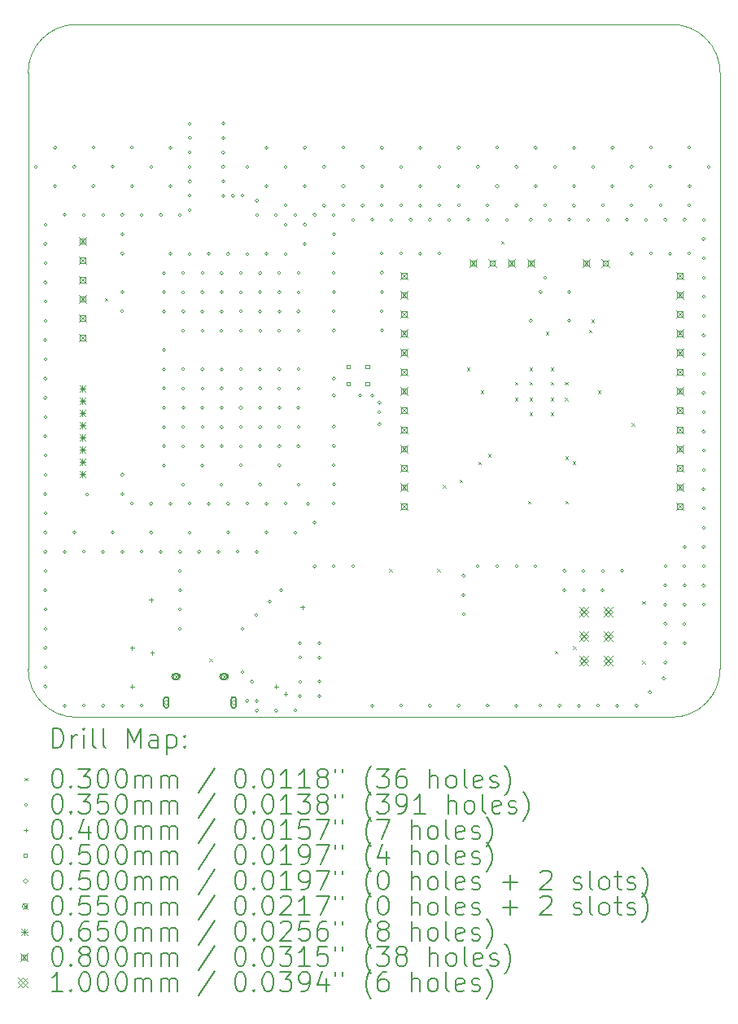
<source format=gbr>
%TF.GenerationSoftware,KiCad,Pcbnew,7.0.5*%
%TF.CreationDate,2024-05-26T12:51:41+03:00*%
%TF.ProjectId,LoRa_MuPr-VAF4751_L,4c6f5261-5f4d-4755-9072-2d5641463437,rev?*%
%TF.SameCoordinates,Original*%
%TF.FileFunction,Drillmap*%
%TF.FilePolarity,Positive*%
%FSLAX45Y45*%
G04 Gerber Fmt 4.5, Leading zero omitted, Abs format (unit mm)*
G04 Created by KiCad (PCBNEW 7.0.5) date 2024-05-26 12:51:41*
%MOMM*%
%LPD*%
G01*
G04 APERTURE LIST*
%ADD10C,0.100000*%
%ADD11C,0.200000*%
%ADD12C,0.030000*%
%ADD13C,0.035000*%
%ADD14C,0.040000*%
%ADD15C,0.050000*%
%ADD16C,0.055000*%
%ADD17C,0.065000*%
%ADD18C,0.080000*%
G04 APERTURE END LIST*
D10*
X12020000Y-5020000D02*
X18220000Y-5020000D01*
X12020000Y-5020000D02*
G75*
G03*
X11520000Y-5520000I0J-500000D01*
G01*
X11520000Y-11720000D02*
G75*
G03*
X12020000Y-12220000I500000J0D01*
G01*
X11520000Y-5520000D02*
X11520000Y-11720000D01*
X18720000Y-5520000D02*
X18720000Y-11720000D01*
X12020000Y-12220000D02*
X18220000Y-12220000D01*
X18220000Y-12220000D02*
G75*
G03*
X18720000Y-11720000I0J500000D01*
G01*
X18720000Y-5520000D02*
G75*
G03*
X18220000Y-5020000I-500000J0D01*
G01*
D11*
D12*
X12316000Y-7864000D02*
X12346000Y-7894000D01*
X12346000Y-7864000D02*
X12316000Y-7894000D01*
X13405000Y-11610000D02*
X13435000Y-11640000D01*
X13435000Y-11610000D02*
X13405000Y-11640000D01*
X15275000Y-10675000D02*
X15305000Y-10705000D01*
X15305000Y-10675000D02*
X15275000Y-10705000D01*
X15775000Y-10675000D02*
X15805000Y-10705000D01*
X15805000Y-10675000D02*
X15775000Y-10705000D01*
X15835000Y-9804695D02*
X15865000Y-9834695D01*
X15865000Y-9804695D02*
X15835000Y-9834695D01*
X16010000Y-9750000D02*
X16040000Y-9780000D01*
X16040000Y-9750000D02*
X16010000Y-9780000D01*
X16085000Y-8585000D02*
X16115000Y-8615000D01*
X16115000Y-8585000D02*
X16085000Y-8615000D01*
X16205000Y-9565000D02*
X16235000Y-9595000D01*
X16235000Y-9565000D02*
X16205000Y-9595000D01*
X16227000Y-8824000D02*
X16257000Y-8854000D01*
X16257000Y-8824000D02*
X16227000Y-8854000D01*
X16305000Y-9485000D02*
X16335000Y-9515000D01*
X16335000Y-9485000D02*
X16305000Y-9515000D01*
X16440000Y-7270000D02*
X16470000Y-7300000D01*
X16470000Y-7270000D02*
X16440000Y-7300000D01*
X16585000Y-8735000D02*
X16615000Y-8765000D01*
X16615000Y-8735000D02*
X16585000Y-8765000D01*
X16585000Y-8900000D02*
X16615000Y-8930000D01*
X16615000Y-8900000D02*
X16585000Y-8930000D01*
X16721250Y-9970000D02*
X16751250Y-10000000D01*
X16751250Y-9970000D02*
X16721250Y-10000000D01*
X16735000Y-8585000D02*
X16765000Y-8615000D01*
X16765000Y-8585000D02*
X16735000Y-8615000D01*
X16735000Y-8735000D02*
X16765000Y-8765000D01*
X16765000Y-8735000D02*
X16735000Y-8765000D01*
X16735000Y-8900000D02*
X16765000Y-8930000D01*
X16765000Y-8900000D02*
X16735000Y-8930000D01*
X16735000Y-9050000D02*
X16765000Y-9080000D01*
X16765000Y-9050000D02*
X16735000Y-9080000D01*
X16905000Y-8215000D02*
X16935000Y-8245000D01*
X16935000Y-8215000D02*
X16905000Y-8245000D01*
X16955000Y-8585000D02*
X16985000Y-8615000D01*
X16985000Y-8585000D02*
X16955000Y-8615000D01*
X16955000Y-8735000D02*
X16985000Y-8765000D01*
X16985000Y-8735000D02*
X16955000Y-8765000D01*
X16955000Y-8900000D02*
X16985000Y-8930000D01*
X16985000Y-8900000D02*
X16955000Y-8930000D01*
X16955000Y-9050000D02*
X16985000Y-9080000D01*
X16985000Y-9050000D02*
X16955000Y-9080000D01*
X17000000Y-11530000D02*
X17030000Y-11560000D01*
X17030000Y-11530000D02*
X17000000Y-11560000D01*
X17105000Y-8735000D02*
X17135000Y-8765000D01*
X17135000Y-8735000D02*
X17105000Y-8765000D01*
X17105000Y-8900000D02*
X17135000Y-8930000D01*
X17135000Y-8900000D02*
X17105000Y-8930000D01*
X17107750Y-9970000D02*
X17137750Y-10000000D01*
X17137750Y-9970000D02*
X17107750Y-10000000D01*
X17110000Y-9510000D02*
X17140000Y-9540000D01*
X17140000Y-9510000D02*
X17110000Y-9540000D01*
X17185000Y-9560000D02*
X17215000Y-9590000D01*
X17215000Y-9560000D02*
X17185000Y-9590000D01*
X17190000Y-11480000D02*
X17220000Y-11510000D01*
X17220000Y-11480000D02*
X17190000Y-11510000D01*
X17352867Y-8192867D02*
X17382867Y-8222867D01*
X17382867Y-8192867D02*
X17352867Y-8222867D01*
X17380000Y-8085000D02*
X17410000Y-8115000D01*
X17410000Y-8085000D02*
X17380000Y-8115000D01*
X17449000Y-8824000D02*
X17479000Y-8854000D01*
X17479000Y-8824000D02*
X17449000Y-8854000D01*
X17800000Y-9160050D02*
X17830000Y-9190050D01*
X17830000Y-9160050D02*
X17800000Y-9190050D01*
X17909000Y-11012500D02*
X17939000Y-11042500D01*
X17939000Y-11012500D02*
X17909000Y-11042500D01*
X17909000Y-11633750D02*
X17939000Y-11663750D01*
X17939000Y-11633750D02*
X17909000Y-11663750D01*
D13*
X11617500Y-6500000D02*
G75*
G03*
X11617500Y-6500000I-17500J0D01*
G01*
X11717500Y-7100000D02*
G75*
G03*
X11717500Y-7100000I-17500J0D01*
G01*
X11717500Y-7300000D02*
G75*
G03*
X11717500Y-7300000I-17500J0D01*
G01*
X11717500Y-7500000D02*
G75*
G03*
X11717500Y-7500000I-17500J0D01*
G01*
X11717500Y-7700000D02*
G75*
G03*
X11717500Y-7700000I-17500J0D01*
G01*
X11717500Y-7900000D02*
G75*
G03*
X11717500Y-7900000I-17500J0D01*
G01*
X11717500Y-8100000D02*
G75*
G03*
X11717500Y-8100000I-17500J0D01*
G01*
X11717500Y-8300000D02*
G75*
G03*
X11717500Y-8300000I-17500J0D01*
G01*
X11717500Y-8500000D02*
G75*
G03*
X11717500Y-8500000I-17500J0D01*
G01*
X11717500Y-8700000D02*
G75*
G03*
X11717500Y-8700000I-17500J0D01*
G01*
X11717500Y-8900000D02*
G75*
G03*
X11717500Y-8900000I-17500J0D01*
G01*
X11717500Y-9100000D02*
G75*
G03*
X11717500Y-9100000I-17500J0D01*
G01*
X11717500Y-9300000D02*
G75*
G03*
X11717500Y-9300000I-17500J0D01*
G01*
X11717500Y-9500000D02*
G75*
G03*
X11717500Y-9500000I-17500J0D01*
G01*
X11717500Y-9700000D02*
G75*
G03*
X11717500Y-9700000I-17500J0D01*
G01*
X11717500Y-9900000D02*
G75*
G03*
X11717500Y-9900000I-17500J0D01*
G01*
X11717500Y-10100000D02*
G75*
G03*
X11717500Y-10100000I-17500J0D01*
G01*
X11717500Y-10300000D02*
G75*
G03*
X11717500Y-10300000I-17500J0D01*
G01*
X11717500Y-10500000D02*
G75*
G03*
X11717500Y-10500000I-17500J0D01*
G01*
X11717500Y-10700000D02*
G75*
G03*
X11717500Y-10700000I-17500J0D01*
G01*
X11717500Y-10900000D02*
G75*
G03*
X11717500Y-10900000I-17500J0D01*
G01*
X11717500Y-11100000D02*
G75*
G03*
X11717500Y-11100000I-17500J0D01*
G01*
X11717500Y-11300000D02*
G75*
G03*
X11717500Y-11300000I-17500J0D01*
G01*
X11717500Y-11500000D02*
G75*
G03*
X11717500Y-11500000I-17500J0D01*
G01*
X11717500Y-11700000D02*
G75*
G03*
X11717500Y-11700000I-17500J0D01*
G01*
X11717500Y-11900000D02*
G75*
G03*
X11717500Y-11900000I-17500J0D01*
G01*
X11817500Y-6300000D02*
G75*
G03*
X11817500Y-6300000I-17500J0D01*
G01*
X11817500Y-6700000D02*
G75*
G03*
X11817500Y-6700000I-17500J0D01*
G01*
X11917500Y-7000000D02*
G75*
G03*
X11917500Y-7000000I-17500J0D01*
G01*
X11917500Y-12100000D02*
G75*
G03*
X11917500Y-12100000I-17500J0D01*
G01*
X11917500Y-10500000D02*
G75*
G03*
X11917500Y-10500000I-17500J0D01*
G01*
X12017500Y-6500000D02*
G75*
G03*
X12017500Y-6500000I-17500J0D01*
G01*
X12017500Y-10300000D02*
G75*
G03*
X12017500Y-10300000I-17500J0D01*
G01*
X12117500Y-10500000D02*
G75*
G03*
X12117500Y-10500000I-17500J0D01*
G01*
X12117500Y-7000000D02*
G75*
G03*
X12117500Y-7000000I-17500J0D01*
G01*
X12117500Y-12100000D02*
G75*
G03*
X12117500Y-12100000I-17500J0D01*
G01*
X12150500Y-9903000D02*
G75*
G03*
X12150500Y-9903000I-17500J0D01*
G01*
X12217500Y-6300000D02*
G75*
G03*
X12217500Y-6300000I-17500J0D01*
G01*
X12217500Y-6700000D02*
G75*
G03*
X12217500Y-6700000I-17500J0D01*
G01*
X12317500Y-7000000D02*
G75*
G03*
X12317500Y-7000000I-17500J0D01*
G01*
X12317500Y-10500000D02*
G75*
G03*
X12317500Y-10500000I-17500J0D01*
G01*
X12317500Y-12100000D02*
G75*
G03*
X12317500Y-12100000I-17500J0D01*
G01*
X12417500Y-6500000D02*
G75*
G03*
X12417500Y-6500000I-17500J0D01*
G01*
X12417500Y-10300000D02*
G75*
G03*
X12417500Y-10300000I-17500J0D01*
G01*
X12517500Y-7000000D02*
G75*
G03*
X12517500Y-7000000I-17500J0D01*
G01*
X12517500Y-7200000D02*
G75*
G03*
X12517500Y-7200000I-17500J0D01*
G01*
X12517500Y-7400000D02*
G75*
G03*
X12517500Y-7400000I-17500J0D01*
G01*
X12517500Y-7800000D02*
G75*
G03*
X12517500Y-7800000I-17500J0D01*
G01*
X12517500Y-8000000D02*
G75*
G03*
X12517500Y-8000000I-17500J0D01*
G01*
X12517500Y-9700000D02*
G75*
G03*
X12517500Y-9700000I-17500J0D01*
G01*
X12517500Y-9900000D02*
G75*
G03*
X12517500Y-9900000I-17500J0D01*
G01*
X12517500Y-12100000D02*
G75*
G03*
X12517500Y-12100000I-17500J0D01*
G01*
X12517500Y-10500000D02*
G75*
G03*
X12517500Y-10500000I-17500J0D01*
G01*
X12617500Y-6300000D02*
G75*
G03*
X12617500Y-6300000I-17500J0D01*
G01*
X12617500Y-6700000D02*
G75*
G03*
X12617500Y-6700000I-17500J0D01*
G01*
X12617500Y-10000000D02*
G75*
G03*
X12617500Y-10000000I-17500J0D01*
G01*
X12717500Y-7000000D02*
G75*
G03*
X12717500Y-7000000I-17500J0D01*
G01*
X12717500Y-10500000D02*
G75*
G03*
X12717500Y-10500000I-17500J0D01*
G01*
X12717500Y-12100000D02*
G75*
G03*
X12717500Y-12100000I-17500J0D01*
G01*
X12817500Y-6500000D02*
G75*
G03*
X12817500Y-6500000I-17500J0D01*
G01*
X12817500Y-10000000D02*
G75*
G03*
X12817500Y-10000000I-17500J0D01*
G01*
X12817500Y-10300000D02*
G75*
G03*
X12817500Y-10300000I-17500J0D01*
G01*
X12917500Y-7000000D02*
G75*
G03*
X12917500Y-7000000I-17500J0D01*
G01*
X12917500Y-10500000D02*
G75*
G03*
X12917500Y-10500000I-17500J0D01*
G01*
X12950500Y-7603000D02*
G75*
G03*
X12950500Y-7603000I-17500J0D01*
G01*
X12950500Y-7803000D02*
G75*
G03*
X12950500Y-7803000I-17500J0D01*
G01*
X12950500Y-8003000D02*
G75*
G03*
X12950500Y-8003000I-17500J0D01*
G01*
X12950500Y-8403000D02*
G75*
G03*
X12950500Y-8403000I-17500J0D01*
G01*
X12950500Y-8603000D02*
G75*
G03*
X12950500Y-8603000I-17500J0D01*
G01*
X12950500Y-8803000D02*
G75*
G03*
X12950500Y-8803000I-17500J0D01*
G01*
X12950500Y-9003000D02*
G75*
G03*
X12950500Y-9003000I-17500J0D01*
G01*
X12950500Y-9203000D02*
G75*
G03*
X12950500Y-9203000I-17500J0D01*
G01*
X12950500Y-9403000D02*
G75*
G03*
X12950500Y-9403000I-17500J0D01*
G01*
X12950500Y-9603000D02*
G75*
G03*
X12950500Y-9603000I-17500J0D01*
G01*
X13017500Y-6300000D02*
G75*
G03*
X13017500Y-6300000I-17500J0D01*
G01*
X13017500Y-6700000D02*
G75*
G03*
X13017500Y-6700000I-17500J0D01*
G01*
X13017500Y-7405000D02*
G75*
G03*
X13017500Y-7405000I-17500J0D01*
G01*
X13017500Y-10000000D02*
G75*
G03*
X13017500Y-10000000I-17500J0D01*
G01*
X13117500Y-7000000D02*
G75*
G03*
X13117500Y-7000000I-17500J0D01*
G01*
X13117500Y-10700000D02*
G75*
G03*
X13117500Y-10700000I-17500J0D01*
G01*
X13117500Y-10900000D02*
G75*
G03*
X13117500Y-10900000I-17500J0D01*
G01*
X13117500Y-11100000D02*
G75*
G03*
X13117500Y-11100000I-17500J0D01*
G01*
X13117500Y-11300000D02*
G75*
G03*
X13117500Y-11300000I-17500J0D01*
G01*
X13117500Y-10500000D02*
G75*
G03*
X13117500Y-10500000I-17500J0D01*
G01*
X13150500Y-7603000D02*
G75*
G03*
X13150500Y-7603000I-17500J0D01*
G01*
X13150500Y-7803000D02*
G75*
G03*
X13150500Y-7803000I-17500J0D01*
G01*
X13150500Y-8003000D02*
G75*
G03*
X13150500Y-8003000I-17500J0D01*
G01*
X13150500Y-8203000D02*
G75*
G03*
X13150500Y-8203000I-17500J0D01*
G01*
X13150500Y-8603000D02*
G75*
G03*
X13150500Y-8603000I-17500J0D01*
G01*
X13150500Y-8803000D02*
G75*
G03*
X13150500Y-8803000I-17500J0D01*
G01*
X13150500Y-9003000D02*
G75*
G03*
X13150500Y-9003000I-17500J0D01*
G01*
X13150500Y-9203000D02*
G75*
G03*
X13150500Y-9203000I-17500J0D01*
G01*
X13150500Y-9403000D02*
G75*
G03*
X13150500Y-9403000I-17500J0D01*
G01*
X13150500Y-9803000D02*
G75*
G03*
X13150500Y-9803000I-17500J0D01*
G01*
X13217500Y-6050000D02*
G75*
G03*
X13217500Y-6050000I-17500J0D01*
G01*
X13217500Y-6200000D02*
G75*
G03*
X13217500Y-6200000I-17500J0D01*
G01*
X13217500Y-6350000D02*
G75*
G03*
X13217500Y-6350000I-17500J0D01*
G01*
X13217500Y-6500000D02*
G75*
G03*
X13217500Y-6500000I-17500J0D01*
G01*
X13217500Y-6650000D02*
G75*
G03*
X13217500Y-6650000I-17500J0D01*
G01*
X13217500Y-6800000D02*
G75*
G03*
X13217500Y-6800000I-17500J0D01*
G01*
X13217500Y-6950000D02*
G75*
G03*
X13217500Y-6950000I-17500J0D01*
G01*
X13217500Y-7405000D02*
G75*
G03*
X13217500Y-7405000I-17500J0D01*
G01*
X13217500Y-10000000D02*
G75*
G03*
X13217500Y-10000000I-17500J0D01*
G01*
X13217500Y-10300000D02*
G75*
G03*
X13217500Y-10300000I-17500J0D01*
G01*
X13317500Y-10500000D02*
G75*
G03*
X13317500Y-10500000I-17500J0D01*
G01*
X13350500Y-7603000D02*
G75*
G03*
X13350500Y-7603000I-17500J0D01*
G01*
X13350500Y-7803000D02*
G75*
G03*
X13350500Y-7803000I-17500J0D01*
G01*
X13350500Y-8003000D02*
G75*
G03*
X13350500Y-8003000I-17500J0D01*
G01*
X13350500Y-8203000D02*
G75*
G03*
X13350500Y-8203000I-17500J0D01*
G01*
X13350500Y-8603000D02*
G75*
G03*
X13350500Y-8603000I-17500J0D01*
G01*
X13350500Y-8803000D02*
G75*
G03*
X13350500Y-8803000I-17500J0D01*
G01*
X13350500Y-9003000D02*
G75*
G03*
X13350500Y-9003000I-17500J0D01*
G01*
X13350500Y-9203000D02*
G75*
G03*
X13350500Y-9203000I-17500J0D01*
G01*
X13350500Y-9403000D02*
G75*
G03*
X13350500Y-9403000I-17500J0D01*
G01*
X13350500Y-9603000D02*
G75*
G03*
X13350500Y-9603000I-17500J0D01*
G01*
X13417500Y-7405000D02*
G75*
G03*
X13417500Y-7405000I-17500J0D01*
G01*
X13417500Y-10000000D02*
G75*
G03*
X13417500Y-10000000I-17500J0D01*
G01*
X13517500Y-10500000D02*
G75*
G03*
X13517500Y-10500000I-17500J0D01*
G01*
X13550500Y-7603000D02*
G75*
G03*
X13550500Y-7603000I-17500J0D01*
G01*
X13550500Y-7803000D02*
G75*
G03*
X13550500Y-7803000I-17500J0D01*
G01*
X13550500Y-8003000D02*
G75*
G03*
X13550500Y-8003000I-17500J0D01*
G01*
X13550500Y-8203000D02*
G75*
G03*
X13550500Y-8203000I-17500J0D01*
G01*
X13550500Y-8603000D02*
G75*
G03*
X13550500Y-8603000I-17500J0D01*
G01*
X13550500Y-8803000D02*
G75*
G03*
X13550500Y-8803000I-17500J0D01*
G01*
X13550500Y-9003000D02*
G75*
G03*
X13550500Y-9003000I-17500J0D01*
G01*
X13550500Y-9203000D02*
G75*
G03*
X13550500Y-9203000I-17500J0D01*
G01*
X13550500Y-9403000D02*
G75*
G03*
X13550500Y-9403000I-17500J0D01*
G01*
X13550500Y-9803000D02*
G75*
G03*
X13550500Y-9803000I-17500J0D01*
G01*
X13567500Y-6050000D02*
G75*
G03*
X13567500Y-6050000I-17500J0D01*
G01*
X13567500Y-6200000D02*
G75*
G03*
X13567500Y-6200000I-17500J0D01*
G01*
X13567500Y-6350000D02*
G75*
G03*
X13567500Y-6350000I-17500J0D01*
G01*
X13567500Y-6500000D02*
G75*
G03*
X13567500Y-6500000I-17500J0D01*
G01*
X13567500Y-6650000D02*
G75*
G03*
X13567500Y-6650000I-17500J0D01*
G01*
X13567500Y-6800000D02*
G75*
G03*
X13567500Y-6800000I-17500J0D01*
G01*
X13617500Y-7405000D02*
G75*
G03*
X13617500Y-7405000I-17500J0D01*
G01*
X13617500Y-10000000D02*
G75*
G03*
X13617500Y-10000000I-17500J0D01*
G01*
X13617500Y-10300000D02*
G75*
G03*
X13617500Y-10300000I-17500J0D01*
G01*
X13667500Y-6800000D02*
G75*
G03*
X13667500Y-6800000I-17500J0D01*
G01*
X13717500Y-10500000D02*
G75*
G03*
X13717500Y-10500000I-17500J0D01*
G01*
X13750500Y-7603000D02*
G75*
G03*
X13750500Y-7603000I-17500J0D01*
G01*
X13750500Y-7803000D02*
G75*
G03*
X13750500Y-7803000I-17500J0D01*
G01*
X13750500Y-8003000D02*
G75*
G03*
X13750500Y-8003000I-17500J0D01*
G01*
X13750500Y-8203000D02*
G75*
G03*
X13750500Y-8203000I-17500J0D01*
G01*
X13750500Y-8603000D02*
G75*
G03*
X13750500Y-8603000I-17500J0D01*
G01*
X13750500Y-8803000D02*
G75*
G03*
X13750500Y-8803000I-17500J0D01*
G01*
X13750500Y-9003000D02*
G75*
G03*
X13750500Y-9003000I-17500J0D01*
G01*
X13750500Y-9203000D02*
G75*
G03*
X13750500Y-9203000I-17500J0D01*
G01*
X13750500Y-9403000D02*
G75*
G03*
X13750500Y-9403000I-17500J0D01*
G01*
X13750500Y-9603000D02*
G75*
G03*
X13750500Y-9603000I-17500J0D01*
G01*
X13767500Y-6800000D02*
G75*
G03*
X13767500Y-6800000I-17500J0D01*
G01*
X13767500Y-11300000D02*
G75*
G03*
X13767500Y-11300000I-17500J0D01*
G01*
X13767500Y-11750000D02*
G75*
G03*
X13767500Y-11750000I-17500J0D01*
G01*
X13817500Y-6500000D02*
G75*
G03*
X13817500Y-6500000I-17500J0D01*
G01*
X13817500Y-7405000D02*
G75*
G03*
X13817500Y-7405000I-17500J0D01*
G01*
X13817500Y-10000000D02*
G75*
G03*
X13817500Y-10000000I-17500J0D01*
G01*
X13817500Y-12050000D02*
G75*
G03*
X13817500Y-12050000I-17500J0D01*
G01*
X13867500Y-11850000D02*
G75*
G03*
X13867500Y-11850000I-17500J0D01*
G01*
X13908921Y-11158579D02*
G75*
G03*
X13908921Y-11158579I-17500J0D01*
G01*
X13917500Y-6850000D02*
G75*
G03*
X13917500Y-6850000I-17500J0D01*
G01*
X13917500Y-7000000D02*
G75*
G03*
X13917500Y-7000000I-17500J0D01*
G01*
X13917500Y-10500000D02*
G75*
G03*
X13917500Y-10500000I-17500J0D01*
G01*
X13917500Y-12050000D02*
G75*
G03*
X13917500Y-12050000I-17500J0D01*
G01*
X13917500Y-12150000D02*
G75*
G03*
X13917500Y-12150000I-17500J0D01*
G01*
X13950500Y-7603000D02*
G75*
G03*
X13950500Y-7603000I-17500J0D01*
G01*
X13950500Y-7803000D02*
G75*
G03*
X13950500Y-7803000I-17500J0D01*
G01*
X13950500Y-8003000D02*
G75*
G03*
X13950500Y-8003000I-17500J0D01*
G01*
X13950500Y-8203000D02*
G75*
G03*
X13950500Y-8203000I-17500J0D01*
G01*
X13950500Y-8603000D02*
G75*
G03*
X13950500Y-8603000I-17500J0D01*
G01*
X13950500Y-8803000D02*
G75*
G03*
X13950500Y-8803000I-17500J0D01*
G01*
X13950500Y-9003000D02*
G75*
G03*
X13950500Y-9003000I-17500J0D01*
G01*
X13950500Y-9203000D02*
G75*
G03*
X13950500Y-9203000I-17500J0D01*
G01*
X13950500Y-9403000D02*
G75*
G03*
X13950500Y-9403000I-17500J0D01*
G01*
X13950500Y-9803000D02*
G75*
G03*
X13950500Y-9803000I-17500J0D01*
G01*
X14017500Y-6300000D02*
G75*
G03*
X14017500Y-6300000I-17500J0D01*
G01*
X14017500Y-6700000D02*
G75*
G03*
X14017500Y-6700000I-17500J0D01*
G01*
X14017500Y-7405000D02*
G75*
G03*
X14017500Y-7405000I-17500J0D01*
G01*
X14017500Y-10000000D02*
G75*
G03*
X14017500Y-10000000I-17500J0D01*
G01*
X14017500Y-10300000D02*
G75*
G03*
X14017500Y-10300000I-17500J0D01*
G01*
X14050343Y-11017157D02*
G75*
G03*
X14050343Y-11017157I-17500J0D01*
G01*
X14117500Y-7000000D02*
G75*
G03*
X14117500Y-7000000I-17500J0D01*
G01*
X14117500Y-12150000D02*
G75*
G03*
X14117500Y-12150000I-17500J0D01*
G01*
X14150500Y-7603000D02*
G75*
G03*
X14150500Y-7603000I-17500J0D01*
G01*
X14150500Y-7803000D02*
G75*
G03*
X14150500Y-7803000I-17500J0D01*
G01*
X14150500Y-8003000D02*
G75*
G03*
X14150500Y-8003000I-17500J0D01*
G01*
X14150500Y-8203000D02*
G75*
G03*
X14150500Y-8203000I-17500J0D01*
G01*
X14150500Y-8603000D02*
G75*
G03*
X14150500Y-8603000I-17500J0D01*
G01*
X14150500Y-8803000D02*
G75*
G03*
X14150500Y-8803000I-17500J0D01*
G01*
X14150500Y-9003000D02*
G75*
G03*
X14150500Y-9003000I-17500J0D01*
G01*
X14150500Y-9203000D02*
G75*
G03*
X14150500Y-9203000I-17500J0D01*
G01*
X14150500Y-9403000D02*
G75*
G03*
X14150500Y-9403000I-17500J0D01*
G01*
X14150500Y-9603000D02*
G75*
G03*
X14150500Y-9603000I-17500J0D01*
G01*
X14167500Y-10900000D02*
G75*
G03*
X14167500Y-10900000I-17500J0D01*
G01*
X14217500Y-6500000D02*
G75*
G03*
X14217500Y-6500000I-17500J0D01*
G01*
X14217500Y-6900000D02*
G75*
G03*
X14217500Y-6900000I-17500J0D01*
G01*
X14217500Y-7100000D02*
G75*
G03*
X14217500Y-7100000I-17500J0D01*
G01*
X14217500Y-7405000D02*
G75*
G03*
X14217500Y-7405000I-17500J0D01*
G01*
X14217500Y-10000000D02*
G75*
G03*
X14217500Y-10000000I-17500J0D01*
G01*
X14317500Y-7000000D02*
G75*
G03*
X14317500Y-7000000I-17500J0D01*
G01*
X14317500Y-10300000D02*
G75*
G03*
X14317500Y-10300000I-17500J0D01*
G01*
X14317500Y-12150000D02*
G75*
G03*
X14317500Y-12150000I-17500J0D01*
G01*
X14350500Y-7603000D02*
G75*
G03*
X14350500Y-7603000I-17500J0D01*
G01*
X14350500Y-7803000D02*
G75*
G03*
X14350500Y-7803000I-17500J0D01*
G01*
X14350500Y-8003000D02*
G75*
G03*
X14350500Y-8003000I-17500J0D01*
G01*
X14350500Y-8203000D02*
G75*
G03*
X14350500Y-8203000I-17500J0D01*
G01*
X14350500Y-8603000D02*
G75*
G03*
X14350500Y-8603000I-17500J0D01*
G01*
X14350500Y-8803000D02*
G75*
G03*
X14350500Y-8803000I-17500J0D01*
G01*
X14350500Y-9003000D02*
G75*
G03*
X14350500Y-9003000I-17500J0D01*
G01*
X14350500Y-9203000D02*
G75*
G03*
X14350500Y-9203000I-17500J0D01*
G01*
X14350500Y-9403000D02*
G75*
G03*
X14350500Y-9403000I-17500J0D01*
G01*
X14350500Y-9803000D02*
G75*
G03*
X14350500Y-9803000I-17500J0D01*
G01*
X14367500Y-11450000D02*
G75*
G03*
X14367500Y-11450000I-17500J0D01*
G01*
X14367500Y-11600000D02*
G75*
G03*
X14367500Y-11600000I-17500J0D01*
G01*
X14367500Y-11850000D02*
G75*
G03*
X14367500Y-11850000I-17500J0D01*
G01*
X14367500Y-12000000D02*
G75*
G03*
X14367500Y-12000000I-17500J0D01*
G01*
X14417500Y-6300000D02*
G75*
G03*
X14417500Y-6300000I-17500J0D01*
G01*
X14417500Y-6700000D02*
G75*
G03*
X14417500Y-6700000I-17500J0D01*
G01*
X14417500Y-7100000D02*
G75*
G03*
X14417500Y-7100000I-17500J0D01*
G01*
X14417500Y-7300000D02*
G75*
G03*
X14417500Y-7300000I-17500J0D01*
G01*
X14450500Y-10003000D02*
G75*
G03*
X14450500Y-10003000I-17500J0D01*
G01*
X14517500Y-7000000D02*
G75*
G03*
X14517500Y-7000000I-17500J0D01*
G01*
X14517500Y-10200000D02*
G75*
G03*
X14517500Y-10200000I-17500J0D01*
G01*
X14517500Y-10650000D02*
G75*
G03*
X14517500Y-10650000I-17500J0D01*
G01*
X14567500Y-11450000D02*
G75*
G03*
X14567500Y-11450000I-17500J0D01*
G01*
X14567500Y-11600000D02*
G75*
G03*
X14567500Y-11600000I-17500J0D01*
G01*
X14567500Y-11850000D02*
G75*
G03*
X14567500Y-11850000I-17500J0D01*
G01*
X14567500Y-12000000D02*
G75*
G03*
X14567500Y-12000000I-17500J0D01*
G01*
X14617500Y-6500000D02*
G75*
G03*
X14617500Y-6500000I-17500J0D01*
G01*
X14617500Y-6900000D02*
G75*
G03*
X14617500Y-6900000I-17500J0D01*
G01*
X14717500Y-7000000D02*
G75*
G03*
X14717500Y-7000000I-17500J0D01*
G01*
X14717500Y-7200000D02*
G75*
G03*
X14717500Y-7200000I-17500J0D01*
G01*
X14717500Y-7400000D02*
G75*
G03*
X14717500Y-7400000I-17500J0D01*
G01*
X14717500Y-7600000D02*
G75*
G03*
X14717500Y-7600000I-17500J0D01*
G01*
X14717500Y-7800000D02*
G75*
G03*
X14717500Y-7800000I-17500J0D01*
G01*
X14717500Y-8000000D02*
G75*
G03*
X14717500Y-8000000I-17500J0D01*
G01*
X14717500Y-8200000D02*
G75*
G03*
X14717500Y-8200000I-17500J0D01*
G01*
X14717500Y-8700000D02*
G75*
G03*
X14717500Y-8700000I-17500J0D01*
G01*
X14717500Y-8875000D02*
G75*
G03*
X14717500Y-8875000I-17500J0D01*
G01*
X14717500Y-9200000D02*
G75*
G03*
X14717500Y-9200000I-17500J0D01*
G01*
X14717500Y-9400000D02*
G75*
G03*
X14717500Y-9400000I-17500J0D01*
G01*
X14717500Y-9600000D02*
G75*
G03*
X14717500Y-9600000I-17500J0D01*
G01*
X14717500Y-9800000D02*
G75*
G03*
X14717500Y-9800000I-17500J0D01*
G01*
X14717500Y-10000000D02*
G75*
G03*
X14717500Y-10000000I-17500J0D01*
G01*
X14717500Y-10650000D02*
G75*
G03*
X14717500Y-10650000I-17500J0D01*
G01*
X14817500Y-6300000D02*
G75*
G03*
X14817500Y-6300000I-17500J0D01*
G01*
X14817500Y-6700000D02*
G75*
G03*
X14817500Y-6700000I-17500J0D01*
G01*
X14817500Y-6900000D02*
G75*
G03*
X14817500Y-6900000I-17500J0D01*
G01*
X14917500Y-7050000D02*
G75*
G03*
X14917500Y-7050000I-17500J0D01*
G01*
X14917500Y-10650000D02*
G75*
G03*
X14917500Y-10650000I-17500J0D01*
G01*
X14992500Y-8875000D02*
G75*
G03*
X14992500Y-8875000I-17500J0D01*
G01*
X15017500Y-6500000D02*
G75*
G03*
X15017500Y-6500000I-17500J0D01*
G01*
X15017500Y-6900000D02*
G75*
G03*
X15017500Y-6900000I-17500J0D01*
G01*
X15117500Y-7050000D02*
G75*
G03*
X15117500Y-7050000I-17500J0D01*
G01*
X15117500Y-8875000D02*
G75*
G03*
X15117500Y-8875000I-17500J0D01*
G01*
X15117500Y-12100000D02*
G75*
G03*
X15117500Y-12100000I-17500J0D01*
G01*
X15192500Y-8950000D02*
G75*
G03*
X15192500Y-8950000I-17500J0D01*
G01*
X15192500Y-9050000D02*
G75*
G03*
X15192500Y-9050000I-17500J0D01*
G01*
X15192500Y-9175000D02*
G75*
G03*
X15192500Y-9175000I-17500J0D01*
G01*
X15217500Y-6300000D02*
G75*
G03*
X15217500Y-6300000I-17500J0D01*
G01*
X15217500Y-6700000D02*
G75*
G03*
X15217500Y-6700000I-17500J0D01*
G01*
X15217500Y-6900000D02*
G75*
G03*
X15217500Y-6900000I-17500J0D01*
G01*
X15217500Y-7400000D02*
G75*
G03*
X15217500Y-7400000I-17500J0D01*
G01*
X15217500Y-7600000D02*
G75*
G03*
X15217500Y-7600000I-17500J0D01*
G01*
X15217500Y-7800000D02*
G75*
G03*
X15217500Y-7800000I-17500J0D01*
G01*
X15217500Y-8000000D02*
G75*
G03*
X15217500Y-8000000I-17500J0D01*
G01*
X15217500Y-8200000D02*
G75*
G03*
X15217500Y-8200000I-17500J0D01*
G01*
X15317500Y-7050000D02*
G75*
G03*
X15317500Y-7050000I-17500J0D01*
G01*
X15417500Y-6500000D02*
G75*
G03*
X15417500Y-6500000I-17500J0D01*
G01*
X15417500Y-6900000D02*
G75*
G03*
X15417500Y-6900000I-17500J0D01*
G01*
X15417500Y-7400000D02*
G75*
G03*
X15417500Y-7400000I-17500J0D01*
G01*
X15417500Y-12100000D02*
G75*
G03*
X15417500Y-12100000I-17500J0D01*
G01*
X15517500Y-7050000D02*
G75*
G03*
X15517500Y-7050000I-17500J0D01*
G01*
X15617500Y-6300000D02*
G75*
G03*
X15617500Y-6300000I-17500J0D01*
G01*
X15617500Y-6700000D02*
G75*
G03*
X15617500Y-6700000I-17500J0D01*
G01*
X15617500Y-6900000D02*
G75*
G03*
X15617500Y-6900000I-17500J0D01*
G01*
X15617500Y-7400000D02*
G75*
G03*
X15617500Y-7400000I-17500J0D01*
G01*
X15717500Y-7050000D02*
G75*
G03*
X15717500Y-7050000I-17500J0D01*
G01*
X15717500Y-12100000D02*
G75*
G03*
X15717500Y-12100000I-17500J0D01*
G01*
X15817500Y-6500000D02*
G75*
G03*
X15817500Y-6500000I-17500J0D01*
G01*
X15817500Y-6900000D02*
G75*
G03*
X15817500Y-6900000I-17500J0D01*
G01*
X15817500Y-7400000D02*
G75*
G03*
X15817500Y-7400000I-17500J0D01*
G01*
X15917500Y-7050000D02*
G75*
G03*
X15917500Y-7050000I-17500J0D01*
G01*
X16017500Y-6300000D02*
G75*
G03*
X16017500Y-6300000I-17500J0D01*
G01*
X16017500Y-6700000D02*
G75*
G03*
X16017500Y-6700000I-17500J0D01*
G01*
X16017500Y-6900000D02*
G75*
G03*
X16017500Y-6900000I-17500J0D01*
G01*
X16017500Y-12100000D02*
G75*
G03*
X16017500Y-12100000I-17500J0D01*
G01*
X16067500Y-10750000D02*
G75*
G03*
X16067500Y-10750000I-17500J0D01*
G01*
X16067500Y-10950000D02*
G75*
G03*
X16067500Y-10950000I-17500J0D01*
G01*
X16067500Y-11150000D02*
G75*
G03*
X16067500Y-11150000I-17500J0D01*
G01*
X16117500Y-7050000D02*
G75*
G03*
X16117500Y-7050000I-17500J0D01*
G01*
X16217500Y-6500000D02*
G75*
G03*
X16217500Y-6500000I-17500J0D01*
G01*
X16217500Y-10650000D02*
G75*
G03*
X16217500Y-10650000I-17500J0D01*
G01*
X16317500Y-6900000D02*
G75*
G03*
X16317500Y-6900000I-17500J0D01*
G01*
X16317500Y-7050000D02*
G75*
G03*
X16317500Y-7050000I-17500J0D01*
G01*
X16317500Y-12100000D02*
G75*
G03*
X16317500Y-12100000I-17500J0D01*
G01*
X16417500Y-6300000D02*
G75*
G03*
X16417500Y-6300000I-17500J0D01*
G01*
X16417500Y-6700000D02*
G75*
G03*
X16417500Y-6700000I-17500J0D01*
G01*
X16417500Y-10650000D02*
G75*
G03*
X16417500Y-10650000I-17500J0D01*
G01*
X16517500Y-7050000D02*
G75*
G03*
X16517500Y-7050000I-17500J0D01*
G01*
X16617500Y-6500000D02*
G75*
G03*
X16617500Y-6500000I-17500J0D01*
G01*
X16617500Y-6900000D02*
G75*
G03*
X16617500Y-6900000I-17500J0D01*
G01*
X16617500Y-10650000D02*
G75*
G03*
X16617500Y-10650000I-17500J0D01*
G01*
X16617500Y-12100000D02*
G75*
G03*
X16617500Y-12100000I-17500J0D01*
G01*
X16767500Y-7050000D02*
G75*
G03*
X16767500Y-7050000I-17500J0D01*
G01*
X16767500Y-8100000D02*
G75*
G03*
X16767500Y-8100000I-17500J0D01*
G01*
X16817500Y-6300000D02*
G75*
G03*
X16817500Y-6300000I-17500J0D01*
G01*
X16817500Y-6700000D02*
G75*
G03*
X16817500Y-6700000I-17500J0D01*
G01*
X16817500Y-10650000D02*
G75*
G03*
X16817500Y-10650000I-17500J0D01*
G01*
X16867500Y-7800000D02*
G75*
G03*
X16867500Y-7800000I-17500J0D01*
G01*
X16867500Y-12100000D02*
G75*
G03*
X16867500Y-12100000I-17500J0D01*
G01*
X16917500Y-6900000D02*
G75*
G03*
X16917500Y-6900000I-17500J0D01*
G01*
X16917500Y-7650000D02*
G75*
G03*
X16917500Y-7650000I-17500J0D01*
G01*
X16967500Y-7050000D02*
G75*
G03*
X16967500Y-7050000I-17500J0D01*
G01*
X17017500Y-6500000D02*
G75*
G03*
X17017500Y-6500000I-17500J0D01*
G01*
X17067500Y-12100000D02*
G75*
G03*
X17067500Y-12100000I-17500J0D01*
G01*
X17117500Y-10700000D02*
G75*
G03*
X17117500Y-10700000I-17500J0D01*
G01*
X17117500Y-10900000D02*
G75*
G03*
X17117500Y-10900000I-17500J0D01*
G01*
X17167500Y-7050000D02*
G75*
G03*
X17167500Y-7050000I-17500J0D01*
G01*
X17167500Y-7800000D02*
G75*
G03*
X17167500Y-7800000I-17500J0D01*
G01*
X17167500Y-8100000D02*
G75*
G03*
X17167500Y-8100000I-17500J0D01*
G01*
X17217500Y-6300000D02*
G75*
G03*
X17217500Y-6300000I-17500J0D01*
G01*
X17217500Y-6700000D02*
G75*
G03*
X17217500Y-6700000I-17500J0D01*
G01*
X17217500Y-6900000D02*
G75*
G03*
X17217500Y-6900000I-17500J0D01*
G01*
X17267500Y-12100000D02*
G75*
G03*
X17267500Y-12100000I-17500J0D01*
G01*
X17267500Y-12100000D02*
G75*
G03*
X17267500Y-12100000I-17500J0D01*
G01*
X17317500Y-10700000D02*
G75*
G03*
X17317500Y-10700000I-17500J0D01*
G01*
X17317500Y-10900000D02*
G75*
G03*
X17317500Y-10900000I-17500J0D01*
G01*
X17367500Y-7050000D02*
G75*
G03*
X17367500Y-7050000I-17500J0D01*
G01*
X17417500Y-6500000D02*
G75*
G03*
X17417500Y-6500000I-17500J0D01*
G01*
X17467500Y-12100000D02*
G75*
G03*
X17467500Y-12100000I-17500J0D01*
G01*
X17517500Y-6900000D02*
G75*
G03*
X17517500Y-6900000I-17500J0D01*
G01*
X17517500Y-10700000D02*
G75*
G03*
X17517500Y-10700000I-17500J0D01*
G01*
X17517500Y-10900000D02*
G75*
G03*
X17517500Y-10900000I-17500J0D01*
G01*
X17567500Y-7050000D02*
G75*
G03*
X17567500Y-7050000I-17500J0D01*
G01*
X17617500Y-6300000D02*
G75*
G03*
X17617500Y-6300000I-17500J0D01*
G01*
X17617500Y-6700000D02*
G75*
G03*
X17617500Y-6700000I-17500J0D01*
G01*
X17667500Y-12100000D02*
G75*
G03*
X17667500Y-12100000I-17500J0D01*
G01*
X17717500Y-10700000D02*
G75*
G03*
X17717500Y-10700000I-17500J0D01*
G01*
X17767500Y-7050000D02*
G75*
G03*
X17767500Y-7050000I-17500J0D01*
G01*
X17817500Y-6500000D02*
G75*
G03*
X17817500Y-6500000I-17500J0D01*
G01*
X17817500Y-6900000D02*
G75*
G03*
X17817500Y-6900000I-17500J0D01*
G01*
X17817500Y-7400000D02*
G75*
G03*
X17817500Y-7400000I-17500J0D01*
G01*
X17867500Y-12100000D02*
G75*
G03*
X17867500Y-12100000I-17500J0D01*
G01*
X17967500Y-7050000D02*
G75*
G03*
X17967500Y-7050000I-17500J0D01*
G01*
X18008921Y-11958579D02*
G75*
G03*
X18008921Y-11958579I-17500J0D01*
G01*
X18017500Y-6300000D02*
G75*
G03*
X18017500Y-6300000I-17500J0D01*
G01*
X18017500Y-6700000D02*
G75*
G03*
X18017500Y-6700000I-17500J0D01*
G01*
X18017500Y-7400000D02*
G75*
G03*
X18017500Y-7400000I-17500J0D01*
G01*
X18117500Y-6900000D02*
G75*
G03*
X18117500Y-6900000I-17500J0D01*
G01*
X18150343Y-11817157D02*
G75*
G03*
X18150343Y-11817157I-17500J0D01*
G01*
X18167500Y-7050000D02*
G75*
G03*
X18167500Y-7050000I-17500J0D01*
G01*
X18167500Y-10650000D02*
G75*
G03*
X18167500Y-10650000I-17500J0D01*
G01*
X18167500Y-10850000D02*
G75*
G03*
X18167500Y-10850000I-17500J0D01*
G01*
X18167500Y-11050000D02*
G75*
G03*
X18167500Y-11050000I-17500J0D01*
G01*
X18167500Y-11250000D02*
G75*
G03*
X18167500Y-11250000I-17500J0D01*
G01*
X18167500Y-11450000D02*
G75*
G03*
X18167500Y-11450000I-17500J0D01*
G01*
X18167500Y-11650000D02*
G75*
G03*
X18167500Y-11650000I-17500J0D01*
G01*
X18217500Y-6500000D02*
G75*
G03*
X18217500Y-6500000I-17500J0D01*
G01*
X18217500Y-7400000D02*
G75*
G03*
X18217500Y-7400000I-17500J0D01*
G01*
X18367500Y-7050000D02*
G75*
G03*
X18367500Y-7050000I-17500J0D01*
G01*
X18367500Y-10450000D02*
G75*
G03*
X18367500Y-10450000I-17500J0D01*
G01*
X18367500Y-10650000D02*
G75*
G03*
X18367500Y-10650000I-17500J0D01*
G01*
X18367500Y-10850000D02*
G75*
G03*
X18367500Y-10850000I-17500J0D01*
G01*
X18367500Y-11050000D02*
G75*
G03*
X18367500Y-11050000I-17500J0D01*
G01*
X18367500Y-11250000D02*
G75*
G03*
X18367500Y-11250000I-17500J0D01*
G01*
X18367500Y-11450000D02*
G75*
G03*
X18367500Y-11450000I-17500J0D01*
G01*
X18417500Y-6300000D02*
G75*
G03*
X18417500Y-6300000I-17500J0D01*
G01*
X18417500Y-6700000D02*
G75*
G03*
X18417500Y-6700000I-17500J0D01*
G01*
X18417500Y-6900000D02*
G75*
G03*
X18417500Y-6900000I-17500J0D01*
G01*
X18417500Y-7400000D02*
G75*
G03*
X18417500Y-7400000I-17500J0D01*
G01*
X18567500Y-7050000D02*
G75*
G03*
X18567500Y-7050000I-17500J0D01*
G01*
X18567500Y-7250000D02*
G75*
G03*
X18567500Y-7250000I-17500J0D01*
G01*
X18567500Y-7450000D02*
G75*
G03*
X18567500Y-7450000I-17500J0D01*
G01*
X18567500Y-7650000D02*
G75*
G03*
X18567500Y-7650000I-17500J0D01*
G01*
X18567500Y-7850000D02*
G75*
G03*
X18567500Y-7850000I-17500J0D01*
G01*
X18567500Y-8050000D02*
G75*
G03*
X18567500Y-8050000I-17500J0D01*
G01*
X18567500Y-8250000D02*
G75*
G03*
X18567500Y-8250000I-17500J0D01*
G01*
X18567500Y-8450000D02*
G75*
G03*
X18567500Y-8450000I-17500J0D01*
G01*
X18567500Y-8650000D02*
G75*
G03*
X18567500Y-8650000I-17500J0D01*
G01*
X18567500Y-8850000D02*
G75*
G03*
X18567500Y-8850000I-17500J0D01*
G01*
X18567500Y-9050000D02*
G75*
G03*
X18567500Y-9050000I-17500J0D01*
G01*
X18567500Y-9250000D02*
G75*
G03*
X18567500Y-9250000I-17500J0D01*
G01*
X18567500Y-9450000D02*
G75*
G03*
X18567500Y-9450000I-17500J0D01*
G01*
X18567500Y-9650000D02*
G75*
G03*
X18567500Y-9650000I-17500J0D01*
G01*
X18567500Y-9850000D02*
G75*
G03*
X18567500Y-9850000I-17500J0D01*
G01*
X18567500Y-10050000D02*
G75*
G03*
X18567500Y-10050000I-17500J0D01*
G01*
X18567500Y-10250000D02*
G75*
G03*
X18567500Y-10250000I-17500J0D01*
G01*
X18567500Y-10450000D02*
G75*
G03*
X18567500Y-10450000I-17500J0D01*
G01*
X18567500Y-10650000D02*
G75*
G03*
X18567500Y-10650000I-17500J0D01*
G01*
X18567500Y-10850000D02*
G75*
G03*
X18567500Y-10850000I-17500J0D01*
G01*
X18567500Y-11050000D02*
G75*
G03*
X18567500Y-11050000I-17500J0D01*
G01*
X18617500Y-6500000D02*
G75*
G03*
X18617500Y-6500000I-17500J0D01*
G01*
D14*
X12600000Y-11480000D02*
X12600000Y-11520000D01*
X12580000Y-11500000D02*
X12620000Y-11500000D01*
X12600000Y-11880000D02*
X12600000Y-11920000D01*
X12580000Y-11900000D02*
X12620000Y-11900000D01*
X12800000Y-10980000D02*
X12800000Y-11020000D01*
X12780000Y-11000000D02*
X12820000Y-11000000D01*
X12810000Y-11530000D02*
X12810000Y-11570000D01*
X12790000Y-11550000D02*
X12830000Y-11550000D01*
X14100000Y-11880000D02*
X14100000Y-11920000D01*
X14080000Y-11900000D02*
X14120000Y-11900000D01*
X14200000Y-11955000D02*
X14200000Y-11995000D01*
X14180000Y-11975000D02*
X14220000Y-11975000D01*
X14375000Y-11055000D02*
X14375000Y-11095000D01*
X14355000Y-11075000D02*
X14395000Y-11075000D01*
D15*
X14867678Y-8592678D02*
X14867678Y-8557322D01*
X14832322Y-8557322D01*
X14832322Y-8592678D01*
X14867678Y-8592678D01*
X14867678Y-8767678D02*
X14867678Y-8732322D01*
X14832322Y-8732322D01*
X14832322Y-8767678D01*
X14867678Y-8767678D01*
X15067678Y-8592678D02*
X15067678Y-8557322D01*
X15032322Y-8557322D01*
X15032322Y-8592678D01*
X15067678Y-8592678D01*
X15067678Y-8767678D02*
X15067678Y-8732322D01*
X15032322Y-8732322D01*
X15032322Y-8767678D01*
X15067678Y-8767678D01*
X12958000Y-12091500D02*
X12983000Y-12066500D01*
X12958000Y-12041500D01*
X12933000Y-12066500D01*
X12958000Y-12091500D01*
D11*
X12933000Y-12034000D02*
X12933000Y-12099000D01*
X12933000Y-12099000D02*
G75*
G03*
X12983000Y-12099000I25000J0D01*
G01*
X12983000Y-12099000D02*
X12983000Y-12034000D01*
X12983000Y-12034000D02*
G75*
G03*
X12933000Y-12034000I-25000J0D01*
G01*
D15*
X13658000Y-12091500D02*
X13683000Y-12066500D01*
X13658000Y-12041500D01*
X13633000Y-12066500D01*
X13658000Y-12091500D01*
D11*
X13633000Y-12034000D02*
X13633000Y-12099000D01*
X13633000Y-12099000D02*
G75*
G03*
X13683000Y-12099000I25000J0D01*
G01*
X13683000Y-12099000D02*
X13683000Y-12034000D01*
X13683000Y-12034000D02*
G75*
G03*
X13633000Y-12034000I-25000J0D01*
G01*
D16*
X13030500Y-11769000D02*
X13085500Y-11824000D01*
X13085500Y-11769000D02*
X13030500Y-11824000D01*
X13085500Y-11796500D02*
G75*
G03*
X13085500Y-11796500I-27500J0D01*
G01*
D11*
X13043000Y-11824000D02*
X13073000Y-11824000D01*
X13073000Y-11824000D02*
G75*
G03*
X13073000Y-11769000I0J27500D01*
G01*
X13073000Y-11769000D02*
X13043000Y-11769000D01*
X13043000Y-11769000D02*
G75*
G03*
X13043000Y-11824000I0J-27500D01*
G01*
D16*
X13530500Y-11769000D02*
X13585500Y-11824000D01*
X13585500Y-11769000D02*
X13530500Y-11824000D01*
X13585500Y-11796500D02*
G75*
G03*
X13585500Y-11796500I-27500J0D01*
G01*
D11*
X13543000Y-11824000D02*
X13573000Y-11824000D01*
X13573000Y-11824000D02*
G75*
G03*
X13573000Y-11769000I0J27500D01*
G01*
X13573000Y-11769000D02*
X13543000Y-11769000D01*
X13543000Y-11769000D02*
G75*
G03*
X13543000Y-11824000I0J-27500D01*
G01*
D17*
X12053500Y-8773500D02*
X12118500Y-8838500D01*
X12118500Y-8773500D02*
X12053500Y-8838500D01*
X12086000Y-8773500D02*
X12086000Y-8838500D01*
X12053500Y-8806000D02*
X12118500Y-8806000D01*
X12053500Y-8900500D02*
X12118500Y-8965500D01*
X12118500Y-8900500D02*
X12053500Y-8965500D01*
X12086000Y-8900500D02*
X12086000Y-8965500D01*
X12053500Y-8933000D02*
X12118500Y-8933000D01*
X12053500Y-9027500D02*
X12118500Y-9092500D01*
X12118500Y-9027500D02*
X12053500Y-9092500D01*
X12086000Y-9027500D02*
X12086000Y-9092500D01*
X12053500Y-9060000D02*
X12118500Y-9060000D01*
X12053500Y-9154500D02*
X12118500Y-9219500D01*
X12118500Y-9154500D02*
X12053500Y-9219500D01*
X12086000Y-9154500D02*
X12086000Y-9219500D01*
X12053500Y-9187000D02*
X12118500Y-9187000D01*
X12053500Y-9281500D02*
X12118500Y-9346500D01*
X12118500Y-9281500D02*
X12053500Y-9346500D01*
X12086000Y-9281500D02*
X12086000Y-9346500D01*
X12053500Y-9314000D02*
X12118500Y-9314000D01*
X12053500Y-9408500D02*
X12118500Y-9473500D01*
X12118500Y-9408500D02*
X12053500Y-9473500D01*
X12086000Y-9408500D02*
X12086000Y-9473500D01*
X12053500Y-9441000D02*
X12118500Y-9441000D01*
X12053500Y-9535500D02*
X12118500Y-9600500D01*
X12118500Y-9535500D02*
X12053500Y-9600500D01*
X12086000Y-9535500D02*
X12086000Y-9600500D01*
X12053500Y-9568000D02*
X12118500Y-9568000D01*
X12053500Y-9662500D02*
X12118500Y-9727500D01*
X12118500Y-9662500D02*
X12053500Y-9727500D01*
X12086000Y-9662500D02*
X12086000Y-9727500D01*
X12053500Y-9695000D02*
X12118500Y-9695000D01*
D18*
X12046000Y-7233000D02*
X12126000Y-7313000D01*
X12126000Y-7233000D02*
X12046000Y-7313000D01*
X12114285Y-7301284D02*
X12114285Y-7244715D01*
X12057716Y-7244715D01*
X12057716Y-7301284D01*
X12114285Y-7301284D01*
X12046000Y-7433000D02*
X12126000Y-7513000D01*
X12126000Y-7433000D02*
X12046000Y-7513000D01*
X12114285Y-7501284D02*
X12114285Y-7444715D01*
X12057716Y-7444715D01*
X12057716Y-7501284D01*
X12114285Y-7501284D01*
X12046000Y-7633000D02*
X12126000Y-7713000D01*
X12126000Y-7633000D02*
X12046000Y-7713000D01*
X12114285Y-7701284D02*
X12114285Y-7644715D01*
X12057716Y-7644715D01*
X12057716Y-7701284D01*
X12114285Y-7701284D01*
X12046000Y-7833000D02*
X12126000Y-7913000D01*
X12126000Y-7833000D02*
X12046000Y-7913000D01*
X12114285Y-7901284D02*
X12114285Y-7844715D01*
X12057716Y-7844715D01*
X12057716Y-7901284D01*
X12114285Y-7901284D01*
X12046000Y-8033000D02*
X12126000Y-8113000D01*
X12126000Y-8033000D02*
X12046000Y-8113000D01*
X12114285Y-8101284D02*
X12114285Y-8044715D01*
X12057716Y-8044715D01*
X12057716Y-8101284D01*
X12114285Y-8101284D01*
X12046000Y-8233000D02*
X12126000Y-8313000D01*
X12126000Y-8233000D02*
X12046000Y-8313000D01*
X12114285Y-8301284D02*
X12114285Y-8244715D01*
X12057716Y-8244715D01*
X12057716Y-8301284D01*
X12114285Y-8301284D01*
X15391923Y-7589911D02*
X15471923Y-7669911D01*
X15471923Y-7589911D02*
X15391923Y-7669911D01*
X15460207Y-7658195D02*
X15460207Y-7601626D01*
X15403638Y-7601626D01*
X15403638Y-7658195D01*
X15460207Y-7658195D01*
X15391923Y-7789911D02*
X15471923Y-7869911D01*
X15471923Y-7789911D02*
X15391923Y-7869911D01*
X15460207Y-7858195D02*
X15460207Y-7801626D01*
X15403638Y-7801626D01*
X15403638Y-7858195D01*
X15460207Y-7858195D01*
X15391923Y-7989911D02*
X15471923Y-8069911D01*
X15471923Y-7989911D02*
X15391923Y-8069911D01*
X15460207Y-8058195D02*
X15460207Y-8001626D01*
X15403638Y-8001626D01*
X15403638Y-8058195D01*
X15460207Y-8058195D01*
X15391923Y-8189911D02*
X15471923Y-8269911D01*
X15471923Y-8189911D02*
X15391923Y-8269911D01*
X15460207Y-8258195D02*
X15460207Y-8201626D01*
X15403638Y-8201626D01*
X15403638Y-8258195D01*
X15460207Y-8258195D01*
X15391923Y-8389911D02*
X15471923Y-8469911D01*
X15471923Y-8389911D02*
X15391923Y-8469911D01*
X15460207Y-8458195D02*
X15460207Y-8401626D01*
X15403638Y-8401626D01*
X15403638Y-8458195D01*
X15460207Y-8458195D01*
X15391923Y-8589911D02*
X15471923Y-8669911D01*
X15471923Y-8589911D02*
X15391923Y-8669911D01*
X15460207Y-8658195D02*
X15460207Y-8601626D01*
X15403638Y-8601626D01*
X15403638Y-8658195D01*
X15460207Y-8658195D01*
X15391923Y-8789911D02*
X15471923Y-8869911D01*
X15471923Y-8789911D02*
X15391923Y-8869911D01*
X15460207Y-8858195D02*
X15460207Y-8801626D01*
X15403638Y-8801626D01*
X15403638Y-8858195D01*
X15460207Y-8858195D01*
X15391923Y-8989911D02*
X15471923Y-9069911D01*
X15471923Y-8989911D02*
X15391923Y-9069911D01*
X15460207Y-9058195D02*
X15460207Y-9001626D01*
X15403638Y-9001626D01*
X15403638Y-9058195D01*
X15460207Y-9058195D01*
X15391923Y-9189911D02*
X15471923Y-9269911D01*
X15471923Y-9189911D02*
X15391923Y-9269911D01*
X15460207Y-9258195D02*
X15460207Y-9201626D01*
X15403638Y-9201626D01*
X15403638Y-9258195D01*
X15460207Y-9258195D01*
X15391923Y-9389911D02*
X15471923Y-9469911D01*
X15471923Y-9389911D02*
X15391923Y-9469911D01*
X15460207Y-9458195D02*
X15460207Y-9401626D01*
X15403638Y-9401626D01*
X15403638Y-9458195D01*
X15460207Y-9458195D01*
X15391923Y-9589911D02*
X15471923Y-9669911D01*
X15471923Y-9589911D02*
X15391923Y-9669911D01*
X15460207Y-9658195D02*
X15460207Y-9601626D01*
X15403638Y-9601626D01*
X15403638Y-9658195D01*
X15460207Y-9658195D01*
X15391923Y-9789911D02*
X15471923Y-9869911D01*
X15471923Y-9789911D02*
X15391923Y-9869911D01*
X15460207Y-9858195D02*
X15460207Y-9801626D01*
X15403638Y-9801626D01*
X15403638Y-9858195D01*
X15460207Y-9858195D01*
X15391923Y-9989911D02*
X15471923Y-10069911D01*
X15471923Y-9989911D02*
X15391923Y-10069911D01*
X15460207Y-10058195D02*
X15460207Y-10001626D01*
X15403638Y-10001626D01*
X15403638Y-10058195D01*
X15460207Y-10058195D01*
X16110000Y-7460000D02*
X16190000Y-7540000D01*
X16190000Y-7460000D02*
X16110000Y-7540000D01*
X16178284Y-7528284D02*
X16178284Y-7471715D01*
X16121715Y-7471715D01*
X16121715Y-7528284D01*
X16178284Y-7528284D01*
X16310000Y-7460000D02*
X16390000Y-7540000D01*
X16390000Y-7460000D02*
X16310000Y-7540000D01*
X16378284Y-7528284D02*
X16378284Y-7471715D01*
X16321715Y-7471715D01*
X16321715Y-7528284D01*
X16378284Y-7528284D01*
X16510000Y-7460000D02*
X16590000Y-7540000D01*
X16590000Y-7460000D02*
X16510000Y-7540000D01*
X16578284Y-7528284D02*
X16578284Y-7471715D01*
X16521715Y-7471715D01*
X16521715Y-7528284D01*
X16578284Y-7528284D01*
X16710000Y-7460000D02*
X16790000Y-7540000D01*
X16790000Y-7460000D02*
X16710000Y-7540000D01*
X16778285Y-7528284D02*
X16778285Y-7471715D01*
X16721715Y-7471715D01*
X16721715Y-7528284D01*
X16778285Y-7528284D01*
X17285000Y-7460000D02*
X17365000Y-7540000D01*
X17365000Y-7460000D02*
X17285000Y-7540000D01*
X17353285Y-7528284D02*
X17353285Y-7471715D01*
X17296716Y-7471715D01*
X17296716Y-7528284D01*
X17353285Y-7528284D01*
X17485000Y-7460000D02*
X17565000Y-7540000D01*
X17565000Y-7460000D02*
X17485000Y-7540000D01*
X17553285Y-7528284D02*
X17553285Y-7471715D01*
X17496716Y-7471715D01*
X17496716Y-7528284D01*
X17553285Y-7528284D01*
X18260000Y-7589911D02*
X18340000Y-7669911D01*
X18340000Y-7589911D02*
X18260000Y-7669911D01*
X18328285Y-7658195D02*
X18328285Y-7601626D01*
X18271716Y-7601626D01*
X18271716Y-7658195D01*
X18328285Y-7658195D01*
X18260000Y-7789911D02*
X18340000Y-7869911D01*
X18340000Y-7789911D02*
X18260000Y-7869911D01*
X18328285Y-7858195D02*
X18328285Y-7801626D01*
X18271716Y-7801626D01*
X18271716Y-7858195D01*
X18328285Y-7858195D01*
X18260000Y-7989911D02*
X18340000Y-8069911D01*
X18340000Y-7989911D02*
X18260000Y-8069911D01*
X18328285Y-8058195D02*
X18328285Y-8001626D01*
X18271716Y-8001626D01*
X18271716Y-8058195D01*
X18328285Y-8058195D01*
X18260000Y-8189911D02*
X18340000Y-8269911D01*
X18340000Y-8189911D02*
X18260000Y-8269911D01*
X18328285Y-8258195D02*
X18328285Y-8201626D01*
X18271716Y-8201626D01*
X18271716Y-8258195D01*
X18328285Y-8258195D01*
X18260000Y-8389911D02*
X18340000Y-8469911D01*
X18340000Y-8389911D02*
X18260000Y-8469911D01*
X18328285Y-8458195D02*
X18328285Y-8401626D01*
X18271716Y-8401626D01*
X18271716Y-8458195D01*
X18328285Y-8458195D01*
X18260000Y-8589911D02*
X18340000Y-8669911D01*
X18340000Y-8589911D02*
X18260000Y-8669911D01*
X18328285Y-8658195D02*
X18328285Y-8601626D01*
X18271716Y-8601626D01*
X18271716Y-8658195D01*
X18328285Y-8658195D01*
X18260000Y-8789911D02*
X18340000Y-8869911D01*
X18340000Y-8789911D02*
X18260000Y-8869911D01*
X18328285Y-8858195D02*
X18328285Y-8801626D01*
X18271716Y-8801626D01*
X18271716Y-8858195D01*
X18328285Y-8858195D01*
X18260000Y-8989911D02*
X18340000Y-9069911D01*
X18340000Y-8989911D02*
X18260000Y-9069911D01*
X18328285Y-9058195D02*
X18328285Y-9001626D01*
X18271716Y-9001626D01*
X18271716Y-9058195D01*
X18328285Y-9058195D01*
X18260000Y-9189911D02*
X18340000Y-9269911D01*
X18340000Y-9189911D02*
X18260000Y-9269911D01*
X18328285Y-9258195D02*
X18328285Y-9201626D01*
X18271716Y-9201626D01*
X18271716Y-9258195D01*
X18328285Y-9258195D01*
X18260000Y-9389911D02*
X18340000Y-9469911D01*
X18340000Y-9389911D02*
X18260000Y-9469911D01*
X18328285Y-9458195D02*
X18328285Y-9401626D01*
X18271716Y-9401626D01*
X18271716Y-9458195D01*
X18328285Y-9458195D01*
X18260000Y-9589911D02*
X18340000Y-9669911D01*
X18340000Y-9589911D02*
X18260000Y-9669911D01*
X18328285Y-9658195D02*
X18328285Y-9601626D01*
X18271716Y-9601626D01*
X18271716Y-9658195D01*
X18328285Y-9658195D01*
X18260000Y-9789911D02*
X18340000Y-9869911D01*
X18340000Y-9789911D02*
X18260000Y-9869911D01*
X18328285Y-9858195D02*
X18328285Y-9801626D01*
X18271716Y-9801626D01*
X18271716Y-9858195D01*
X18328285Y-9858195D01*
X18260000Y-9989911D02*
X18340000Y-10069911D01*
X18340000Y-9989911D02*
X18260000Y-10069911D01*
X18328285Y-10058195D02*
X18328285Y-10001626D01*
X18271716Y-10001626D01*
X18271716Y-10058195D01*
X18328285Y-10058195D01*
D10*
X17251500Y-11075500D02*
X17351500Y-11175500D01*
X17351500Y-11075500D02*
X17251500Y-11175500D01*
X17301500Y-11175500D02*
X17351500Y-11125500D01*
X17301500Y-11075500D01*
X17251500Y-11125500D01*
X17301500Y-11175500D01*
X17251500Y-11329500D02*
X17351500Y-11429500D01*
X17351500Y-11329500D02*
X17251500Y-11429500D01*
X17301500Y-11429500D02*
X17351500Y-11379500D01*
X17301500Y-11329500D01*
X17251500Y-11379500D01*
X17301500Y-11429500D01*
X17251500Y-11583500D02*
X17351500Y-11683500D01*
X17351500Y-11583500D02*
X17251500Y-11683500D01*
X17301500Y-11683500D02*
X17351500Y-11633500D01*
X17301500Y-11583500D01*
X17251500Y-11633500D01*
X17301500Y-11683500D01*
X17505500Y-11075500D02*
X17605500Y-11175500D01*
X17605500Y-11075500D02*
X17505500Y-11175500D01*
X17555500Y-11175500D02*
X17605500Y-11125500D01*
X17555500Y-11075500D01*
X17505500Y-11125500D01*
X17555500Y-11175500D01*
X17505500Y-11329500D02*
X17605500Y-11429500D01*
X17605500Y-11329500D02*
X17505500Y-11429500D01*
X17555500Y-11429500D02*
X17605500Y-11379500D01*
X17555500Y-11329500D01*
X17505500Y-11379500D01*
X17555500Y-11429500D01*
X17505500Y-11583500D02*
X17605500Y-11683500D01*
X17605500Y-11583500D02*
X17505500Y-11683500D01*
X17555500Y-11683500D02*
X17605500Y-11633500D01*
X17555500Y-11583500D01*
X17505500Y-11633500D01*
X17555500Y-11683500D01*
D11*
X11775777Y-12536484D02*
X11775777Y-12336484D01*
X11775777Y-12336484D02*
X11823396Y-12336484D01*
X11823396Y-12336484D02*
X11851967Y-12346008D01*
X11851967Y-12346008D02*
X11871015Y-12365055D01*
X11871015Y-12365055D02*
X11880539Y-12384103D01*
X11880539Y-12384103D02*
X11890062Y-12422198D01*
X11890062Y-12422198D02*
X11890062Y-12450769D01*
X11890062Y-12450769D02*
X11880539Y-12488865D01*
X11880539Y-12488865D02*
X11871015Y-12507912D01*
X11871015Y-12507912D02*
X11851967Y-12526960D01*
X11851967Y-12526960D02*
X11823396Y-12536484D01*
X11823396Y-12536484D02*
X11775777Y-12536484D01*
X11975777Y-12536484D02*
X11975777Y-12403150D01*
X11975777Y-12441246D02*
X11985301Y-12422198D01*
X11985301Y-12422198D02*
X11994824Y-12412674D01*
X11994824Y-12412674D02*
X12013872Y-12403150D01*
X12013872Y-12403150D02*
X12032920Y-12403150D01*
X12099586Y-12536484D02*
X12099586Y-12403150D01*
X12099586Y-12336484D02*
X12090062Y-12346008D01*
X12090062Y-12346008D02*
X12099586Y-12355531D01*
X12099586Y-12355531D02*
X12109110Y-12346008D01*
X12109110Y-12346008D02*
X12099586Y-12336484D01*
X12099586Y-12336484D02*
X12099586Y-12355531D01*
X12223396Y-12536484D02*
X12204348Y-12526960D01*
X12204348Y-12526960D02*
X12194824Y-12507912D01*
X12194824Y-12507912D02*
X12194824Y-12336484D01*
X12328158Y-12536484D02*
X12309110Y-12526960D01*
X12309110Y-12526960D02*
X12299586Y-12507912D01*
X12299586Y-12507912D02*
X12299586Y-12336484D01*
X12556729Y-12536484D02*
X12556729Y-12336484D01*
X12556729Y-12336484D02*
X12623396Y-12479341D01*
X12623396Y-12479341D02*
X12690062Y-12336484D01*
X12690062Y-12336484D02*
X12690062Y-12536484D01*
X12871015Y-12536484D02*
X12871015Y-12431722D01*
X12871015Y-12431722D02*
X12861491Y-12412674D01*
X12861491Y-12412674D02*
X12842443Y-12403150D01*
X12842443Y-12403150D02*
X12804348Y-12403150D01*
X12804348Y-12403150D02*
X12785301Y-12412674D01*
X12871015Y-12526960D02*
X12851967Y-12536484D01*
X12851967Y-12536484D02*
X12804348Y-12536484D01*
X12804348Y-12536484D02*
X12785301Y-12526960D01*
X12785301Y-12526960D02*
X12775777Y-12507912D01*
X12775777Y-12507912D02*
X12775777Y-12488865D01*
X12775777Y-12488865D02*
X12785301Y-12469817D01*
X12785301Y-12469817D02*
X12804348Y-12460293D01*
X12804348Y-12460293D02*
X12851967Y-12460293D01*
X12851967Y-12460293D02*
X12871015Y-12450769D01*
X12966253Y-12403150D02*
X12966253Y-12603150D01*
X12966253Y-12412674D02*
X12985301Y-12403150D01*
X12985301Y-12403150D02*
X13023396Y-12403150D01*
X13023396Y-12403150D02*
X13042443Y-12412674D01*
X13042443Y-12412674D02*
X13051967Y-12422198D01*
X13051967Y-12422198D02*
X13061491Y-12441246D01*
X13061491Y-12441246D02*
X13061491Y-12498388D01*
X13061491Y-12498388D02*
X13051967Y-12517436D01*
X13051967Y-12517436D02*
X13042443Y-12526960D01*
X13042443Y-12526960D02*
X13023396Y-12536484D01*
X13023396Y-12536484D02*
X12985301Y-12536484D01*
X12985301Y-12536484D02*
X12966253Y-12526960D01*
X13147205Y-12517436D02*
X13156729Y-12526960D01*
X13156729Y-12526960D02*
X13147205Y-12536484D01*
X13147205Y-12536484D02*
X13137682Y-12526960D01*
X13137682Y-12526960D02*
X13147205Y-12517436D01*
X13147205Y-12517436D02*
X13147205Y-12536484D01*
X13147205Y-12412674D02*
X13156729Y-12422198D01*
X13156729Y-12422198D02*
X13147205Y-12431722D01*
X13147205Y-12431722D02*
X13137682Y-12422198D01*
X13137682Y-12422198D02*
X13147205Y-12412674D01*
X13147205Y-12412674D02*
X13147205Y-12431722D01*
D12*
X11485000Y-12850000D02*
X11515000Y-12880000D01*
X11515000Y-12850000D02*
X11485000Y-12880000D01*
D11*
X11813872Y-12756484D02*
X11832920Y-12756484D01*
X11832920Y-12756484D02*
X11851967Y-12766008D01*
X11851967Y-12766008D02*
X11861491Y-12775531D01*
X11861491Y-12775531D02*
X11871015Y-12794579D01*
X11871015Y-12794579D02*
X11880539Y-12832674D01*
X11880539Y-12832674D02*
X11880539Y-12880293D01*
X11880539Y-12880293D02*
X11871015Y-12918388D01*
X11871015Y-12918388D02*
X11861491Y-12937436D01*
X11861491Y-12937436D02*
X11851967Y-12946960D01*
X11851967Y-12946960D02*
X11832920Y-12956484D01*
X11832920Y-12956484D02*
X11813872Y-12956484D01*
X11813872Y-12956484D02*
X11794824Y-12946960D01*
X11794824Y-12946960D02*
X11785301Y-12937436D01*
X11785301Y-12937436D02*
X11775777Y-12918388D01*
X11775777Y-12918388D02*
X11766253Y-12880293D01*
X11766253Y-12880293D02*
X11766253Y-12832674D01*
X11766253Y-12832674D02*
X11775777Y-12794579D01*
X11775777Y-12794579D02*
X11785301Y-12775531D01*
X11785301Y-12775531D02*
X11794824Y-12766008D01*
X11794824Y-12766008D02*
X11813872Y-12756484D01*
X11966253Y-12937436D02*
X11975777Y-12946960D01*
X11975777Y-12946960D02*
X11966253Y-12956484D01*
X11966253Y-12956484D02*
X11956729Y-12946960D01*
X11956729Y-12946960D02*
X11966253Y-12937436D01*
X11966253Y-12937436D02*
X11966253Y-12956484D01*
X12042443Y-12756484D02*
X12166253Y-12756484D01*
X12166253Y-12756484D02*
X12099586Y-12832674D01*
X12099586Y-12832674D02*
X12128158Y-12832674D01*
X12128158Y-12832674D02*
X12147205Y-12842198D01*
X12147205Y-12842198D02*
X12156729Y-12851722D01*
X12156729Y-12851722D02*
X12166253Y-12870769D01*
X12166253Y-12870769D02*
X12166253Y-12918388D01*
X12166253Y-12918388D02*
X12156729Y-12937436D01*
X12156729Y-12937436D02*
X12147205Y-12946960D01*
X12147205Y-12946960D02*
X12128158Y-12956484D01*
X12128158Y-12956484D02*
X12071015Y-12956484D01*
X12071015Y-12956484D02*
X12051967Y-12946960D01*
X12051967Y-12946960D02*
X12042443Y-12937436D01*
X12290062Y-12756484D02*
X12309110Y-12756484D01*
X12309110Y-12756484D02*
X12328158Y-12766008D01*
X12328158Y-12766008D02*
X12337682Y-12775531D01*
X12337682Y-12775531D02*
X12347205Y-12794579D01*
X12347205Y-12794579D02*
X12356729Y-12832674D01*
X12356729Y-12832674D02*
X12356729Y-12880293D01*
X12356729Y-12880293D02*
X12347205Y-12918388D01*
X12347205Y-12918388D02*
X12337682Y-12937436D01*
X12337682Y-12937436D02*
X12328158Y-12946960D01*
X12328158Y-12946960D02*
X12309110Y-12956484D01*
X12309110Y-12956484D02*
X12290062Y-12956484D01*
X12290062Y-12956484D02*
X12271015Y-12946960D01*
X12271015Y-12946960D02*
X12261491Y-12937436D01*
X12261491Y-12937436D02*
X12251967Y-12918388D01*
X12251967Y-12918388D02*
X12242443Y-12880293D01*
X12242443Y-12880293D02*
X12242443Y-12832674D01*
X12242443Y-12832674D02*
X12251967Y-12794579D01*
X12251967Y-12794579D02*
X12261491Y-12775531D01*
X12261491Y-12775531D02*
X12271015Y-12766008D01*
X12271015Y-12766008D02*
X12290062Y-12756484D01*
X12480539Y-12756484D02*
X12499586Y-12756484D01*
X12499586Y-12756484D02*
X12518634Y-12766008D01*
X12518634Y-12766008D02*
X12528158Y-12775531D01*
X12528158Y-12775531D02*
X12537682Y-12794579D01*
X12537682Y-12794579D02*
X12547205Y-12832674D01*
X12547205Y-12832674D02*
X12547205Y-12880293D01*
X12547205Y-12880293D02*
X12537682Y-12918388D01*
X12537682Y-12918388D02*
X12528158Y-12937436D01*
X12528158Y-12937436D02*
X12518634Y-12946960D01*
X12518634Y-12946960D02*
X12499586Y-12956484D01*
X12499586Y-12956484D02*
X12480539Y-12956484D01*
X12480539Y-12956484D02*
X12461491Y-12946960D01*
X12461491Y-12946960D02*
X12451967Y-12937436D01*
X12451967Y-12937436D02*
X12442443Y-12918388D01*
X12442443Y-12918388D02*
X12432920Y-12880293D01*
X12432920Y-12880293D02*
X12432920Y-12832674D01*
X12432920Y-12832674D02*
X12442443Y-12794579D01*
X12442443Y-12794579D02*
X12451967Y-12775531D01*
X12451967Y-12775531D02*
X12461491Y-12766008D01*
X12461491Y-12766008D02*
X12480539Y-12756484D01*
X12632920Y-12956484D02*
X12632920Y-12823150D01*
X12632920Y-12842198D02*
X12642443Y-12832674D01*
X12642443Y-12832674D02*
X12661491Y-12823150D01*
X12661491Y-12823150D02*
X12690063Y-12823150D01*
X12690063Y-12823150D02*
X12709110Y-12832674D01*
X12709110Y-12832674D02*
X12718634Y-12851722D01*
X12718634Y-12851722D02*
X12718634Y-12956484D01*
X12718634Y-12851722D02*
X12728158Y-12832674D01*
X12728158Y-12832674D02*
X12747205Y-12823150D01*
X12747205Y-12823150D02*
X12775777Y-12823150D01*
X12775777Y-12823150D02*
X12794824Y-12832674D01*
X12794824Y-12832674D02*
X12804348Y-12851722D01*
X12804348Y-12851722D02*
X12804348Y-12956484D01*
X12899586Y-12956484D02*
X12899586Y-12823150D01*
X12899586Y-12842198D02*
X12909110Y-12832674D01*
X12909110Y-12832674D02*
X12928158Y-12823150D01*
X12928158Y-12823150D02*
X12956729Y-12823150D01*
X12956729Y-12823150D02*
X12975777Y-12832674D01*
X12975777Y-12832674D02*
X12985301Y-12851722D01*
X12985301Y-12851722D02*
X12985301Y-12956484D01*
X12985301Y-12851722D02*
X12994824Y-12832674D01*
X12994824Y-12832674D02*
X13013872Y-12823150D01*
X13013872Y-12823150D02*
X13042443Y-12823150D01*
X13042443Y-12823150D02*
X13061491Y-12832674D01*
X13061491Y-12832674D02*
X13071015Y-12851722D01*
X13071015Y-12851722D02*
X13071015Y-12956484D01*
X13461491Y-12746960D02*
X13290063Y-13004103D01*
X13718634Y-12756484D02*
X13737682Y-12756484D01*
X13737682Y-12756484D02*
X13756729Y-12766008D01*
X13756729Y-12766008D02*
X13766253Y-12775531D01*
X13766253Y-12775531D02*
X13775777Y-12794579D01*
X13775777Y-12794579D02*
X13785301Y-12832674D01*
X13785301Y-12832674D02*
X13785301Y-12880293D01*
X13785301Y-12880293D02*
X13775777Y-12918388D01*
X13775777Y-12918388D02*
X13766253Y-12937436D01*
X13766253Y-12937436D02*
X13756729Y-12946960D01*
X13756729Y-12946960D02*
X13737682Y-12956484D01*
X13737682Y-12956484D02*
X13718634Y-12956484D01*
X13718634Y-12956484D02*
X13699586Y-12946960D01*
X13699586Y-12946960D02*
X13690063Y-12937436D01*
X13690063Y-12937436D02*
X13680539Y-12918388D01*
X13680539Y-12918388D02*
X13671015Y-12880293D01*
X13671015Y-12880293D02*
X13671015Y-12832674D01*
X13671015Y-12832674D02*
X13680539Y-12794579D01*
X13680539Y-12794579D02*
X13690063Y-12775531D01*
X13690063Y-12775531D02*
X13699586Y-12766008D01*
X13699586Y-12766008D02*
X13718634Y-12756484D01*
X13871015Y-12937436D02*
X13880539Y-12946960D01*
X13880539Y-12946960D02*
X13871015Y-12956484D01*
X13871015Y-12956484D02*
X13861491Y-12946960D01*
X13861491Y-12946960D02*
X13871015Y-12937436D01*
X13871015Y-12937436D02*
X13871015Y-12956484D01*
X14004348Y-12756484D02*
X14023396Y-12756484D01*
X14023396Y-12756484D02*
X14042444Y-12766008D01*
X14042444Y-12766008D02*
X14051967Y-12775531D01*
X14051967Y-12775531D02*
X14061491Y-12794579D01*
X14061491Y-12794579D02*
X14071015Y-12832674D01*
X14071015Y-12832674D02*
X14071015Y-12880293D01*
X14071015Y-12880293D02*
X14061491Y-12918388D01*
X14061491Y-12918388D02*
X14051967Y-12937436D01*
X14051967Y-12937436D02*
X14042444Y-12946960D01*
X14042444Y-12946960D02*
X14023396Y-12956484D01*
X14023396Y-12956484D02*
X14004348Y-12956484D01*
X14004348Y-12956484D02*
X13985301Y-12946960D01*
X13985301Y-12946960D02*
X13975777Y-12937436D01*
X13975777Y-12937436D02*
X13966253Y-12918388D01*
X13966253Y-12918388D02*
X13956729Y-12880293D01*
X13956729Y-12880293D02*
X13956729Y-12832674D01*
X13956729Y-12832674D02*
X13966253Y-12794579D01*
X13966253Y-12794579D02*
X13975777Y-12775531D01*
X13975777Y-12775531D02*
X13985301Y-12766008D01*
X13985301Y-12766008D02*
X14004348Y-12756484D01*
X14261491Y-12956484D02*
X14147206Y-12956484D01*
X14204348Y-12956484D02*
X14204348Y-12756484D01*
X14204348Y-12756484D02*
X14185301Y-12785055D01*
X14185301Y-12785055D02*
X14166253Y-12804103D01*
X14166253Y-12804103D02*
X14147206Y-12813627D01*
X14451967Y-12956484D02*
X14337682Y-12956484D01*
X14394825Y-12956484D02*
X14394825Y-12756484D01*
X14394825Y-12756484D02*
X14375777Y-12785055D01*
X14375777Y-12785055D02*
X14356729Y-12804103D01*
X14356729Y-12804103D02*
X14337682Y-12813627D01*
X14566253Y-12842198D02*
X14547206Y-12832674D01*
X14547206Y-12832674D02*
X14537682Y-12823150D01*
X14537682Y-12823150D02*
X14528158Y-12804103D01*
X14528158Y-12804103D02*
X14528158Y-12794579D01*
X14528158Y-12794579D02*
X14537682Y-12775531D01*
X14537682Y-12775531D02*
X14547206Y-12766008D01*
X14547206Y-12766008D02*
X14566253Y-12756484D01*
X14566253Y-12756484D02*
X14604348Y-12756484D01*
X14604348Y-12756484D02*
X14623396Y-12766008D01*
X14623396Y-12766008D02*
X14632920Y-12775531D01*
X14632920Y-12775531D02*
X14642444Y-12794579D01*
X14642444Y-12794579D02*
X14642444Y-12804103D01*
X14642444Y-12804103D02*
X14632920Y-12823150D01*
X14632920Y-12823150D02*
X14623396Y-12832674D01*
X14623396Y-12832674D02*
X14604348Y-12842198D01*
X14604348Y-12842198D02*
X14566253Y-12842198D01*
X14566253Y-12842198D02*
X14547206Y-12851722D01*
X14547206Y-12851722D02*
X14537682Y-12861246D01*
X14537682Y-12861246D02*
X14528158Y-12880293D01*
X14528158Y-12880293D02*
X14528158Y-12918388D01*
X14528158Y-12918388D02*
X14537682Y-12937436D01*
X14537682Y-12937436D02*
X14547206Y-12946960D01*
X14547206Y-12946960D02*
X14566253Y-12956484D01*
X14566253Y-12956484D02*
X14604348Y-12956484D01*
X14604348Y-12956484D02*
X14623396Y-12946960D01*
X14623396Y-12946960D02*
X14632920Y-12937436D01*
X14632920Y-12937436D02*
X14642444Y-12918388D01*
X14642444Y-12918388D02*
X14642444Y-12880293D01*
X14642444Y-12880293D02*
X14632920Y-12861246D01*
X14632920Y-12861246D02*
X14623396Y-12851722D01*
X14623396Y-12851722D02*
X14604348Y-12842198D01*
X14718634Y-12756484D02*
X14718634Y-12794579D01*
X14794825Y-12756484D02*
X14794825Y-12794579D01*
X15090063Y-13032674D02*
X15080539Y-13023150D01*
X15080539Y-13023150D02*
X15061491Y-12994579D01*
X15061491Y-12994579D02*
X15051968Y-12975531D01*
X15051968Y-12975531D02*
X15042444Y-12946960D01*
X15042444Y-12946960D02*
X15032920Y-12899341D01*
X15032920Y-12899341D02*
X15032920Y-12861246D01*
X15032920Y-12861246D02*
X15042444Y-12813627D01*
X15042444Y-12813627D02*
X15051968Y-12785055D01*
X15051968Y-12785055D02*
X15061491Y-12766008D01*
X15061491Y-12766008D02*
X15080539Y-12737436D01*
X15080539Y-12737436D02*
X15090063Y-12727912D01*
X15147206Y-12756484D02*
X15271015Y-12756484D01*
X15271015Y-12756484D02*
X15204348Y-12832674D01*
X15204348Y-12832674D02*
X15232920Y-12832674D01*
X15232920Y-12832674D02*
X15251968Y-12842198D01*
X15251968Y-12842198D02*
X15261491Y-12851722D01*
X15261491Y-12851722D02*
X15271015Y-12870769D01*
X15271015Y-12870769D02*
X15271015Y-12918388D01*
X15271015Y-12918388D02*
X15261491Y-12937436D01*
X15261491Y-12937436D02*
X15251968Y-12946960D01*
X15251968Y-12946960D02*
X15232920Y-12956484D01*
X15232920Y-12956484D02*
X15175777Y-12956484D01*
X15175777Y-12956484D02*
X15156729Y-12946960D01*
X15156729Y-12946960D02*
X15147206Y-12937436D01*
X15442444Y-12756484D02*
X15404348Y-12756484D01*
X15404348Y-12756484D02*
X15385301Y-12766008D01*
X15385301Y-12766008D02*
X15375777Y-12775531D01*
X15375777Y-12775531D02*
X15356729Y-12804103D01*
X15356729Y-12804103D02*
X15347206Y-12842198D01*
X15347206Y-12842198D02*
X15347206Y-12918388D01*
X15347206Y-12918388D02*
X15356729Y-12937436D01*
X15356729Y-12937436D02*
X15366253Y-12946960D01*
X15366253Y-12946960D02*
X15385301Y-12956484D01*
X15385301Y-12956484D02*
X15423396Y-12956484D01*
X15423396Y-12956484D02*
X15442444Y-12946960D01*
X15442444Y-12946960D02*
X15451968Y-12937436D01*
X15451968Y-12937436D02*
X15461491Y-12918388D01*
X15461491Y-12918388D02*
X15461491Y-12870769D01*
X15461491Y-12870769D02*
X15451968Y-12851722D01*
X15451968Y-12851722D02*
X15442444Y-12842198D01*
X15442444Y-12842198D02*
X15423396Y-12832674D01*
X15423396Y-12832674D02*
X15385301Y-12832674D01*
X15385301Y-12832674D02*
X15366253Y-12842198D01*
X15366253Y-12842198D02*
X15356729Y-12851722D01*
X15356729Y-12851722D02*
X15347206Y-12870769D01*
X15699587Y-12956484D02*
X15699587Y-12756484D01*
X15785301Y-12956484D02*
X15785301Y-12851722D01*
X15785301Y-12851722D02*
X15775777Y-12832674D01*
X15775777Y-12832674D02*
X15756730Y-12823150D01*
X15756730Y-12823150D02*
X15728158Y-12823150D01*
X15728158Y-12823150D02*
X15709110Y-12832674D01*
X15709110Y-12832674D02*
X15699587Y-12842198D01*
X15909110Y-12956484D02*
X15890063Y-12946960D01*
X15890063Y-12946960D02*
X15880539Y-12937436D01*
X15880539Y-12937436D02*
X15871015Y-12918388D01*
X15871015Y-12918388D02*
X15871015Y-12861246D01*
X15871015Y-12861246D02*
X15880539Y-12842198D01*
X15880539Y-12842198D02*
X15890063Y-12832674D01*
X15890063Y-12832674D02*
X15909110Y-12823150D01*
X15909110Y-12823150D02*
X15937682Y-12823150D01*
X15937682Y-12823150D02*
X15956730Y-12832674D01*
X15956730Y-12832674D02*
X15966253Y-12842198D01*
X15966253Y-12842198D02*
X15975777Y-12861246D01*
X15975777Y-12861246D02*
X15975777Y-12918388D01*
X15975777Y-12918388D02*
X15966253Y-12937436D01*
X15966253Y-12937436D02*
X15956730Y-12946960D01*
X15956730Y-12946960D02*
X15937682Y-12956484D01*
X15937682Y-12956484D02*
X15909110Y-12956484D01*
X16090063Y-12956484D02*
X16071015Y-12946960D01*
X16071015Y-12946960D02*
X16061491Y-12927912D01*
X16061491Y-12927912D02*
X16061491Y-12756484D01*
X16242444Y-12946960D02*
X16223396Y-12956484D01*
X16223396Y-12956484D02*
X16185301Y-12956484D01*
X16185301Y-12956484D02*
X16166253Y-12946960D01*
X16166253Y-12946960D02*
X16156730Y-12927912D01*
X16156730Y-12927912D02*
X16156730Y-12851722D01*
X16156730Y-12851722D02*
X16166253Y-12832674D01*
X16166253Y-12832674D02*
X16185301Y-12823150D01*
X16185301Y-12823150D02*
X16223396Y-12823150D01*
X16223396Y-12823150D02*
X16242444Y-12832674D01*
X16242444Y-12832674D02*
X16251968Y-12851722D01*
X16251968Y-12851722D02*
X16251968Y-12870769D01*
X16251968Y-12870769D02*
X16156730Y-12889817D01*
X16328158Y-12946960D02*
X16347206Y-12956484D01*
X16347206Y-12956484D02*
X16385301Y-12956484D01*
X16385301Y-12956484D02*
X16404349Y-12946960D01*
X16404349Y-12946960D02*
X16413872Y-12927912D01*
X16413872Y-12927912D02*
X16413872Y-12918388D01*
X16413872Y-12918388D02*
X16404349Y-12899341D01*
X16404349Y-12899341D02*
X16385301Y-12889817D01*
X16385301Y-12889817D02*
X16356730Y-12889817D01*
X16356730Y-12889817D02*
X16337682Y-12880293D01*
X16337682Y-12880293D02*
X16328158Y-12861246D01*
X16328158Y-12861246D02*
X16328158Y-12851722D01*
X16328158Y-12851722D02*
X16337682Y-12832674D01*
X16337682Y-12832674D02*
X16356730Y-12823150D01*
X16356730Y-12823150D02*
X16385301Y-12823150D01*
X16385301Y-12823150D02*
X16404349Y-12832674D01*
X16480539Y-13032674D02*
X16490063Y-13023150D01*
X16490063Y-13023150D02*
X16509111Y-12994579D01*
X16509111Y-12994579D02*
X16518634Y-12975531D01*
X16518634Y-12975531D02*
X16528158Y-12946960D01*
X16528158Y-12946960D02*
X16537682Y-12899341D01*
X16537682Y-12899341D02*
X16537682Y-12861246D01*
X16537682Y-12861246D02*
X16528158Y-12813627D01*
X16528158Y-12813627D02*
X16518634Y-12785055D01*
X16518634Y-12785055D02*
X16509111Y-12766008D01*
X16509111Y-12766008D02*
X16490063Y-12737436D01*
X16490063Y-12737436D02*
X16480539Y-12727912D01*
D13*
X11515000Y-13129000D02*
G75*
G03*
X11515000Y-13129000I-17500J0D01*
G01*
D11*
X11813872Y-13020484D02*
X11832920Y-13020484D01*
X11832920Y-13020484D02*
X11851967Y-13030008D01*
X11851967Y-13030008D02*
X11861491Y-13039531D01*
X11861491Y-13039531D02*
X11871015Y-13058579D01*
X11871015Y-13058579D02*
X11880539Y-13096674D01*
X11880539Y-13096674D02*
X11880539Y-13144293D01*
X11880539Y-13144293D02*
X11871015Y-13182388D01*
X11871015Y-13182388D02*
X11861491Y-13201436D01*
X11861491Y-13201436D02*
X11851967Y-13210960D01*
X11851967Y-13210960D02*
X11832920Y-13220484D01*
X11832920Y-13220484D02*
X11813872Y-13220484D01*
X11813872Y-13220484D02*
X11794824Y-13210960D01*
X11794824Y-13210960D02*
X11785301Y-13201436D01*
X11785301Y-13201436D02*
X11775777Y-13182388D01*
X11775777Y-13182388D02*
X11766253Y-13144293D01*
X11766253Y-13144293D02*
X11766253Y-13096674D01*
X11766253Y-13096674D02*
X11775777Y-13058579D01*
X11775777Y-13058579D02*
X11785301Y-13039531D01*
X11785301Y-13039531D02*
X11794824Y-13030008D01*
X11794824Y-13030008D02*
X11813872Y-13020484D01*
X11966253Y-13201436D02*
X11975777Y-13210960D01*
X11975777Y-13210960D02*
X11966253Y-13220484D01*
X11966253Y-13220484D02*
X11956729Y-13210960D01*
X11956729Y-13210960D02*
X11966253Y-13201436D01*
X11966253Y-13201436D02*
X11966253Y-13220484D01*
X12042443Y-13020484D02*
X12166253Y-13020484D01*
X12166253Y-13020484D02*
X12099586Y-13096674D01*
X12099586Y-13096674D02*
X12128158Y-13096674D01*
X12128158Y-13096674D02*
X12147205Y-13106198D01*
X12147205Y-13106198D02*
X12156729Y-13115722D01*
X12156729Y-13115722D02*
X12166253Y-13134769D01*
X12166253Y-13134769D02*
X12166253Y-13182388D01*
X12166253Y-13182388D02*
X12156729Y-13201436D01*
X12156729Y-13201436D02*
X12147205Y-13210960D01*
X12147205Y-13210960D02*
X12128158Y-13220484D01*
X12128158Y-13220484D02*
X12071015Y-13220484D01*
X12071015Y-13220484D02*
X12051967Y-13210960D01*
X12051967Y-13210960D02*
X12042443Y-13201436D01*
X12347205Y-13020484D02*
X12251967Y-13020484D01*
X12251967Y-13020484D02*
X12242443Y-13115722D01*
X12242443Y-13115722D02*
X12251967Y-13106198D01*
X12251967Y-13106198D02*
X12271015Y-13096674D01*
X12271015Y-13096674D02*
X12318634Y-13096674D01*
X12318634Y-13096674D02*
X12337682Y-13106198D01*
X12337682Y-13106198D02*
X12347205Y-13115722D01*
X12347205Y-13115722D02*
X12356729Y-13134769D01*
X12356729Y-13134769D02*
X12356729Y-13182388D01*
X12356729Y-13182388D02*
X12347205Y-13201436D01*
X12347205Y-13201436D02*
X12337682Y-13210960D01*
X12337682Y-13210960D02*
X12318634Y-13220484D01*
X12318634Y-13220484D02*
X12271015Y-13220484D01*
X12271015Y-13220484D02*
X12251967Y-13210960D01*
X12251967Y-13210960D02*
X12242443Y-13201436D01*
X12480539Y-13020484D02*
X12499586Y-13020484D01*
X12499586Y-13020484D02*
X12518634Y-13030008D01*
X12518634Y-13030008D02*
X12528158Y-13039531D01*
X12528158Y-13039531D02*
X12537682Y-13058579D01*
X12537682Y-13058579D02*
X12547205Y-13096674D01*
X12547205Y-13096674D02*
X12547205Y-13144293D01*
X12547205Y-13144293D02*
X12537682Y-13182388D01*
X12537682Y-13182388D02*
X12528158Y-13201436D01*
X12528158Y-13201436D02*
X12518634Y-13210960D01*
X12518634Y-13210960D02*
X12499586Y-13220484D01*
X12499586Y-13220484D02*
X12480539Y-13220484D01*
X12480539Y-13220484D02*
X12461491Y-13210960D01*
X12461491Y-13210960D02*
X12451967Y-13201436D01*
X12451967Y-13201436D02*
X12442443Y-13182388D01*
X12442443Y-13182388D02*
X12432920Y-13144293D01*
X12432920Y-13144293D02*
X12432920Y-13096674D01*
X12432920Y-13096674D02*
X12442443Y-13058579D01*
X12442443Y-13058579D02*
X12451967Y-13039531D01*
X12451967Y-13039531D02*
X12461491Y-13030008D01*
X12461491Y-13030008D02*
X12480539Y-13020484D01*
X12632920Y-13220484D02*
X12632920Y-13087150D01*
X12632920Y-13106198D02*
X12642443Y-13096674D01*
X12642443Y-13096674D02*
X12661491Y-13087150D01*
X12661491Y-13087150D02*
X12690063Y-13087150D01*
X12690063Y-13087150D02*
X12709110Y-13096674D01*
X12709110Y-13096674D02*
X12718634Y-13115722D01*
X12718634Y-13115722D02*
X12718634Y-13220484D01*
X12718634Y-13115722D02*
X12728158Y-13096674D01*
X12728158Y-13096674D02*
X12747205Y-13087150D01*
X12747205Y-13087150D02*
X12775777Y-13087150D01*
X12775777Y-13087150D02*
X12794824Y-13096674D01*
X12794824Y-13096674D02*
X12804348Y-13115722D01*
X12804348Y-13115722D02*
X12804348Y-13220484D01*
X12899586Y-13220484D02*
X12899586Y-13087150D01*
X12899586Y-13106198D02*
X12909110Y-13096674D01*
X12909110Y-13096674D02*
X12928158Y-13087150D01*
X12928158Y-13087150D02*
X12956729Y-13087150D01*
X12956729Y-13087150D02*
X12975777Y-13096674D01*
X12975777Y-13096674D02*
X12985301Y-13115722D01*
X12985301Y-13115722D02*
X12985301Y-13220484D01*
X12985301Y-13115722D02*
X12994824Y-13096674D01*
X12994824Y-13096674D02*
X13013872Y-13087150D01*
X13013872Y-13087150D02*
X13042443Y-13087150D01*
X13042443Y-13087150D02*
X13061491Y-13096674D01*
X13061491Y-13096674D02*
X13071015Y-13115722D01*
X13071015Y-13115722D02*
X13071015Y-13220484D01*
X13461491Y-13010960D02*
X13290063Y-13268103D01*
X13718634Y-13020484D02*
X13737682Y-13020484D01*
X13737682Y-13020484D02*
X13756729Y-13030008D01*
X13756729Y-13030008D02*
X13766253Y-13039531D01*
X13766253Y-13039531D02*
X13775777Y-13058579D01*
X13775777Y-13058579D02*
X13785301Y-13096674D01*
X13785301Y-13096674D02*
X13785301Y-13144293D01*
X13785301Y-13144293D02*
X13775777Y-13182388D01*
X13775777Y-13182388D02*
X13766253Y-13201436D01*
X13766253Y-13201436D02*
X13756729Y-13210960D01*
X13756729Y-13210960D02*
X13737682Y-13220484D01*
X13737682Y-13220484D02*
X13718634Y-13220484D01*
X13718634Y-13220484D02*
X13699586Y-13210960D01*
X13699586Y-13210960D02*
X13690063Y-13201436D01*
X13690063Y-13201436D02*
X13680539Y-13182388D01*
X13680539Y-13182388D02*
X13671015Y-13144293D01*
X13671015Y-13144293D02*
X13671015Y-13096674D01*
X13671015Y-13096674D02*
X13680539Y-13058579D01*
X13680539Y-13058579D02*
X13690063Y-13039531D01*
X13690063Y-13039531D02*
X13699586Y-13030008D01*
X13699586Y-13030008D02*
X13718634Y-13020484D01*
X13871015Y-13201436D02*
X13880539Y-13210960D01*
X13880539Y-13210960D02*
X13871015Y-13220484D01*
X13871015Y-13220484D02*
X13861491Y-13210960D01*
X13861491Y-13210960D02*
X13871015Y-13201436D01*
X13871015Y-13201436D02*
X13871015Y-13220484D01*
X14004348Y-13020484D02*
X14023396Y-13020484D01*
X14023396Y-13020484D02*
X14042444Y-13030008D01*
X14042444Y-13030008D02*
X14051967Y-13039531D01*
X14051967Y-13039531D02*
X14061491Y-13058579D01*
X14061491Y-13058579D02*
X14071015Y-13096674D01*
X14071015Y-13096674D02*
X14071015Y-13144293D01*
X14071015Y-13144293D02*
X14061491Y-13182388D01*
X14061491Y-13182388D02*
X14051967Y-13201436D01*
X14051967Y-13201436D02*
X14042444Y-13210960D01*
X14042444Y-13210960D02*
X14023396Y-13220484D01*
X14023396Y-13220484D02*
X14004348Y-13220484D01*
X14004348Y-13220484D02*
X13985301Y-13210960D01*
X13985301Y-13210960D02*
X13975777Y-13201436D01*
X13975777Y-13201436D02*
X13966253Y-13182388D01*
X13966253Y-13182388D02*
X13956729Y-13144293D01*
X13956729Y-13144293D02*
X13956729Y-13096674D01*
X13956729Y-13096674D02*
X13966253Y-13058579D01*
X13966253Y-13058579D02*
X13975777Y-13039531D01*
X13975777Y-13039531D02*
X13985301Y-13030008D01*
X13985301Y-13030008D02*
X14004348Y-13020484D01*
X14261491Y-13220484D02*
X14147206Y-13220484D01*
X14204348Y-13220484D02*
X14204348Y-13020484D01*
X14204348Y-13020484D02*
X14185301Y-13049055D01*
X14185301Y-13049055D02*
X14166253Y-13068103D01*
X14166253Y-13068103D02*
X14147206Y-13077627D01*
X14328158Y-13020484D02*
X14451967Y-13020484D01*
X14451967Y-13020484D02*
X14385301Y-13096674D01*
X14385301Y-13096674D02*
X14413872Y-13096674D01*
X14413872Y-13096674D02*
X14432920Y-13106198D01*
X14432920Y-13106198D02*
X14442444Y-13115722D01*
X14442444Y-13115722D02*
X14451967Y-13134769D01*
X14451967Y-13134769D02*
X14451967Y-13182388D01*
X14451967Y-13182388D02*
X14442444Y-13201436D01*
X14442444Y-13201436D02*
X14432920Y-13210960D01*
X14432920Y-13210960D02*
X14413872Y-13220484D01*
X14413872Y-13220484D02*
X14356729Y-13220484D01*
X14356729Y-13220484D02*
X14337682Y-13210960D01*
X14337682Y-13210960D02*
X14328158Y-13201436D01*
X14566253Y-13106198D02*
X14547206Y-13096674D01*
X14547206Y-13096674D02*
X14537682Y-13087150D01*
X14537682Y-13087150D02*
X14528158Y-13068103D01*
X14528158Y-13068103D02*
X14528158Y-13058579D01*
X14528158Y-13058579D02*
X14537682Y-13039531D01*
X14537682Y-13039531D02*
X14547206Y-13030008D01*
X14547206Y-13030008D02*
X14566253Y-13020484D01*
X14566253Y-13020484D02*
X14604348Y-13020484D01*
X14604348Y-13020484D02*
X14623396Y-13030008D01*
X14623396Y-13030008D02*
X14632920Y-13039531D01*
X14632920Y-13039531D02*
X14642444Y-13058579D01*
X14642444Y-13058579D02*
X14642444Y-13068103D01*
X14642444Y-13068103D02*
X14632920Y-13087150D01*
X14632920Y-13087150D02*
X14623396Y-13096674D01*
X14623396Y-13096674D02*
X14604348Y-13106198D01*
X14604348Y-13106198D02*
X14566253Y-13106198D01*
X14566253Y-13106198D02*
X14547206Y-13115722D01*
X14547206Y-13115722D02*
X14537682Y-13125246D01*
X14537682Y-13125246D02*
X14528158Y-13144293D01*
X14528158Y-13144293D02*
X14528158Y-13182388D01*
X14528158Y-13182388D02*
X14537682Y-13201436D01*
X14537682Y-13201436D02*
X14547206Y-13210960D01*
X14547206Y-13210960D02*
X14566253Y-13220484D01*
X14566253Y-13220484D02*
X14604348Y-13220484D01*
X14604348Y-13220484D02*
X14623396Y-13210960D01*
X14623396Y-13210960D02*
X14632920Y-13201436D01*
X14632920Y-13201436D02*
X14642444Y-13182388D01*
X14642444Y-13182388D02*
X14642444Y-13144293D01*
X14642444Y-13144293D02*
X14632920Y-13125246D01*
X14632920Y-13125246D02*
X14623396Y-13115722D01*
X14623396Y-13115722D02*
X14604348Y-13106198D01*
X14718634Y-13020484D02*
X14718634Y-13058579D01*
X14794825Y-13020484D02*
X14794825Y-13058579D01*
X15090063Y-13296674D02*
X15080539Y-13287150D01*
X15080539Y-13287150D02*
X15061491Y-13258579D01*
X15061491Y-13258579D02*
X15051968Y-13239531D01*
X15051968Y-13239531D02*
X15042444Y-13210960D01*
X15042444Y-13210960D02*
X15032920Y-13163341D01*
X15032920Y-13163341D02*
X15032920Y-13125246D01*
X15032920Y-13125246D02*
X15042444Y-13077627D01*
X15042444Y-13077627D02*
X15051968Y-13049055D01*
X15051968Y-13049055D02*
X15061491Y-13030008D01*
X15061491Y-13030008D02*
X15080539Y-13001436D01*
X15080539Y-13001436D02*
X15090063Y-12991912D01*
X15147206Y-13020484D02*
X15271015Y-13020484D01*
X15271015Y-13020484D02*
X15204348Y-13096674D01*
X15204348Y-13096674D02*
X15232920Y-13096674D01*
X15232920Y-13096674D02*
X15251968Y-13106198D01*
X15251968Y-13106198D02*
X15261491Y-13115722D01*
X15261491Y-13115722D02*
X15271015Y-13134769D01*
X15271015Y-13134769D02*
X15271015Y-13182388D01*
X15271015Y-13182388D02*
X15261491Y-13201436D01*
X15261491Y-13201436D02*
X15251968Y-13210960D01*
X15251968Y-13210960D02*
X15232920Y-13220484D01*
X15232920Y-13220484D02*
X15175777Y-13220484D01*
X15175777Y-13220484D02*
X15156729Y-13210960D01*
X15156729Y-13210960D02*
X15147206Y-13201436D01*
X15366253Y-13220484D02*
X15404348Y-13220484D01*
X15404348Y-13220484D02*
X15423396Y-13210960D01*
X15423396Y-13210960D02*
X15432920Y-13201436D01*
X15432920Y-13201436D02*
X15451968Y-13172865D01*
X15451968Y-13172865D02*
X15461491Y-13134769D01*
X15461491Y-13134769D02*
X15461491Y-13058579D01*
X15461491Y-13058579D02*
X15451968Y-13039531D01*
X15451968Y-13039531D02*
X15442444Y-13030008D01*
X15442444Y-13030008D02*
X15423396Y-13020484D01*
X15423396Y-13020484D02*
X15385301Y-13020484D01*
X15385301Y-13020484D02*
X15366253Y-13030008D01*
X15366253Y-13030008D02*
X15356729Y-13039531D01*
X15356729Y-13039531D02*
X15347206Y-13058579D01*
X15347206Y-13058579D02*
X15347206Y-13106198D01*
X15347206Y-13106198D02*
X15356729Y-13125246D01*
X15356729Y-13125246D02*
X15366253Y-13134769D01*
X15366253Y-13134769D02*
X15385301Y-13144293D01*
X15385301Y-13144293D02*
X15423396Y-13144293D01*
X15423396Y-13144293D02*
X15442444Y-13134769D01*
X15442444Y-13134769D02*
X15451968Y-13125246D01*
X15451968Y-13125246D02*
X15461491Y-13106198D01*
X15651968Y-13220484D02*
X15537682Y-13220484D01*
X15594825Y-13220484D02*
X15594825Y-13020484D01*
X15594825Y-13020484D02*
X15575777Y-13049055D01*
X15575777Y-13049055D02*
X15556729Y-13068103D01*
X15556729Y-13068103D02*
X15537682Y-13077627D01*
X15890063Y-13220484D02*
X15890063Y-13020484D01*
X15975777Y-13220484D02*
X15975777Y-13115722D01*
X15975777Y-13115722D02*
X15966253Y-13096674D01*
X15966253Y-13096674D02*
X15947206Y-13087150D01*
X15947206Y-13087150D02*
X15918634Y-13087150D01*
X15918634Y-13087150D02*
X15899587Y-13096674D01*
X15899587Y-13096674D02*
X15890063Y-13106198D01*
X16099587Y-13220484D02*
X16080539Y-13210960D01*
X16080539Y-13210960D02*
X16071015Y-13201436D01*
X16071015Y-13201436D02*
X16061491Y-13182388D01*
X16061491Y-13182388D02*
X16061491Y-13125246D01*
X16061491Y-13125246D02*
X16071015Y-13106198D01*
X16071015Y-13106198D02*
X16080539Y-13096674D01*
X16080539Y-13096674D02*
X16099587Y-13087150D01*
X16099587Y-13087150D02*
X16128158Y-13087150D01*
X16128158Y-13087150D02*
X16147206Y-13096674D01*
X16147206Y-13096674D02*
X16156730Y-13106198D01*
X16156730Y-13106198D02*
X16166253Y-13125246D01*
X16166253Y-13125246D02*
X16166253Y-13182388D01*
X16166253Y-13182388D02*
X16156730Y-13201436D01*
X16156730Y-13201436D02*
X16147206Y-13210960D01*
X16147206Y-13210960D02*
X16128158Y-13220484D01*
X16128158Y-13220484D02*
X16099587Y-13220484D01*
X16280539Y-13220484D02*
X16261491Y-13210960D01*
X16261491Y-13210960D02*
X16251968Y-13191912D01*
X16251968Y-13191912D02*
X16251968Y-13020484D01*
X16432920Y-13210960D02*
X16413872Y-13220484D01*
X16413872Y-13220484D02*
X16375777Y-13220484D01*
X16375777Y-13220484D02*
X16356730Y-13210960D01*
X16356730Y-13210960D02*
X16347206Y-13191912D01*
X16347206Y-13191912D02*
X16347206Y-13115722D01*
X16347206Y-13115722D02*
X16356730Y-13096674D01*
X16356730Y-13096674D02*
X16375777Y-13087150D01*
X16375777Y-13087150D02*
X16413872Y-13087150D01*
X16413872Y-13087150D02*
X16432920Y-13096674D01*
X16432920Y-13096674D02*
X16442444Y-13115722D01*
X16442444Y-13115722D02*
X16442444Y-13134769D01*
X16442444Y-13134769D02*
X16347206Y-13153817D01*
X16518634Y-13210960D02*
X16537682Y-13220484D01*
X16537682Y-13220484D02*
X16575777Y-13220484D01*
X16575777Y-13220484D02*
X16594825Y-13210960D01*
X16594825Y-13210960D02*
X16604349Y-13191912D01*
X16604349Y-13191912D02*
X16604349Y-13182388D01*
X16604349Y-13182388D02*
X16594825Y-13163341D01*
X16594825Y-13163341D02*
X16575777Y-13153817D01*
X16575777Y-13153817D02*
X16547206Y-13153817D01*
X16547206Y-13153817D02*
X16528158Y-13144293D01*
X16528158Y-13144293D02*
X16518634Y-13125246D01*
X16518634Y-13125246D02*
X16518634Y-13115722D01*
X16518634Y-13115722D02*
X16528158Y-13096674D01*
X16528158Y-13096674D02*
X16547206Y-13087150D01*
X16547206Y-13087150D02*
X16575777Y-13087150D01*
X16575777Y-13087150D02*
X16594825Y-13096674D01*
X16671015Y-13296674D02*
X16680539Y-13287150D01*
X16680539Y-13287150D02*
X16699587Y-13258579D01*
X16699587Y-13258579D02*
X16709111Y-13239531D01*
X16709111Y-13239531D02*
X16718634Y-13210960D01*
X16718634Y-13210960D02*
X16728158Y-13163341D01*
X16728158Y-13163341D02*
X16728158Y-13125246D01*
X16728158Y-13125246D02*
X16718634Y-13077627D01*
X16718634Y-13077627D02*
X16709111Y-13049055D01*
X16709111Y-13049055D02*
X16699587Y-13030008D01*
X16699587Y-13030008D02*
X16680539Y-13001436D01*
X16680539Y-13001436D02*
X16671015Y-12991912D01*
D14*
X11495000Y-13373000D02*
X11495000Y-13413000D01*
X11475000Y-13393000D02*
X11515000Y-13393000D01*
D11*
X11813872Y-13284484D02*
X11832920Y-13284484D01*
X11832920Y-13284484D02*
X11851967Y-13294008D01*
X11851967Y-13294008D02*
X11861491Y-13303531D01*
X11861491Y-13303531D02*
X11871015Y-13322579D01*
X11871015Y-13322579D02*
X11880539Y-13360674D01*
X11880539Y-13360674D02*
X11880539Y-13408293D01*
X11880539Y-13408293D02*
X11871015Y-13446388D01*
X11871015Y-13446388D02*
X11861491Y-13465436D01*
X11861491Y-13465436D02*
X11851967Y-13474960D01*
X11851967Y-13474960D02*
X11832920Y-13484484D01*
X11832920Y-13484484D02*
X11813872Y-13484484D01*
X11813872Y-13484484D02*
X11794824Y-13474960D01*
X11794824Y-13474960D02*
X11785301Y-13465436D01*
X11785301Y-13465436D02*
X11775777Y-13446388D01*
X11775777Y-13446388D02*
X11766253Y-13408293D01*
X11766253Y-13408293D02*
X11766253Y-13360674D01*
X11766253Y-13360674D02*
X11775777Y-13322579D01*
X11775777Y-13322579D02*
X11785301Y-13303531D01*
X11785301Y-13303531D02*
X11794824Y-13294008D01*
X11794824Y-13294008D02*
X11813872Y-13284484D01*
X11966253Y-13465436D02*
X11975777Y-13474960D01*
X11975777Y-13474960D02*
X11966253Y-13484484D01*
X11966253Y-13484484D02*
X11956729Y-13474960D01*
X11956729Y-13474960D02*
X11966253Y-13465436D01*
X11966253Y-13465436D02*
X11966253Y-13484484D01*
X12147205Y-13351150D02*
X12147205Y-13484484D01*
X12099586Y-13274960D02*
X12051967Y-13417817D01*
X12051967Y-13417817D02*
X12175777Y-13417817D01*
X12290062Y-13284484D02*
X12309110Y-13284484D01*
X12309110Y-13284484D02*
X12328158Y-13294008D01*
X12328158Y-13294008D02*
X12337682Y-13303531D01*
X12337682Y-13303531D02*
X12347205Y-13322579D01*
X12347205Y-13322579D02*
X12356729Y-13360674D01*
X12356729Y-13360674D02*
X12356729Y-13408293D01*
X12356729Y-13408293D02*
X12347205Y-13446388D01*
X12347205Y-13446388D02*
X12337682Y-13465436D01*
X12337682Y-13465436D02*
X12328158Y-13474960D01*
X12328158Y-13474960D02*
X12309110Y-13484484D01*
X12309110Y-13484484D02*
X12290062Y-13484484D01*
X12290062Y-13484484D02*
X12271015Y-13474960D01*
X12271015Y-13474960D02*
X12261491Y-13465436D01*
X12261491Y-13465436D02*
X12251967Y-13446388D01*
X12251967Y-13446388D02*
X12242443Y-13408293D01*
X12242443Y-13408293D02*
X12242443Y-13360674D01*
X12242443Y-13360674D02*
X12251967Y-13322579D01*
X12251967Y-13322579D02*
X12261491Y-13303531D01*
X12261491Y-13303531D02*
X12271015Y-13294008D01*
X12271015Y-13294008D02*
X12290062Y-13284484D01*
X12480539Y-13284484D02*
X12499586Y-13284484D01*
X12499586Y-13284484D02*
X12518634Y-13294008D01*
X12518634Y-13294008D02*
X12528158Y-13303531D01*
X12528158Y-13303531D02*
X12537682Y-13322579D01*
X12537682Y-13322579D02*
X12547205Y-13360674D01*
X12547205Y-13360674D02*
X12547205Y-13408293D01*
X12547205Y-13408293D02*
X12537682Y-13446388D01*
X12537682Y-13446388D02*
X12528158Y-13465436D01*
X12528158Y-13465436D02*
X12518634Y-13474960D01*
X12518634Y-13474960D02*
X12499586Y-13484484D01*
X12499586Y-13484484D02*
X12480539Y-13484484D01*
X12480539Y-13484484D02*
X12461491Y-13474960D01*
X12461491Y-13474960D02*
X12451967Y-13465436D01*
X12451967Y-13465436D02*
X12442443Y-13446388D01*
X12442443Y-13446388D02*
X12432920Y-13408293D01*
X12432920Y-13408293D02*
X12432920Y-13360674D01*
X12432920Y-13360674D02*
X12442443Y-13322579D01*
X12442443Y-13322579D02*
X12451967Y-13303531D01*
X12451967Y-13303531D02*
X12461491Y-13294008D01*
X12461491Y-13294008D02*
X12480539Y-13284484D01*
X12632920Y-13484484D02*
X12632920Y-13351150D01*
X12632920Y-13370198D02*
X12642443Y-13360674D01*
X12642443Y-13360674D02*
X12661491Y-13351150D01*
X12661491Y-13351150D02*
X12690063Y-13351150D01*
X12690063Y-13351150D02*
X12709110Y-13360674D01*
X12709110Y-13360674D02*
X12718634Y-13379722D01*
X12718634Y-13379722D02*
X12718634Y-13484484D01*
X12718634Y-13379722D02*
X12728158Y-13360674D01*
X12728158Y-13360674D02*
X12747205Y-13351150D01*
X12747205Y-13351150D02*
X12775777Y-13351150D01*
X12775777Y-13351150D02*
X12794824Y-13360674D01*
X12794824Y-13360674D02*
X12804348Y-13379722D01*
X12804348Y-13379722D02*
X12804348Y-13484484D01*
X12899586Y-13484484D02*
X12899586Y-13351150D01*
X12899586Y-13370198D02*
X12909110Y-13360674D01*
X12909110Y-13360674D02*
X12928158Y-13351150D01*
X12928158Y-13351150D02*
X12956729Y-13351150D01*
X12956729Y-13351150D02*
X12975777Y-13360674D01*
X12975777Y-13360674D02*
X12985301Y-13379722D01*
X12985301Y-13379722D02*
X12985301Y-13484484D01*
X12985301Y-13379722D02*
X12994824Y-13360674D01*
X12994824Y-13360674D02*
X13013872Y-13351150D01*
X13013872Y-13351150D02*
X13042443Y-13351150D01*
X13042443Y-13351150D02*
X13061491Y-13360674D01*
X13061491Y-13360674D02*
X13071015Y-13379722D01*
X13071015Y-13379722D02*
X13071015Y-13484484D01*
X13461491Y-13274960D02*
X13290063Y-13532103D01*
X13718634Y-13284484D02*
X13737682Y-13284484D01*
X13737682Y-13284484D02*
X13756729Y-13294008D01*
X13756729Y-13294008D02*
X13766253Y-13303531D01*
X13766253Y-13303531D02*
X13775777Y-13322579D01*
X13775777Y-13322579D02*
X13785301Y-13360674D01*
X13785301Y-13360674D02*
X13785301Y-13408293D01*
X13785301Y-13408293D02*
X13775777Y-13446388D01*
X13775777Y-13446388D02*
X13766253Y-13465436D01*
X13766253Y-13465436D02*
X13756729Y-13474960D01*
X13756729Y-13474960D02*
X13737682Y-13484484D01*
X13737682Y-13484484D02*
X13718634Y-13484484D01*
X13718634Y-13484484D02*
X13699586Y-13474960D01*
X13699586Y-13474960D02*
X13690063Y-13465436D01*
X13690063Y-13465436D02*
X13680539Y-13446388D01*
X13680539Y-13446388D02*
X13671015Y-13408293D01*
X13671015Y-13408293D02*
X13671015Y-13360674D01*
X13671015Y-13360674D02*
X13680539Y-13322579D01*
X13680539Y-13322579D02*
X13690063Y-13303531D01*
X13690063Y-13303531D02*
X13699586Y-13294008D01*
X13699586Y-13294008D02*
X13718634Y-13284484D01*
X13871015Y-13465436D02*
X13880539Y-13474960D01*
X13880539Y-13474960D02*
X13871015Y-13484484D01*
X13871015Y-13484484D02*
X13861491Y-13474960D01*
X13861491Y-13474960D02*
X13871015Y-13465436D01*
X13871015Y-13465436D02*
X13871015Y-13484484D01*
X14004348Y-13284484D02*
X14023396Y-13284484D01*
X14023396Y-13284484D02*
X14042444Y-13294008D01*
X14042444Y-13294008D02*
X14051967Y-13303531D01*
X14051967Y-13303531D02*
X14061491Y-13322579D01*
X14061491Y-13322579D02*
X14071015Y-13360674D01*
X14071015Y-13360674D02*
X14071015Y-13408293D01*
X14071015Y-13408293D02*
X14061491Y-13446388D01*
X14061491Y-13446388D02*
X14051967Y-13465436D01*
X14051967Y-13465436D02*
X14042444Y-13474960D01*
X14042444Y-13474960D02*
X14023396Y-13484484D01*
X14023396Y-13484484D02*
X14004348Y-13484484D01*
X14004348Y-13484484D02*
X13985301Y-13474960D01*
X13985301Y-13474960D02*
X13975777Y-13465436D01*
X13975777Y-13465436D02*
X13966253Y-13446388D01*
X13966253Y-13446388D02*
X13956729Y-13408293D01*
X13956729Y-13408293D02*
X13956729Y-13360674D01*
X13956729Y-13360674D02*
X13966253Y-13322579D01*
X13966253Y-13322579D02*
X13975777Y-13303531D01*
X13975777Y-13303531D02*
X13985301Y-13294008D01*
X13985301Y-13294008D02*
X14004348Y-13284484D01*
X14261491Y-13484484D02*
X14147206Y-13484484D01*
X14204348Y-13484484D02*
X14204348Y-13284484D01*
X14204348Y-13284484D02*
X14185301Y-13313055D01*
X14185301Y-13313055D02*
X14166253Y-13332103D01*
X14166253Y-13332103D02*
X14147206Y-13341627D01*
X14442444Y-13284484D02*
X14347206Y-13284484D01*
X14347206Y-13284484D02*
X14337682Y-13379722D01*
X14337682Y-13379722D02*
X14347206Y-13370198D01*
X14347206Y-13370198D02*
X14366253Y-13360674D01*
X14366253Y-13360674D02*
X14413872Y-13360674D01*
X14413872Y-13360674D02*
X14432920Y-13370198D01*
X14432920Y-13370198D02*
X14442444Y-13379722D01*
X14442444Y-13379722D02*
X14451967Y-13398769D01*
X14451967Y-13398769D02*
X14451967Y-13446388D01*
X14451967Y-13446388D02*
X14442444Y-13465436D01*
X14442444Y-13465436D02*
X14432920Y-13474960D01*
X14432920Y-13474960D02*
X14413872Y-13484484D01*
X14413872Y-13484484D02*
X14366253Y-13484484D01*
X14366253Y-13484484D02*
X14347206Y-13474960D01*
X14347206Y-13474960D02*
X14337682Y-13465436D01*
X14518634Y-13284484D02*
X14651967Y-13284484D01*
X14651967Y-13284484D02*
X14566253Y-13484484D01*
X14718634Y-13284484D02*
X14718634Y-13322579D01*
X14794825Y-13284484D02*
X14794825Y-13322579D01*
X15090063Y-13560674D02*
X15080539Y-13551150D01*
X15080539Y-13551150D02*
X15061491Y-13522579D01*
X15061491Y-13522579D02*
X15051968Y-13503531D01*
X15051968Y-13503531D02*
X15042444Y-13474960D01*
X15042444Y-13474960D02*
X15032920Y-13427341D01*
X15032920Y-13427341D02*
X15032920Y-13389246D01*
X15032920Y-13389246D02*
X15042444Y-13341627D01*
X15042444Y-13341627D02*
X15051968Y-13313055D01*
X15051968Y-13313055D02*
X15061491Y-13294008D01*
X15061491Y-13294008D02*
X15080539Y-13265436D01*
X15080539Y-13265436D02*
X15090063Y-13255912D01*
X15147206Y-13284484D02*
X15280539Y-13284484D01*
X15280539Y-13284484D02*
X15194825Y-13484484D01*
X15509110Y-13484484D02*
X15509110Y-13284484D01*
X15594825Y-13484484D02*
X15594825Y-13379722D01*
X15594825Y-13379722D02*
X15585301Y-13360674D01*
X15585301Y-13360674D02*
X15566253Y-13351150D01*
X15566253Y-13351150D02*
X15537682Y-13351150D01*
X15537682Y-13351150D02*
X15518634Y-13360674D01*
X15518634Y-13360674D02*
X15509110Y-13370198D01*
X15718634Y-13484484D02*
X15699587Y-13474960D01*
X15699587Y-13474960D02*
X15690063Y-13465436D01*
X15690063Y-13465436D02*
X15680539Y-13446388D01*
X15680539Y-13446388D02*
X15680539Y-13389246D01*
X15680539Y-13389246D02*
X15690063Y-13370198D01*
X15690063Y-13370198D02*
X15699587Y-13360674D01*
X15699587Y-13360674D02*
X15718634Y-13351150D01*
X15718634Y-13351150D02*
X15747206Y-13351150D01*
X15747206Y-13351150D02*
X15766253Y-13360674D01*
X15766253Y-13360674D02*
X15775777Y-13370198D01*
X15775777Y-13370198D02*
X15785301Y-13389246D01*
X15785301Y-13389246D02*
X15785301Y-13446388D01*
X15785301Y-13446388D02*
X15775777Y-13465436D01*
X15775777Y-13465436D02*
X15766253Y-13474960D01*
X15766253Y-13474960D02*
X15747206Y-13484484D01*
X15747206Y-13484484D02*
X15718634Y-13484484D01*
X15899587Y-13484484D02*
X15880539Y-13474960D01*
X15880539Y-13474960D02*
X15871015Y-13455912D01*
X15871015Y-13455912D02*
X15871015Y-13284484D01*
X16051968Y-13474960D02*
X16032920Y-13484484D01*
X16032920Y-13484484D02*
X15994825Y-13484484D01*
X15994825Y-13484484D02*
X15975777Y-13474960D01*
X15975777Y-13474960D02*
X15966253Y-13455912D01*
X15966253Y-13455912D02*
X15966253Y-13379722D01*
X15966253Y-13379722D02*
X15975777Y-13360674D01*
X15975777Y-13360674D02*
X15994825Y-13351150D01*
X15994825Y-13351150D02*
X16032920Y-13351150D01*
X16032920Y-13351150D02*
X16051968Y-13360674D01*
X16051968Y-13360674D02*
X16061491Y-13379722D01*
X16061491Y-13379722D02*
X16061491Y-13398769D01*
X16061491Y-13398769D02*
X15966253Y-13417817D01*
X16137682Y-13474960D02*
X16156730Y-13484484D01*
X16156730Y-13484484D02*
X16194825Y-13484484D01*
X16194825Y-13484484D02*
X16213872Y-13474960D01*
X16213872Y-13474960D02*
X16223396Y-13455912D01*
X16223396Y-13455912D02*
X16223396Y-13446388D01*
X16223396Y-13446388D02*
X16213872Y-13427341D01*
X16213872Y-13427341D02*
X16194825Y-13417817D01*
X16194825Y-13417817D02*
X16166253Y-13417817D01*
X16166253Y-13417817D02*
X16147206Y-13408293D01*
X16147206Y-13408293D02*
X16137682Y-13389246D01*
X16137682Y-13389246D02*
X16137682Y-13379722D01*
X16137682Y-13379722D02*
X16147206Y-13360674D01*
X16147206Y-13360674D02*
X16166253Y-13351150D01*
X16166253Y-13351150D02*
X16194825Y-13351150D01*
X16194825Y-13351150D02*
X16213872Y-13360674D01*
X16290063Y-13560674D02*
X16299587Y-13551150D01*
X16299587Y-13551150D02*
X16318634Y-13522579D01*
X16318634Y-13522579D02*
X16328158Y-13503531D01*
X16328158Y-13503531D02*
X16337682Y-13474960D01*
X16337682Y-13474960D02*
X16347206Y-13427341D01*
X16347206Y-13427341D02*
X16347206Y-13389246D01*
X16347206Y-13389246D02*
X16337682Y-13341627D01*
X16337682Y-13341627D02*
X16328158Y-13313055D01*
X16328158Y-13313055D02*
X16318634Y-13294008D01*
X16318634Y-13294008D02*
X16299587Y-13265436D01*
X16299587Y-13265436D02*
X16290063Y-13255912D01*
D15*
X11507678Y-13674678D02*
X11507678Y-13639322D01*
X11472322Y-13639322D01*
X11472322Y-13674678D01*
X11507678Y-13674678D01*
D11*
X11813872Y-13548484D02*
X11832920Y-13548484D01*
X11832920Y-13548484D02*
X11851967Y-13558008D01*
X11851967Y-13558008D02*
X11861491Y-13567531D01*
X11861491Y-13567531D02*
X11871015Y-13586579D01*
X11871015Y-13586579D02*
X11880539Y-13624674D01*
X11880539Y-13624674D02*
X11880539Y-13672293D01*
X11880539Y-13672293D02*
X11871015Y-13710388D01*
X11871015Y-13710388D02*
X11861491Y-13729436D01*
X11861491Y-13729436D02*
X11851967Y-13738960D01*
X11851967Y-13738960D02*
X11832920Y-13748484D01*
X11832920Y-13748484D02*
X11813872Y-13748484D01*
X11813872Y-13748484D02*
X11794824Y-13738960D01*
X11794824Y-13738960D02*
X11785301Y-13729436D01*
X11785301Y-13729436D02*
X11775777Y-13710388D01*
X11775777Y-13710388D02*
X11766253Y-13672293D01*
X11766253Y-13672293D02*
X11766253Y-13624674D01*
X11766253Y-13624674D02*
X11775777Y-13586579D01*
X11775777Y-13586579D02*
X11785301Y-13567531D01*
X11785301Y-13567531D02*
X11794824Y-13558008D01*
X11794824Y-13558008D02*
X11813872Y-13548484D01*
X11966253Y-13729436D02*
X11975777Y-13738960D01*
X11975777Y-13738960D02*
X11966253Y-13748484D01*
X11966253Y-13748484D02*
X11956729Y-13738960D01*
X11956729Y-13738960D02*
X11966253Y-13729436D01*
X11966253Y-13729436D02*
X11966253Y-13748484D01*
X12156729Y-13548484D02*
X12061491Y-13548484D01*
X12061491Y-13548484D02*
X12051967Y-13643722D01*
X12051967Y-13643722D02*
X12061491Y-13634198D01*
X12061491Y-13634198D02*
X12080539Y-13624674D01*
X12080539Y-13624674D02*
X12128158Y-13624674D01*
X12128158Y-13624674D02*
X12147205Y-13634198D01*
X12147205Y-13634198D02*
X12156729Y-13643722D01*
X12156729Y-13643722D02*
X12166253Y-13662769D01*
X12166253Y-13662769D02*
X12166253Y-13710388D01*
X12166253Y-13710388D02*
X12156729Y-13729436D01*
X12156729Y-13729436D02*
X12147205Y-13738960D01*
X12147205Y-13738960D02*
X12128158Y-13748484D01*
X12128158Y-13748484D02*
X12080539Y-13748484D01*
X12080539Y-13748484D02*
X12061491Y-13738960D01*
X12061491Y-13738960D02*
X12051967Y-13729436D01*
X12290062Y-13548484D02*
X12309110Y-13548484D01*
X12309110Y-13548484D02*
X12328158Y-13558008D01*
X12328158Y-13558008D02*
X12337682Y-13567531D01*
X12337682Y-13567531D02*
X12347205Y-13586579D01*
X12347205Y-13586579D02*
X12356729Y-13624674D01*
X12356729Y-13624674D02*
X12356729Y-13672293D01*
X12356729Y-13672293D02*
X12347205Y-13710388D01*
X12347205Y-13710388D02*
X12337682Y-13729436D01*
X12337682Y-13729436D02*
X12328158Y-13738960D01*
X12328158Y-13738960D02*
X12309110Y-13748484D01*
X12309110Y-13748484D02*
X12290062Y-13748484D01*
X12290062Y-13748484D02*
X12271015Y-13738960D01*
X12271015Y-13738960D02*
X12261491Y-13729436D01*
X12261491Y-13729436D02*
X12251967Y-13710388D01*
X12251967Y-13710388D02*
X12242443Y-13672293D01*
X12242443Y-13672293D02*
X12242443Y-13624674D01*
X12242443Y-13624674D02*
X12251967Y-13586579D01*
X12251967Y-13586579D02*
X12261491Y-13567531D01*
X12261491Y-13567531D02*
X12271015Y-13558008D01*
X12271015Y-13558008D02*
X12290062Y-13548484D01*
X12480539Y-13548484D02*
X12499586Y-13548484D01*
X12499586Y-13548484D02*
X12518634Y-13558008D01*
X12518634Y-13558008D02*
X12528158Y-13567531D01*
X12528158Y-13567531D02*
X12537682Y-13586579D01*
X12537682Y-13586579D02*
X12547205Y-13624674D01*
X12547205Y-13624674D02*
X12547205Y-13672293D01*
X12547205Y-13672293D02*
X12537682Y-13710388D01*
X12537682Y-13710388D02*
X12528158Y-13729436D01*
X12528158Y-13729436D02*
X12518634Y-13738960D01*
X12518634Y-13738960D02*
X12499586Y-13748484D01*
X12499586Y-13748484D02*
X12480539Y-13748484D01*
X12480539Y-13748484D02*
X12461491Y-13738960D01*
X12461491Y-13738960D02*
X12451967Y-13729436D01*
X12451967Y-13729436D02*
X12442443Y-13710388D01*
X12442443Y-13710388D02*
X12432920Y-13672293D01*
X12432920Y-13672293D02*
X12432920Y-13624674D01*
X12432920Y-13624674D02*
X12442443Y-13586579D01*
X12442443Y-13586579D02*
X12451967Y-13567531D01*
X12451967Y-13567531D02*
X12461491Y-13558008D01*
X12461491Y-13558008D02*
X12480539Y-13548484D01*
X12632920Y-13748484D02*
X12632920Y-13615150D01*
X12632920Y-13634198D02*
X12642443Y-13624674D01*
X12642443Y-13624674D02*
X12661491Y-13615150D01*
X12661491Y-13615150D02*
X12690063Y-13615150D01*
X12690063Y-13615150D02*
X12709110Y-13624674D01*
X12709110Y-13624674D02*
X12718634Y-13643722D01*
X12718634Y-13643722D02*
X12718634Y-13748484D01*
X12718634Y-13643722D02*
X12728158Y-13624674D01*
X12728158Y-13624674D02*
X12747205Y-13615150D01*
X12747205Y-13615150D02*
X12775777Y-13615150D01*
X12775777Y-13615150D02*
X12794824Y-13624674D01*
X12794824Y-13624674D02*
X12804348Y-13643722D01*
X12804348Y-13643722D02*
X12804348Y-13748484D01*
X12899586Y-13748484D02*
X12899586Y-13615150D01*
X12899586Y-13634198D02*
X12909110Y-13624674D01*
X12909110Y-13624674D02*
X12928158Y-13615150D01*
X12928158Y-13615150D02*
X12956729Y-13615150D01*
X12956729Y-13615150D02*
X12975777Y-13624674D01*
X12975777Y-13624674D02*
X12985301Y-13643722D01*
X12985301Y-13643722D02*
X12985301Y-13748484D01*
X12985301Y-13643722D02*
X12994824Y-13624674D01*
X12994824Y-13624674D02*
X13013872Y-13615150D01*
X13013872Y-13615150D02*
X13042443Y-13615150D01*
X13042443Y-13615150D02*
X13061491Y-13624674D01*
X13061491Y-13624674D02*
X13071015Y-13643722D01*
X13071015Y-13643722D02*
X13071015Y-13748484D01*
X13461491Y-13538960D02*
X13290063Y-13796103D01*
X13718634Y-13548484D02*
X13737682Y-13548484D01*
X13737682Y-13548484D02*
X13756729Y-13558008D01*
X13756729Y-13558008D02*
X13766253Y-13567531D01*
X13766253Y-13567531D02*
X13775777Y-13586579D01*
X13775777Y-13586579D02*
X13785301Y-13624674D01*
X13785301Y-13624674D02*
X13785301Y-13672293D01*
X13785301Y-13672293D02*
X13775777Y-13710388D01*
X13775777Y-13710388D02*
X13766253Y-13729436D01*
X13766253Y-13729436D02*
X13756729Y-13738960D01*
X13756729Y-13738960D02*
X13737682Y-13748484D01*
X13737682Y-13748484D02*
X13718634Y-13748484D01*
X13718634Y-13748484D02*
X13699586Y-13738960D01*
X13699586Y-13738960D02*
X13690063Y-13729436D01*
X13690063Y-13729436D02*
X13680539Y-13710388D01*
X13680539Y-13710388D02*
X13671015Y-13672293D01*
X13671015Y-13672293D02*
X13671015Y-13624674D01*
X13671015Y-13624674D02*
X13680539Y-13586579D01*
X13680539Y-13586579D02*
X13690063Y-13567531D01*
X13690063Y-13567531D02*
X13699586Y-13558008D01*
X13699586Y-13558008D02*
X13718634Y-13548484D01*
X13871015Y-13729436D02*
X13880539Y-13738960D01*
X13880539Y-13738960D02*
X13871015Y-13748484D01*
X13871015Y-13748484D02*
X13861491Y-13738960D01*
X13861491Y-13738960D02*
X13871015Y-13729436D01*
X13871015Y-13729436D02*
X13871015Y-13748484D01*
X14004348Y-13548484D02*
X14023396Y-13548484D01*
X14023396Y-13548484D02*
X14042444Y-13558008D01*
X14042444Y-13558008D02*
X14051967Y-13567531D01*
X14051967Y-13567531D02*
X14061491Y-13586579D01*
X14061491Y-13586579D02*
X14071015Y-13624674D01*
X14071015Y-13624674D02*
X14071015Y-13672293D01*
X14071015Y-13672293D02*
X14061491Y-13710388D01*
X14061491Y-13710388D02*
X14051967Y-13729436D01*
X14051967Y-13729436D02*
X14042444Y-13738960D01*
X14042444Y-13738960D02*
X14023396Y-13748484D01*
X14023396Y-13748484D02*
X14004348Y-13748484D01*
X14004348Y-13748484D02*
X13985301Y-13738960D01*
X13985301Y-13738960D02*
X13975777Y-13729436D01*
X13975777Y-13729436D02*
X13966253Y-13710388D01*
X13966253Y-13710388D02*
X13956729Y-13672293D01*
X13956729Y-13672293D02*
X13956729Y-13624674D01*
X13956729Y-13624674D02*
X13966253Y-13586579D01*
X13966253Y-13586579D02*
X13975777Y-13567531D01*
X13975777Y-13567531D02*
X13985301Y-13558008D01*
X13985301Y-13558008D02*
X14004348Y-13548484D01*
X14261491Y-13748484D02*
X14147206Y-13748484D01*
X14204348Y-13748484D02*
X14204348Y-13548484D01*
X14204348Y-13548484D02*
X14185301Y-13577055D01*
X14185301Y-13577055D02*
X14166253Y-13596103D01*
X14166253Y-13596103D02*
X14147206Y-13605627D01*
X14356729Y-13748484D02*
X14394825Y-13748484D01*
X14394825Y-13748484D02*
X14413872Y-13738960D01*
X14413872Y-13738960D02*
X14423396Y-13729436D01*
X14423396Y-13729436D02*
X14442444Y-13700865D01*
X14442444Y-13700865D02*
X14451967Y-13662769D01*
X14451967Y-13662769D02*
X14451967Y-13586579D01*
X14451967Y-13586579D02*
X14442444Y-13567531D01*
X14442444Y-13567531D02*
X14432920Y-13558008D01*
X14432920Y-13558008D02*
X14413872Y-13548484D01*
X14413872Y-13548484D02*
X14375777Y-13548484D01*
X14375777Y-13548484D02*
X14356729Y-13558008D01*
X14356729Y-13558008D02*
X14347206Y-13567531D01*
X14347206Y-13567531D02*
X14337682Y-13586579D01*
X14337682Y-13586579D02*
X14337682Y-13634198D01*
X14337682Y-13634198D02*
X14347206Y-13653246D01*
X14347206Y-13653246D02*
X14356729Y-13662769D01*
X14356729Y-13662769D02*
X14375777Y-13672293D01*
X14375777Y-13672293D02*
X14413872Y-13672293D01*
X14413872Y-13672293D02*
X14432920Y-13662769D01*
X14432920Y-13662769D02*
X14442444Y-13653246D01*
X14442444Y-13653246D02*
X14451967Y-13634198D01*
X14518634Y-13548484D02*
X14651967Y-13548484D01*
X14651967Y-13548484D02*
X14566253Y-13748484D01*
X14718634Y-13548484D02*
X14718634Y-13586579D01*
X14794825Y-13548484D02*
X14794825Y-13586579D01*
X15090063Y-13824674D02*
X15080539Y-13815150D01*
X15080539Y-13815150D02*
X15061491Y-13786579D01*
X15061491Y-13786579D02*
X15051968Y-13767531D01*
X15051968Y-13767531D02*
X15042444Y-13738960D01*
X15042444Y-13738960D02*
X15032920Y-13691341D01*
X15032920Y-13691341D02*
X15032920Y-13653246D01*
X15032920Y-13653246D02*
X15042444Y-13605627D01*
X15042444Y-13605627D02*
X15051968Y-13577055D01*
X15051968Y-13577055D02*
X15061491Y-13558008D01*
X15061491Y-13558008D02*
X15080539Y-13529436D01*
X15080539Y-13529436D02*
X15090063Y-13519912D01*
X15251968Y-13615150D02*
X15251968Y-13748484D01*
X15204348Y-13538960D02*
X15156729Y-13681817D01*
X15156729Y-13681817D02*
X15280539Y-13681817D01*
X15509110Y-13748484D02*
X15509110Y-13548484D01*
X15594825Y-13748484D02*
X15594825Y-13643722D01*
X15594825Y-13643722D02*
X15585301Y-13624674D01*
X15585301Y-13624674D02*
X15566253Y-13615150D01*
X15566253Y-13615150D02*
X15537682Y-13615150D01*
X15537682Y-13615150D02*
X15518634Y-13624674D01*
X15518634Y-13624674D02*
X15509110Y-13634198D01*
X15718634Y-13748484D02*
X15699587Y-13738960D01*
X15699587Y-13738960D02*
X15690063Y-13729436D01*
X15690063Y-13729436D02*
X15680539Y-13710388D01*
X15680539Y-13710388D02*
X15680539Y-13653246D01*
X15680539Y-13653246D02*
X15690063Y-13634198D01*
X15690063Y-13634198D02*
X15699587Y-13624674D01*
X15699587Y-13624674D02*
X15718634Y-13615150D01*
X15718634Y-13615150D02*
X15747206Y-13615150D01*
X15747206Y-13615150D02*
X15766253Y-13624674D01*
X15766253Y-13624674D02*
X15775777Y-13634198D01*
X15775777Y-13634198D02*
X15785301Y-13653246D01*
X15785301Y-13653246D02*
X15785301Y-13710388D01*
X15785301Y-13710388D02*
X15775777Y-13729436D01*
X15775777Y-13729436D02*
X15766253Y-13738960D01*
X15766253Y-13738960D02*
X15747206Y-13748484D01*
X15747206Y-13748484D02*
X15718634Y-13748484D01*
X15899587Y-13748484D02*
X15880539Y-13738960D01*
X15880539Y-13738960D02*
X15871015Y-13719912D01*
X15871015Y-13719912D02*
X15871015Y-13548484D01*
X16051968Y-13738960D02*
X16032920Y-13748484D01*
X16032920Y-13748484D02*
X15994825Y-13748484D01*
X15994825Y-13748484D02*
X15975777Y-13738960D01*
X15975777Y-13738960D02*
X15966253Y-13719912D01*
X15966253Y-13719912D02*
X15966253Y-13643722D01*
X15966253Y-13643722D02*
X15975777Y-13624674D01*
X15975777Y-13624674D02*
X15994825Y-13615150D01*
X15994825Y-13615150D02*
X16032920Y-13615150D01*
X16032920Y-13615150D02*
X16051968Y-13624674D01*
X16051968Y-13624674D02*
X16061491Y-13643722D01*
X16061491Y-13643722D02*
X16061491Y-13662769D01*
X16061491Y-13662769D02*
X15966253Y-13681817D01*
X16137682Y-13738960D02*
X16156730Y-13748484D01*
X16156730Y-13748484D02*
X16194825Y-13748484D01*
X16194825Y-13748484D02*
X16213872Y-13738960D01*
X16213872Y-13738960D02*
X16223396Y-13719912D01*
X16223396Y-13719912D02*
X16223396Y-13710388D01*
X16223396Y-13710388D02*
X16213872Y-13691341D01*
X16213872Y-13691341D02*
X16194825Y-13681817D01*
X16194825Y-13681817D02*
X16166253Y-13681817D01*
X16166253Y-13681817D02*
X16147206Y-13672293D01*
X16147206Y-13672293D02*
X16137682Y-13653246D01*
X16137682Y-13653246D02*
X16137682Y-13643722D01*
X16137682Y-13643722D02*
X16147206Y-13624674D01*
X16147206Y-13624674D02*
X16166253Y-13615150D01*
X16166253Y-13615150D02*
X16194825Y-13615150D01*
X16194825Y-13615150D02*
X16213872Y-13624674D01*
X16290063Y-13824674D02*
X16299587Y-13815150D01*
X16299587Y-13815150D02*
X16318634Y-13786579D01*
X16318634Y-13786579D02*
X16328158Y-13767531D01*
X16328158Y-13767531D02*
X16337682Y-13738960D01*
X16337682Y-13738960D02*
X16347206Y-13691341D01*
X16347206Y-13691341D02*
X16347206Y-13653246D01*
X16347206Y-13653246D02*
X16337682Y-13605627D01*
X16337682Y-13605627D02*
X16328158Y-13577055D01*
X16328158Y-13577055D02*
X16318634Y-13558008D01*
X16318634Y-13558008D02*
X16299587Y-13529436D01*
X16299587Y-13529436D02*
X16290063Y-13519912D01*
D15*
X11490000Y-13946000D02*
X11515000Y-13921000D01*
X11490000Y-13896000D01*
X11465000Y-13921000D01*
X11490000Y-13946000D01*
D11*
X11813872Y-13812484D02*
X11832920Y-13812484D01*
X11832920Y-13812484D02*
X11851967Y-13822008D01*
X11851967Y-13822008D02*
X11861491Y-13831531D01*
X11861491Y-13831531D02*
X11871015Y-13850579D01*
X11871015Y-13850579D02*
X11880539Y-13888674D01*
X11880539Y-13888674D02*
X11880539Y-13936293D01*
X11880539Y-13936293D02*
X11871015Y-13974388D01*
X11871015Y-13974388D02*
X11861491Y-13993436D01*
X11861491Y-13993436D02*
X11851967Y-14002960D01*
X11851967Y-14002960D02*
X11832920Y-14012484D01*
X11832920Y-14012484D02*
X11813872Y-14012484D01*
X11813872Y-14012484D02*
X11794824Y-14002960D01*
X11794824Y-14002960D02*
X11785301Y-13993436D01*
X11785301Y-13993436D02*
X11775777Y-13974388D01*
X11775777Y-13974388D02*
X11766253Y-13936293D01*
X11766253Y-13936293D02*
X11766253Y-13888674D01*
X11766253Y-13888674D02*
X11775777Y-13850579D01*
X11775777Y-13850579D02*
X11785301Y-13831531D01*
X11785301Y-13831531D02*
X11794824Y-13822008D01*
X11794824Y-13822008D02*
X11813872Y-13812484D01*
X11966253Y-13993436D02*
X11975777Y-14002960D01*
X11975777Y-14002960D02*
X11966253Y-14012484D01*
X11966253Y-14012484D02*
X11956729Y-14002960D01*
X11956729Y-14002960D02*
X11966253Y-13993436D01*
X11966253Y-13993436D02*
X11966253Y-14012484D01*
X12156729Y-13812484D02*
X12061491Y-13812484D01*
X12061491Y-13812484D02*
X12051967Y-13907722D01*
X12051967Y-13907722D02*
X12061491Y-13898198D01*
X12061491Y-13898198D02*
X12080539Y-13888674D01*
X12080539Y-13888674D02*
X12128158Y-13888674D01*
X12128158Y-13888674D02*
X12147205Y-13898198D01*
X12147205Y-13898198D02*
X12156729Y-13907722D01*
X12156729Y-13907722D02*
X12166253Y-13926769D01*
X12166253Y-13926769D02*
X12166253Y-13974388D01*
X12166253Y-13974388D02*
X12156729Y-13993436D01*
X12156729Y-13993436D02*
X12147205Y-14002960D01*
X12147205Y-14002960D02*
X12128158Y-14012484D01*
X12128158Y-14012484D02*
X12080539Y-14012484D01*
X12080539Y-14012484D02*
X12061491Y-14002960D01*
X12061491Y-14002960D02*
X12051967Y-13993436D01*
X12290062Y-13812484D02*
X12309110Y-13812484D01*
X12309110Y-13812484D02*
X12328158Y-13822008D01*
X12328158Y-13822008D02*
X12337682Y-13831531D01*
X12337682Y-13831531D02*
X12347205Y-13850579D01*
X12347205Y-13850579D02*
X12356729Y-13888674D01*
X12356729Y-13888674D02*
X12356729Y-13936293D01*
X12356729Y-13936293D02*
X12347205Y-13974388D01*
X12347205Y-13974388D02*
X12337682Y-13993436D01*
X12337682Y-13993436D02*
X12328158Y-14002960D01*
X12328158Y-14002960D02*
X12309110Y-14012484D01*
X12309110Y-14012484D02*
X12290062Y-14012484D01*
X12290062Y-14012484D02*
X12271015Y-14002960D01*
X12271015Y-14002960D02*
X12261491Y-13993436D01*
X12261491Y-13993436D02*
X12251967Y-13974388D01*
X12251967Y-13974388D02*
X12242443Y-13936293D01*
X12242443Y-13936293D02*
X12242443Y-13888674D01*
X12242443Y-13888674D02*
X12251967Y-13850579D01*
X12251967Y-13850579D02*
X12261491Y-13831531D01*
X12261491Y-13831531D02*
X12271015Y-13822008D01*
X12271015Y-13822008D02*
X12290062Y-13812484D01*
X12480539Y-13812484D02*
X12499586Y-13812484D01*
X12499586Y-13812484D02*
X12518634Y-13822008D01*
X12518634Y-13822008D02*
X12528158Y-13831531D01*
X12528158Y-13831531D02*
X12537682Y-13850579D01*
X12537682Y-13850579D02*
X12547205Y-13888674D01*
X12547205Y-13888674D02*
X12547205Y-13936293D01*
X12547205Y-13936293D02*
X12537682Y-13974388D01*
X12537682Y-13974388D02*
X12528158Y-13993436D01*
X12528158Y-13993436D02*
X12518634Y-14002960D01*
X12518634Y-14002960D02*
X12499586Y-14012484D01*
X12499586Y-14012484D02*
X12480539Y-14012484D01*
X12480539Y-14012484D02*
X12461491Y-14002960D01*
X12461491Y-14002960D02*
X12451967Y-13993436D01*
X12451967Y-13993436D02*
X12442443Y-13974388D01*
X12442443Y-13974388D02*
X12432920Y-13936293D01*
X12432920Y-13936293D02*
X12432920Y-13888674D01*
X12432920Y-13888674D02*
X12442443Y-13850579D01*
X12442443Y-13850579D02*
X12451967Y-13831531D01*
X12451967Y-13831531D02*
X12461491Y-13822008D01*
X12461491Y-13822008D02*
X12480539Y-13812484D01*
X12632920Y-14012484D02*
X12632920Y-13879150D01*
X12632920Y-13898198D02*
X12642443Y-13888674D01*
X12642443Y-13888674D02*
X12661491Y-13879150D01*
X12661491Y-13879150D02*
X12690063Y-13879150D01*
X12690063Y-13879150D02*
X12709110Y-13888674D01*
X12709110Y-13888674D02*
X12718634Y-13907722D01*
X12718634Y-13907722D02*
X12718634Y-14012484D01*
X12718634Y-13907722D02*
X12728158Y-13888674D01*
X12728158Y-13888674D02*
X12747205Y-13879150D01*
X12747205Y-13879150D02*
X12775777Y-13879150D01*
X12775777Y-13879150D02*
X12794824Y-13888674D01*
X12794824Y-13888674D02*
X12804348Y-13907722D01*
X12804348Y-13907722D02*
X12804348Y-14012484D01*
X12899586Y-14012484D02*
X12899586Y-13879150D01*
X12899586Y-13898198D02*
X12909110Y-13888674D01*
X12909110Y-13888674D02*
X12928158Y-13879150D01*
X12928158Y-13879150D02*
X12956729Y-13879150D01*
X12956729Y-13879150D02*
X12975777Y-13888674D01*
X12975777Y-13888674D02*
X12985301Y-13907722D01*
X12985301Y-13907722D02*
X12985301Y-14012484D01*
X12985301Y-13907722D02*
X12994824Y-13888674D01*
X12994824Y-13888674D02*
X13013872Y-13879150D01*
X13013872Y-13879150D02*
X13042443Y-13879150D01*
X13042443Y-13879150D02*
X13061491Y-13888674D01*
X13061491Y-13888674D02*
X13071015Y-13907722D01*
X13071015Y-13907722D02*
X13071015Y-14012484D01*
X13461491Y-13802960D02*
X13290063Y-14060103D01*
X13718634Y-13812484D02*
X13737682Y-13812484D01*
X13737682Y-13812484D02*
X13756729Y-13822008D01*
X13756729Y-13822008D02*
X13766253Y-13831531D01*
X13766253Y-13831531D02*
X13775777Y-13850579D01*
X13775777Y-13850579D02*
X13785301Y-13888674D01*
X13785301Y-13888674D02*
X13785301Y-13936293D01*
X13785301Y-13936293D02*
X13775777Y-13974388D01*
X13775777Y-13974388D02*
X13766253Y-13993436D01*
X13766253Y-13993436D02*
X13756729Y-14002960D01*
X13756729Y-14002960D02*
X13737682Y-14012484D01*
X13737682Y-14012484D02*
X13718634Y-14012484D01*
X13718634Y-14012484D02*
X13699586Y-14002960D01*
X13699586Y-14002960D02*
X13690063Y-13993436D01*
X13690063Y-13993436D02*
X13680539Y-13974388D01*
X13680539Y-13974388D02*
X13671015Y-13936293D01*
X13671015Y-13936293D02*
X13671015Y-13888674D01*
X13671015Y-13888674D02*
X13680539Y-13850579D01*
X13680539Y-13850579D02*
X13690063Y-13831531D01*
X13690063Y-13831531D02*
X13699586Y-13822008D01*
X13699586Y-13822008D02*
X13718634Y-13812484D01*
X13871015Y-13993436D02*
X13880539Y-14002960D01*
X13880539Y-14002960D02*
X13871015Y-14012484D01*
X13871015Y-14012484D02*
X13861491Y-14002960D01*
X13861491Y-14002960D02*
X13871015Y-13993436D01*
X13871015Y-13993436D02*
X13871015Y-14012484D01*
X14004348Y-13812484D02*
X14023396Y-13812484D01*
X14023396Y-13812484D02*
X14042444Y-13822008D01*
X14042444Y-13822008D02*
X14051967Y-13831531D01*
X14051967Y-13831531D02*
X14061491Y-13850579D01*
X14061491Y-13850579D02*
X14071015Y-13888674D01*
X14071015Y-13888674D02*
X14071015Y-13936293D01*
X14071015Y-13936293D02*
X14061491Y-13974388D01*
X14061491Y-13974388D02*
X14051967Y-13993436D01*
X14051967Y-13993436D02*
X14042444Y-14002960D01*
X14042444Y-14002960D02*
X14023396Y-14012484D01*
X14023396Y-14012484D02*
X14004348Y-14012484D01*
X14004348Y-14012484D02*
X13985301Y-14002960D01*
X13985301Y-14002960D02*
X13975777Y-13993436D01*
X13975777Y-13993436D02*
X13966253Y-13974388D01*
X13966253Y-13974388D02*
X13956729Y-13936293D01*
X13956729Y-13936293D02*
X13956729Y-13888674D01*
X13956729Y-13888674D02*
X13966253Y-13850579D01*
X13966253Y-13850579D02*
X13975777Y-13831531D01*
X13975777Y-13831531D02*
X13985301Y-13822008D01*
X13985301Y-13822008D02*
X14004348Y-13812484D01*
X14261491Y-14012484D02*
X14147206Y-14012484D01*
X14204348Y-14012484D02*
X14204348Y-13812484D01*
X14204348Y-13812484D02*
X14185301Y-13841055D01*
X14185301Y-13841055D02*
X14166253Y-13860103D01*
X14166253Y-13860103D02*
X14147206Y-13869627D01*
X14356729Y-14012484D02*
X14394825Y-14012484D01*
X14394825Y-14012484D02*
X14413872Y-14002960D01*
X14413872Y-14002960D02*
X14423396Y-13993436D01*
X14423396Y-13993436D02*
X14442444Y-13964865D01*
X14442444Y-13964865D02*
X14451967Y-13926769D01*
X14451967Y-13926769D02*
X14451967Y-13850579D01*
X14451967Y-13850579D02*
X14442444Y-13831531D01*
X14442444Y-13831531D02*
X14432920Y-13822008D01*
X14432920Y-13822008D02*
X14413872Y-13812484D01*
X14413872Y-13812484D02*
X14375777Y-13812484D01*
X14375777Y-13812484D02*
X14356729Y-13822008D01*
X14356729Y-13822008D02*
X14347206Y-13831531D01*
X14347206Y-13831531D02*
X14337682Y-13850579D01*
X14337682Y-13850579D02*
X14337682Y-13898198D01*
X14337682Y-13898198D02*
X14347206Y-13917246D01*
X14347206Y-13917246D02*
X14356729Y-13926769D01*
X14356729Y-13926769D02*
X14375777Y-13936293D01*
X14375777Y-13936293D02*
X14413872Y-13936293D01*
X14413872Y-13936293D02*
X14432920Y-13926769D01*
X14432920Y-13926769D02*
X14442444Y-13917246D01*
X14442444Y-13917246D02*
X14451967Y-13898198D01*
X14518634Y-13812484D02*
X14651967Y-13812484D01*
X14651967Y-13812484D02*
X14566253Y-14012484D01*
X14718634Y-13812484D02*
X14718634Y-13850579D01*
X14794825Y-13812484D02*
X14794825Y-13850579D01*
X15090063Y-14088674D02*
X15080539Y-14079150D01*
X15080539Y-14079150D02*
X15061491Y-14050579D01*
X15061491Y-14050579D02*
X15051968Y-14031531D01*
X15051968Y-14031531D02*
X15042444Y-14002960D01*
X15042444Y-14002960D02*
X15032920Y-13955341D01*
X15032920Y-13955341D02*
X15032920Y-13917246D01*
X15032920Y-13917246D02*
X15042444Y-13869627D01*
X15042444Y-13869627D02*
X15051968Y-13841055D01*
X15051968Y-13841055D02*
X15061491Y-13822008D01*
X15061491Y-13822008D02*
X15080539Y-13793436D01*
X15080539Y-13793436D02*
X15090063Y-13783912D01*
X15204348Y-13812484D02*
X15223396Y-13812484D01*
X15223396Y-13812484D02*
X15242444Y-13822008D01*
X15242444Y-13822008D02*
X15251968Y-13831531D01*
X15251968Y-13831531D02*
X15261491Y-13850579D01*
X15261491Y-13850579D02*
X15271015Y-13888674D01*
X15271015Y-13888674D02*
X15271015Y-13936293D01*
X15271015Y-13936293D02*
X15261491Y-13974388D01*
X15261491Y-13974388D02*
X15251968Y-13993436D01*
X15251968Y-13993436D02*
X15242444Y-14002960D01*
X15242444Y-14002960D02*
X15223396Y-14012484D01*
X15223396Y-14012484D02*
X15204348Y-14012484D01*
X15204348Y-14012484D02*
X15185301Y-14002960D01*
X15185301Y-14002960D02*
X15175777Y-13993436D01*
X15175777Y-13993436D02*
X15166253Y-13974388D01*
X15166253Y-13974388D02*
X15156729Y-13936293D01*
X15156729Y-13936293D02*
X15156729Y-13888674D01*
X15156729Y-13888674D02*
X15166253Y-13850579D01*
X15166253Y-13850579D02*
X15175777Y-13831531D01*
X15175777Y-13831531D02*
X15185301Y-13822008D01*
X15185301Y-13822008D02*
X15204348Y-13812484D01*
X15509110Y-14012484D02*
X15509110Y-13812484D01*
X15594825Y-14012484D02*
X15594825Y-13907722D01*
X15594825Y-13907722D02*
X15585301Y-13888674D01*
X15585301Y-13888674D02*
X15566253Y-13879150D01*
X15566253Y-13879150D02*
X15537682Y-13879150D01*
X15537682Y-13879150D02*
X15518634Y-13888674D01*
X15518634Y-13888674D02*
X15509110Y-13898198D01*
X15718634Y-14012484D02*
X15699587Y-14002960D01*
X15699587Y-14002960D02*
X15690063Y-13993436D01*
X15690063Y-13993436D02*
X15680539Y-13974388D01*
X15680539Y-13974388D02*
X15680539Y-13917246D01*
X15680539Y-13917246D02*
X15690063Y-13898198D01*
X15690063Y-13898198D02*
X15699587Y-13888674D01*
X15699587Y-13888674D02*
X15718634Y-13879150D01*
X15718634Y-13879150D02*
X15747206Y-13879150D01*
X15747206Y-13879150D02*
X15766253Y-13888674D01*
X15766253Y-13888674D02*
X15775777Y-13898198D01*
X15775777Y-13898198D02*
X15785301Y-13917246D01*
X15785301Y-13917246D02*
X15785301Y-13974388D01*
X15785301Y-13974388D02*
X15775777Y-13993436D01*
X15775777Y-13993436D02*
X15766253Y-14002960D01*
X15766253Y-14002960D02*
X15747206Y-14012484D01*
X15747206Y-14012484D02*
X15718634Y-14012484D01*
X15899587Y-14012484D02*
X15880539Y-14002960D01*
X15880539Y-14002960D02*
X15871015Y-13983912D01*
X15871015Y-13983912D02*
X15871015Y-13812484D01*
X16051968Y-14002960D02*
X16032920Y-14012484D01*
X16032920Y-14012484D02*
X15994825Y-14012484D01*
X15994825Y-14012484D02*
X15975777Y-14002960D01*
X15975777Y-14002960D02*
X15966253Y-13983912D01*
X15966253Y-13983912D02*
X15966253Y-13907722D01*
X15966253Y-13907722D02*
X15975777Y-13888674D01*
X15975777Y-13888674D02*
X15994825Y-13879150D01*
X15994825Y-13879150D02*
X16032920Y-13879150D01*
X16032920Y-13879150D02*
X16051968Y-13888674D01*
X16051968Y-13888674D02*
X16061491Y-13907722D01*
X16061491Y-13907722D02*
X16061491Y-13926769D01*
X16061491Y-13926769D02*
X15966253Y-13945817D01*
X16137682Y-14002960D02*
X16156730Y-14012484D01*
X16156730Y-14012484D02*
X16194825Y-14012484D01*
X16194825Y-14012484D02*
X16213872Y-14002960D01*
X16213872Y-14002960D02*
X16223396Y-13983912D01*
X16223396Y-13983912D02*
X16223396Y-13974388D01*
X16223396Y-13974388D02*
X16213872Y-13955341D01*
X16213872Y-13955341D02*
X16194825Y-13945817D01*
X16194825Y-13945817D02*
X16166253Y-13945817D01*
X16166253Y-13945817D02*
X16147206Y-13936293D01*
X16147206Y-13936293D02*
X16137682Y-13917246D01*
X16137682Y-13917246D02*
X16137682Y-13907722D01*
X16137682Y-13907722D02*
X16147206Y-13888674D01*
X16147206Y-13888674D02*
X16166253Y-13879150D01*
X16166253Y-13879150D02*
X16194825Y-13879150D01*
X16194825Y-13879150D02*
X16213872Y-13888674D01*
X16461492Y-13936293D02*
X16613873Y-13936293D01*
X16537682Y-14012484D02*
X16537682Y-13860103D01*
X16851968Y-13831531D02*
X16861492Y-13822008D01*
X16861492Y-13822008D02*
X16880539Y-13812484D01*
X16880539Y-13812484D02*
X16928158Y-13812484D01*
X16928158Y-13812484D02*
X16947206Y-13822008D01*
X16947206Y-13822008D02*
X16956730Y-13831531D01*
X16956730Y-13831531D02*
X16966254Y-13850579D01*
X16966254Y-13850579D02*
X16966254Y-13869627D01*
X16966254Y-13869627D02*
X16956730Y-13898198D01*
X16956730Y-13898198D02*
X16842444Y-14012484D01*
X16842444Y-14012484D02*
X16966254Y-14012484D01*
X17194825Y-14002960D02*
X17213873Y-14012484D01*
X17213873Y-14012484D02*
X17251968Y-14012484D01*
X17251968Y-14012484D02*
X17271016Y-14002960D01*
X17271016Y-14002960D02*
X17280539Y-13983912D01*
X17280539Y-13983912D02*
X17280539Y-13974388D01*
X17280539Y-13974388D02*
X17271016Y-13955341D01*
X17271016Y-13955341D02*
X17251968Y-13945817D01*
X17251968Y-13945817D02*
X17223396Y-13945817D01*
X17223396Y-13945817D02*
X17204349Y-13936293D01*
X17204349Y-13936293D02*
X17194825Y-13917246D01*
X17194825Y-13917246D02*
X17194825Y-13907722D01*
X17194825Y-13907722D02*
X17204349Y-13888674D01*
X17204349Y-13888674D02*
X17223396Y-13879150D01*
X17223396Y-13879150D02*
X17251968Y-13879150D01*
X17251968Y-13879150D02*
X17271016Y-13888674D01*
X17394825Y-14012484D02*
X17375777Y-14002960D01*
X17375777Y-14002960D02*
X17366254Y-13983912D01*
X17366254Y-13983912D02*
X17366254Y-13812484D01*
X17499587Y-14012484D02*
X17480539Y-14002960D01*
X17480539Y-14002960D02*
X17471016Y-13993436D01*
X17471016Y-13993436D02*
X17461492Y-13974388D01*
X17461492Y-13974388D02*
X17461492Y-13917246D01*
X17461492Y-13917246D02*
X17471016Y-13898198D01*
X17471016Y-13898198D02*
X17480539Y-13888674D01*
X17480539Y-13888674D02*
X17499587Y-13879150D01*
X17499587Y-13879150D02*
X17528158Y-13879150D01*
X17528158Y-13879150D02*
X17547206Y-13888674D01*
X17547206Y-13888674D02*
X17556730Y-13898198D01*
X17556730Y-13898198D02*
X17566254Y-13917246D01*
X17566254Y-13917246D02*
X17566254Y-13974388D01*
X17566254Y-13974388D02*
X17556730Y-13993436D01*
X17556730Y-13993436D02*
X17547206Y-14002960D01*
X17547206Y-14002960D02*
X17528158Y-14012484D01*
X17528158Y-14012484D02*
X17499587Y-14012484D01*
X17623397Y-13879150D02*
X17699587Y-13879150D01*
X17651968Y-13812484D02*
X17651968Y-13983912D01*
X17651968Y-13983912D02*
X17661492Y-14002960D01*
X17661492Y-14002960D02*
X17680539Y-14012484D01*
X17680539Y-14012484D02*
X17699587Y-14012484D01*
X17756730Y-14002960D02*
X17775777Y-14012484D01*
X17775777Y-14012484D02*
X17813873Y-14012484D01*
X17813873Y-14012484D02*
X17832920Y-14002960D01*
X17832920Y-14002960D02*
X17842444Y-13983912D01*
X17842444Y-13983912D02*
X17842444Y-13974388D01*
X17842444Y-13974388D02*
X17832920Y-13955341D01*
X17832920Y-13955341D02*
X17813873Y-13945817D01*
X17813873Y-13945817D02*
X17785301Y-13945817D01*
X17785301Y-13945817D02*
X17766254Y-13936293D01*
X17766254Y-13936293D02*
X17756730Y-13917246D01*
X17756730Y-13917246D02*
X17756730Y-13907722D01*
X17756730Y-13907722D02*
X17766254Y-13888674D01*
X17766254Y-13888674D02*
X17785301Y-13879150D01*
X17785301Y-13879150D02*
X17813873Y-13879150D01*
X17813873Y-13879150D02*
X17832920Y-13888674D01*
X17909111Y-14088674D02*
X17918635Y-14079150D01*
X17918635Y-14079150D02*
X17937682Y-14050579D01*
X17937682Y-14050579D02*
X17947206Y-14031531D01*
X17947206Y-14031531D02*
X17956730Y-14002960D01*
X17956730Y-14002960D02*
X17966254Y-13955341D01*
X17966254Y-13955341D02*
X17966254Y-13917246D01*
X17966254Y-13917246D02*
X17956730Y-13869627D01*
X17956730Y-13869627D02*
X17947206Y-13841055D01*
X17947206Y-13841055D02*
X17937682Y-13822008D01*
X17937682Y-13822008D02*
X17918635Y-13793436D01*
X17918635Y-13793436D02*
X17909111Y-13783912D01*
D16*
X11460000Y-14157500D02*
X11515000Y-14212500D01*
X11515000Y-14157500D02*
X11460000Y-14212500D01*
X11515000Y-14185000D02*
G75*
G03*
X11515000Y-14185000I-27500J0D01*
G01*
D11*
X11813872Y-14076484D02*
X11832920Y-14076484D01*
X11832920Y-14076484D02*
X11851967Y-14086008D01*
X11851967Y-14086008D02*
X11861491Y-14095531D01*
X11861491Y-14095531D02*
X11871015Y-14114579D01*
X11871015Y-14114579D02*
X11880539Y-14152674D01*
X11880539Y-14152674D02*
X11880539Y-14200293D01*
X11880539Y-14200293D02*
X11871015Y-14238388D01*
X11871015Y-14238388D02*
X11861491Y-14257436D01*
X11861491Y-14257436D02*
X11851967Y-14266960D01*
X11851967Y-14266960D02*
X11832920Y-14276484D01*
X11832920Y-14276484D02*
X11813872Y-14276484D01*
X11813872Y-14276484D02*
X11794824Y-14266960D01*
X11794824Y-14266960D02*
X11785301Y-14257436D01*
X11785301Y-14257436D02*
X11775777Y-14238388D01*
X11775777Y-14238388D02*
X11766253Y-14200293D01*
X11766253Y-14200293D02*
X11766253Y-14152674D01*
X11766253Y-14152674D02*
X11775777Y-14114579D01*
X11775777Y-14114579D02*
X11785301Y-14095531D01*
X11785301Y-14095531D02*
X11794824Y-14086008D01*
X11794824Y-14086008D02*
X11813872Y-14076484D01*
X11966253Y-14257436D02*
X11975777Y-14266960D01*
X11975777Y-14266960D02*
X11966253Y-14276484D01*
X11966253Y-14276484D02*
X11956729Y-14266960D01*
X11956729Y-14266960D02*
X11966253Y-14257436D01*
X11966253Y-14257436D02*
X11966253Y-14276484D01*
X12156729Y-14076484D02*
X12061491Y-14076484D01*
X12061491Y-14076484D02*
X12051967Y-14171722D01*
X12051967Y-14171722D02*
X12061491Y-14162198D01*
X12061491Y-14162198D02*
X12080539Y-14152674D01*
X12080539Y-14152674D02*
X12128158Y-14152674D01*
X12128158Y-14152674D02*
X12147205Y-14162198D01*
X12147205Y-14162198D02*
X12156729Y-14171722D01*
X12156729Y-14171722D02*
X12166253Y-14190769D01*
X12166253Y-14190769D02*
X12166253Y-14238388D01*
X12166253Y-14238388D02*
X12156729Y-14257436D01*
X12156729Y-14257436D02*
X12147205Y-14266960D01*
X12147205Y-14266960D02*
X12128158Y-14276484D01*
X12128158Y-14276484D02*
X12080539Y-14276484D01*
X12080539Y-14276484D02*
X12061491Y-14266960D01*
X12061491Y-14266960D02*
X12051967Y-14257436D01*
X12347205Y-14076484D02*
X12251967Y-14076484D01*
X12251967Y-14076484D02*
X12242443Y-14171722D01*
X12242443Y-14171722D02*
X12251967Y-14162198D01*
X12251967Y-14162198D02*
X12271015Y-14152674D01*
X12271015Y-14152674D02*
X12318634Y-14152674D01*
X12318634Y-14152674D02*
X12337682Y-14162198D01*
X12337682Y-14162198D02*
X12347205Y-14171722D01*
X12347205Y-14171722D02*
X12356729Y-14190769D01*
X12356729Y-14190769D02*
X12356729Y-14238388D01*
X12356729Y-14238388D02*
X12347205Y-14257436D01*
X12347205Y-14257436D02*
X12337682Y-14266960D01*
X12337682Y-14266960D02*
X12318634Y-14276484D01*
X12318634Y-14276484D02*
X12271015Y-14276484D01*
X12271015Y-14276484D02*
X12251967Y-14266960D01*
X12251967Y-14266960D02*
X12242443Y-14257436D01*
X12480539Y-14076484D02*
X12499586Y-14076484D01*
X12499586Y-14076484D02*
X12518634Y-14086008D01*
X12518634Y-14086008D02*
X12528158Y-14095531D01*
X12528158Y-14095531D02*
X12537682Y-14114579D01*
X12537682Y-14114579D02*
X12547205Y-14152674D01*
X12547205Y-14152674D02*
X12547205Y-14200293D01*
X12547205Y-14200293D02*
X12537682Y-14238388D01*
X12537682Y-14238388D02*
X12528158Y-14257436D01*
X12528158Y-14257436D02*
X12518634Y-14266960D01*
X12518634Y-14266960D02*
X12499586Y-14276484D01*
X12499586Y-14276484D02*
X12480539Y-14276484D01*
X12480539Y-14276484D02*
X12461491Y-14266960D01*
X12461491Y-14266960D02*
X12451967Y-14257436D01*
X12451967Y-14257436D02*
X12442443Y-14238388D01*
X12442443Y-14238388D02*
X12432920Y-14200293D01*
X12432920Y-14200293D02*
X12432920Y-14152674D01*
X12432920Y-14152674D02*
X12442443Y-14114579D01*
X12442443Y-14114579D02*
X12451967Y-14095531D01*
X12451967Y-14095531D02*
X12461491Y-14086008D01*
X12461491Y-14086008D02*
X12480539Y-14076484D01*
X12632920Y-14276484D02*
X12632920Y-14143150D01*
X12632920Y-14162198D02*
X12642443Y-14152674D01*
X12642443Y-14152674D02*
X12661491Y-14143150D01*
X12661491Y-14143150D02*
X12690063Y-14143150D01*
X12690063Y-14143150D02*
X12709110Y-14152674D01*
X12709110Y-14152674D02*
X12718634Y-14171722D01*
X12718634Y-14171722D02*
X12718634Y-14276484D01*
X12718634Y-14171722D02*
X12728158Y-14152674D01*
X12728158Y-14152674D02*
X12747205Y-14143150D01*
X12747205Y-14143150D02*
X12775777Y-14143150D01*
X12775777Y-14143150D02*
X12794824Y-14152674D01*
X12794824Y-14152674D02*
X12804348Y-14171722D01*
X12804348Y-14171722D02*
X12804348Y-14276484D01*
X12899586Y-14276484D02*
X12899586Y-14143150D01*
X12899586Y-14162198D02*
X12909110Y-14152674D01*
X12909110Y-14152674D02*
X12928158Y-14143150D01*
X12928158Y-14143150D02*
X12956729Y-14143150D01*
X12956729Y-14143150D02*
X12975777Y-14152674D01*
X12975777Y-14152674D02*
X12985301Y-14171722D01*
X12985301Y-14171722D02*
X12985301Y-14276484D01*
X12985301Y-14171722D02*
X12994824Y-14152674D01*
X12994824Y-14152674D02*
X13013872Y-14143150D01*
X13013872Y-14143150D02*
X13042443Y-14143150D01*
X13042443Y-14143150D02*
X13061491Y-14152674D01*
X13061491Y-14152674D02*
X13071015Y-14171722D01*
X13071015Y-14171722D02*
X13071015Y-14276484D01*
X13461491Y-14066960D02*
X13290063Y-14324103D01*
X13718634Y-14076484D02*
X13737682Y-14076484D01*
X13737682Y-14076484D02*
X13756729Y-14086008D01*
X13756729Y-14086008D02*
X13766253Y-14095531D01*
X13766253Y-14095531D02*
X13775777Y-14114579D01*
X13775777Y-14114579D02*
X13785301Y-14152674D01*
X13785301Y-14152674D02*
X13785301Y-14200293D01*
X13785301Y-14200293D02*
X13775777Y-14238388D01*
X13775777Y-14238388D02*
X13766253Y-14257436D01*
X13766253Y-14257436D02*
X13756729Y-14266960D01*
X13756729Y-14266960D02*
X13737682Y-14276484D01*
X13737682Y-14276484D02*
X13718634Y-14276484D01*
X13718634Y-14276484D02*
X13699586Y-14266960D01*
X13699586Y-14266960D02*
X13690063Y-14257436D01*
X13690063Y-14257436D02*
X13680539Y-14238388D01*
X13680539Y-14238388D02*
X13671015Y-14200293D01*
X13671015Y-14200293D02*
X13671015Y-14152674D01*
X13671015Y-14152674D02*
X13680539Y-14114579D01*
X13680539Y-14114579D02*
X13690063Y-14095531D01*
X13690063Y-14095531D02*
X13699586Y-14086008D01*
X13699586Y-14086008D02*
X13718634Y-14076484D01*
X13871015Y-14257436D02*
X13880539Y-14266960D01*
X13880539Y-14266960D02*
X13871015Y-14276484D01*
X13871015Y-14276484D02*
X13861491Y-14266960D01*
X13861491Y-14266960D02*
X13871015Y-14257436D01*
X13871015Y-14257436D02*
X13871015Y-14276484D01*
X14004348Y-14076484D02*
X14023396Y-14076484D01*
X14023396Y-14076484D02*
X14042444Y-14086008D01*
X14042444Y-14086008D02*
X14051967Y-14095531D01*
X14051967Y-14095531D02*
X14061491Y-14114579D01*
X14061491Y-14114579D02*
X14071015Y-14152674D01*
X14071015Y-14152674D02*
X14071015Y-14200293D01*
X14071015Y-14200293D02*
X14061491Y-14238388D01*
X14061491Y-14238388D02*
X14051967Y-14257436D01*
X14051967Y-14257436D02*
X14042444Y-14266960D01*
X14042444Y-14266960D02*
X14023396Y-14276484D01*
X14023396Y-14276484D02*
X14004348Y-14276484D01*
X14004348Y-14276484D02*
X13985301Y-14266960D01*
X13985301Y-14266960D02*
X13975777Y-14257436D01*
X13975777Y-14257436D02*
X13966253Y-14238388D01*
X13966253Y-14238388D02*
X13956729Y-14200293D01*
X13956729Y-14200293D02*
X13956729Y-14152674D01*
X13956729Y-14152674D02*
X13966253Y-14114579D01*
X13966253Y-14114579D02*
X13975777Y-14095531D01*
X13975777Y-14095531D02*
X13985301Y-14086008D01*
X13985301Y-14086008D02*
X14004348Y-14076484D01*
X14147206Y-14095531D02*
X14156729Y-14086008D01*
X14156729Y-14086008D02*
X14175777Y-14076484D01*
X14175777Y-14076484D02*
X14223396Y-14076484D01*
X14223396Y-14076484D02*
X14242444Y-14086008D01*
X14242444Y-14086008D02*
X14251967Y-14095531D01*
X14251967Y-14095531D02*
X14261491Y-14114579D01*
X14261491Y-14114579D02*
X14261491Y-14133627D01*
X14261491Y-14133627D02*
X14251967Y-14162198D01*
X14251967Y-14162198D02*
X14137682Y-14276484D01*
X14137682Y-14276484D02*
X14261491Y-14276484D01*
X14451967Y-14276484D02*
X14337682Y-14276484D01*
X14394825Y-14276484D02*
X14394825Y-14076484D01*
X14394825Y-14076484D02*
X14375777Y-14105055D01*
X14375777Y-14105055D02*
X14356729Y-14124103D01*
X14356729Y-14124103D02*
X14337682Y-14133627D01*
X14518634Y-14076484D02*
X14651967Y-14076484D01*
X14651967Y-14076484D02*
X14566253Y-14276484D01*
X14718634Y-14076484D02*
X14718634Y-14114579D01*
X14794825Y-14076484D02*
X14794825Y-14114579D01*
X15090063Y-14352674D02*
X15080539Y-14343150D01*
X15080539Y-14343150D02*
X15061491Y-14314579D01*
X15061491Y-14314579D02*
X15051968Y-14295531D01*
X15051968Y-14295531D02*
X15042444Y-14266960D01*
X15042444Y-14266960D02*
X15032920Y-14219341D01*
X15032920Y-14219341D02*
X15032920Y-14181246D01*
X15032920Y-14181246D02*
X15042444Y-14133627D01*
X15042444Y-14133627D02*
X15051968Y-14105055D01*
X15051968Y-14105055D02*
X15061491Y-14086008D01*
X15061491Y-14086008D02*
X15080539Y-14057436D01*
X15080539Y-14057436D02*
X15090063Y-14047912D01*
X15204348Y-14076484D02*
X15223396Y-14076484D01*
X15223396Y-14076484D02*
X15242444Y-14086008D01*
X15242444Y-14086008D02*
X15251968Y-14095531D01*
X15251968Y-14095531D02*
X15261491Y-14114579D01*
X15261491Y-14114579D02*
X15271015Y-14152674D01*
X15271015Y-14152674D02*
X15271015Y-14200293D01*
X15271015Y-14200293D02*
X15261491Y-14238388D01*
X15261491Y-14238388D02*
X15251968Y-14257436D01*
X15251968Y-14257436D02*
X15242444Y-14266960D01*
X15242444Y-14266960D02*
X15223396Y-14276484D01*
X15223396Y-14276484D02*
X15204348Y-14276484D01*
X15204348Y-14276484D02*
X15185301Y-14266960D01*
X15185301Y-14266960D02*
X15175777Y-14257436D01*
X15175777Y-14257436D02*
X15166253Y-14238388D01*
X15166253Y-14238388D02*
X15156729Y-14200293D01*
X15156729Y-14200293D02*
X15156729Y-14152674D01*
X15156729Y-14152674D02*
X15166253Y-14114579D01*
X15166253Y-14114579D02*
X15175777Y-14095531D01*
X15175777Y-14095531D02*
X15185301Y-14086008D01*
X15185301Y-14086008D02*
X15204348Y-14076484D01*
X15509110Y-14276484D02*
X15509110Y-14076484D01*
X15594825Y-14276484D02*
X15594825Y-14171722D01*
X15594825Y-14171722D02*
X15585301Y-14152674D01*
X15585301Y-14152674D02*
X15566253Y-14143150D01*
X15566253Y-14143150D02*
X15537682Y-14143150D01*
X15537682Y-14143150D02*
X15518634Y-14152674D01*
X15518634Y-14152674D02*
X15509110Y-14162198D01*
X15718634Y-14276484D02*
X15699587Y-14266960D01*
X15699587Y-14266960D02*
X15690063Y-14257436D01*
X15690063Y-14257436D02*
X15680539Y-14238388D01*
X15680539Y-14238388D02*
X15680539Y-14181246D01*
X15680539Y-14181246D02*
X15690063Y-14162198D01*
X15690063Y-14162198D02*
X15699587Y-14152674D01*
X15699587Y-14152674D02*
X15718634Y-14143150D01*
X15718634Y-14143150D02*
X15747206Y-14143150D01*
X15747206Y-14143150D02*
X15766253Y-14152674D01*
X15766253Y-14152674D02*
X15775777Y-14162198D01*
X15775777Y-14162198D02*
X15785301Y-14181246D01*
X15785301Y-14181246D02*
X15785301Y-14238388D01*
X15785301Y-14238388D02*
X15775777Y-14257436D01*
X15775777Y-14257436D02*
X15766253Y-14266960D01*
X15766253Y-14266960D02*
X15747206Y-14276484D01*
X15747206Y-14276484D02*
X15718634Y-14276484D01*
X15899587Y-14276484D02*
X15880539Y-14266960D01*
X15880539Y-14266960D02*
X15871015Y-14247912D01*
X15871015Y-14247912D02*
X15871015Y-14076484D01*
X16051968Y-14266960D02*
X16032920Y-14276484D01*
X16032920Y-14276484D02*
X15994825Y-14276484D01*
X15994825Y-14276484D02*
X15975777Y-14266960D01*
X15975777Y-14266960D02*
X15966253Y-14247912D01*
X15966253Y-14247912D02*
X15966253Y-14171722D01*
X15966253Y-14171722D02*
X15975777Y-14152674D01*
X15975777Y-14152674D02*
X15994825Y-14143150D01*
X15994825Y-14143150D02*
X16032920Y-14143150D01*
X16032920Y-14143150D02*
X16051968Y-14152674D01*
X16051968Y-14152674D02*
X16061491Y-14171722D01*
X16061491Y-14171722D02*
X16061491Y-14190769D01*
X16061491Y-14190769D02*
X15966253Y-14209817D01*
X16137682Y-14266960D02*
X16156730Y-14276484D01*
X16156730Y-14276484D02*
X16194825Y-14276484D01*
X16194825Y-14276484D02*
X16213872Y-14266960D01*
X16213872Y-14266960D02*
X16223396Y-14247912D01*
X16223396Y-14247912D02*
X16223396Y-14238388D01*
X16223396Y-14238388D02*
X16213872Y-14219341D01*
X16213872Y-14219341D02*
X16194825Y-14209817D01*
X16194825Y-14209817D02*
X16166253Y-14209817D01*
X16166253Y-14209817D02*
X16147206Y-14200293D01*
X16147206Y-14200293D02*
X16137682Y-14181246D01*
X16137682Y-14181246D02*
X16137682Y-14171722D01*
X16137682Y-14171722D02*
X16147206Y-14152674D01*
X16147206Y-14152674D02*
X16166253Y-14143150D01*
X16166253Y-14143150D02*
X16194825Y-14143150D01*
X16194825Y-14143150D02*
X16213872Y-14152674D01*
X16461492Y-14200293D02*
X16613873Y-14200293D01*
X16537682Y-14276484D02*
X16537682Y-14124103D01*
X16851968Y-14095531D02*
X16861492Y-14086008D01*
X16861492Y-14086008D02*
X16880539Y-14076484D01*
X16880539Y-14076484D02*
X16928158Y-14076484D01*
X16928158Y-14076484D02*
X16947206Y-14086008D01*
X16947206Y-14086008D02*
X16956730Y-14095531D01*
X16956730Y-14095531D02*
X16966254Y-14114579D01*
X16966254Y-14114579D02*
X16966254Y-14133627D01*
X16966254Y-14133627D02*
X16956730Y-14162198D01*
X16956730Y-14162198D02*
X16842444Y-14276484D01*
X16842444Y-14276484D02*
X16966254Y-14276484D01*
X17194825Y-14266960D02*
X17213873Y-14276484D01*
X17213873Y-14276484D02*
X17251968Y-14276484D01*
X17251968Y-14276484D02*
X17271016Y-14266960D01*
X17271016Y-14266960D02*
X17280539Y-14247912D01*
X17280539Y-14247912D02*
X17280539Y-14238388D01*
X17280539Y-14238388D02*
X17271016Y-14219341D01*
X17271016Y-14219341D02*
X17251968Y-14209817D01*
X17251968Y-14209817D02*
X17223396Y-14209817D01*
X17223396Y-14209817D02*
X17204349Y-14200293D01*
X17204349Y-14200293D02*
X17194825Y-14181246D01*
X17194825Y-14181246D02*
X17194825Y-14171722D01*
X17194825Y-14171722D02*
X17204349Y-14152674D01*
X17204349Y-14152674D02*
X17223396Y-14143150D01*
X17223396Y-14143150D02*
X17251968Y-14143150D01*
X17251968Y-14143150D02*
X17271016Y-14152674D01*
X17394825Y-14276484D02*
X17375777Y-14266960D01*
X17375777Y-14266960D02*
X17366254Y-14247912D01*
X17366254Y-14247912D02*
X17366254Y-14076484D01*
X17499587Y-14276484D02*
X17480539Y-14266960D01*
X17480539Y-14266960D02*
X17471016Y-14257436D01*
X17471016Y-14257436D02*
X17461492Y-14238388D01*
X17461492Y-14238388D02*
X17461492Y-14181246D01*
X17461492Y-14181246D02*
X17471016Y-14162198D01*
X17471016Y-14162198D02*
X17480539Y-14152674D01*
X17480539Y-14152674D02*
X17499587Y-14143150D01*
X17499587Y-14143150D02*
X17528158Y-14143150D01*
X17528158Y-14143150D02*
X17547206Y-14152674D01*
X17547206Y-14152674D02*
X17556730Y-14162198D01*
X17556730Y-14162198D02*
X17566254Y-14181246D01*
X17566254Y-14181246D02*
X17566254Y-14238388D01*
X17566254Y-14238388D02*
X17556730Y-14257436D01*
X17556730Y-14257436D02*
X17547206Y-14266960D01*
X17547206Y-14266960D02*
X17528158Y-14276484D01*
X17528158Y-14276484D02*
X17499587Y-14276484D01*
X17623397Y-14143150D02*
X17699587Y-14143150D01*
X17651968Y-14076484D02*
X17651968Y-14247912D01*
X17651968Y-14247912D02*
X17661492Y-14266960D01*
X17661492Y-14266960D02*
X17680539Y-14276484D01*
X17680539Y-14276484D02*
X17699587Y-14276484D01*
X17756730Y-14266960D02*
X17775777Y-14276484D01*
X17775777Y-14276484D02*
X17813873Y-14276484D01*
X17813873Y-14276484D02*
X17832920Y-14266960D01*
X17832920Y-14266960D02*
X17842444Y-14247912D01*
X17842444Y-14247912D02*
X17842444Y-14238388D01*
X17842444Y-14238388D02*
X17832920Y-14219341D01*
X17832920Y-14219341D02*
X17813873Y-14209817D01*
X17813873Y-14209817D02*
X17785301Y-14209817D01*
X17785301Y-14209817D02*
X17766254Y-14200293D01*
X17766254Y-14200293D02*
X17756730Y-14181246D01*
X17756730Y-14181246D02*
X17756730Y-14171722D01*
X17756730Y-14171722D02*
X17766254Y-14152674D01*
X17766254Y-14152674D02*
X17785301Y-14143150D01*
X17785301Y-14143150D02*
X17813873Y-14143150D01*
X17813873Y-14143150D02*
X17832920Y-14152674D01*
X17909111Y-14352674D02*
X17918635Y-14343150D01*
X17918635Y-14343150D02*
X17937682Y-14314579D01*
X17937682Y-14314579D02*
X17947206Y-14295531D01*
X17947206Y-14295531D02*
X17956730Y-14266960D01*
X17956730Y-14266960D02*
X17966254Y-14219341D01*
X17966254Y-14219341D02*
X17966254Y-14181246D01*
X17966254Y-14181246D02*
X17956730Y-14133627D01*
X17956730Y-14133627D02*
X17947206Y-14105055D01*
X17947206Y-14105055D02*
X17937682Y-14086008D01*
X17937682Y-14086008D02*
X17918635Y-14057436D01*
X17918635Y-14057436D02*
X17909111Y-14047912D01*
D17*
X11450000Y-14416500D02*
X11515000Y-14481500D01*
X11515000Y-14416500D02*
X11450000Y-14481500D01*
X11482500Y-14416500D02*
X11482500Y-14481500D01*
X11450000Y-14449000D02*
X11515000Y-14449000D01*
D11*
X11813872Y-14340484D02*
X11832920Y-14340484D01*
X11832920Y-14340484D02*
X11851967Y-14350008D01*
X11851967Y-14350008D02*
X11861491Y-14359531D01*
X11861491Y-14359531D02*
X11871015Y-14378579D01*
X11871015Y-14378579D02*
X11880539Y-14416674D01*
X11880539Y-14416674D02*
X11880539Y-14464293D01*
X11880539Y-14464293D02*
X11871015Y-14502388D01*
X11871015Y-14502388D02*
X11861491Y-14521436D01*
X11861491Y-14521436D02*
X11851967Y-14530960D01*
X11851967Y-14530960D02*
X11832920Y-14540484D01*
X11832920Y-14540484D02*
X11813872Y-14540484D01*
X11813872Y-14540484D02*
X11794824Y-14530960D01*
X11794824Y-14530960D02*
X11785301Y-14521436D01*
X11785301Y-14521436D02*
X11775777Y-14502388D01*
X11775777Y-14502388D02*
X11766253Y-14464293D01*
X11766253Y-14464293D02*
X11766253Y-14416674D01*
X11766253Y-14416674D02*
X11775777Y-14378579D01*
X11775777Y-14378579D02*
X11785301Y-14359531D01*
X11785301Y-14359531D02*
X11794824Y-14350008D01*
X11794824Y-14350008D02*
X11813872Y-14340484D01*
X11966253Y-14521436D02*
X11975777Y-14530960D01*
X11975777Y-14530960D02*
X11966253Y-14540484D01*
X11966253Y-14540484D02*
X11956729Y-14530960D01*
X11956729Y-14530960D02*
X11966253Y-14521436D01*
X11966253Y-14521436D02*
X11966253Y-14540484D01*
X12147205Y-14340484D02*
X12109110Y-14340484D01*
X12109110Y-14340484D02*
X12090062Y-14350008D01*
X12090062Y-14350008D02*
X12080539Y-14359531D01*
X12080539Y-14359531D02*
X12061491Y-14388103D01*
X12061491Y-14388103D02*
X12051967Y-14426198D01*
X12051967Y-14426198D02*
X12051967Y-14502388D01*
X12051967Y-14502388D02*
X12061491Y-14521436D01*
X12061491Y-14521436D02*
X12071015Y-14530960D01*
X12071015Y-14530960D02*
X12090062Y-14540484D01*
X12090062Y-14540484D02*
X12128158Y-14540484D01*
X12128158Y-14540484D02*
X12147205Y-14530960D01*
X12147205Y-14530960D02*
X12156729Y-14521436D01*
X12156729Y-14521436D02*
X12166253Y-14502388D01*
X12166253Y-14502388D02*
X12166253Y-14454769D01*
X12166253Y-14454769D02*
X12156729Y-14435722D01*
X12156729Y-14435722D02*
X12147205Y-14426198D01*
X12147205Y-14426198D02*
X12128158Y-14416674D01*
X12128158Y-14416674D02*
X12090062Y-14416674D01*
X12090062Y-14416674D02*
X12071015Y-14426198D01*
X12071015Y-14426198D02*
X12061491Y-14435722D01*
X12061491Y-14435722D02*
X12051967Y-14454769D01*
X12347205Y-14340484D02*
X12251967Y-14340484D01*
X12251967Y-14340484D02*
X12242443Y-14435722D01*
X12242443Y-14435722D02*
X12251967Y-14426198D01*
X12251967Y-14426198D02*
X12271015Y-14416674D01*
X12271015Y-14416674D02*
X12318634Y-14416674D01*
X12318634Y-14416674D02*
X12337682Y-14426198D01*
X12337682Y-14426198D02*
X12347205Y-14435722D01*
X12347205Y-14435722D02*
X12356729Y-14454769D01*
X12356729Y-14454769D02*
X12356729Y-14502388D01*
X12356729Y-14502388D02*
X12347205Y-14521436D01*
X12347205Y-14521436D02*
X12337682Y-14530960D01*
X12337682Y-14530960D02*
X12318634Y-14540484D01*
X12318634Y-14540484D02*
X12271015Y-14540484D01*
X12271015Y-14540484D02*
X12251967Y-14530960D01*
X12251967Y-14530960D02*
X12242443Y-14521436D01*
X12480539Y-14340484D02*
X12499586Y-14340484D01*
X12499586Y-14340484D02*
X12518634Y-14350008D01*
X12518634Y-14350008D02*
X12528158Y-14359531D01*
X12528158Y-14359531D02*
X12537682Y-14378579D01*
X12537682Y-14378579D02*
X12547205Y-14416674D01*
X12547205Y-14416674D02*
X12547205Y-14464293D01*
X12547205Y-14464293D02*
X12537682Y-14502388D01*
X12537682Y-14502388D02*
X12528158Y-14521436D01*
X12528158Y-14521436D02*
X12518634Y-14530960D01*
X12518634Y-14530960D02*
X12499586Y-14540484D01*
X12499586Y-14540484D02*
X12480539Y-14540484D01*
X12480539Y-14540484D02*
X12461491Y-14530960D01*
X12461491Y-14530960D02*
X12451967Y-14521436D01*
X12451967Y-14521436D02*
X12442443Y-14502388D01*
X12442443Y-14502388D02*
X12432920Y-14464293D01*
X12432920Y-14464293D02*
X12432920Y-14416674D01*
X12432920Y-14416674D02*
X12442443Y-14378579D01*
X12442443Y-14378579D02*
X12451967Y-14359531D01*
X12451967Y-14359531D02*
X12461491Y-14350008D01*
X12461491Y-14350008D02*
X12480539Y-14340484D01*
X12632920Y-14540484D02*
X12632920Y-14407150D01*
X12632920Y-14426198D02*
X12642443Y-14416674D01*
X12642443Y-14416674D02*
X12661491Y-14407150D01*
X12661491Y-14407150D02*
X12690063Y-14407150D01*
X12690063Y-14407150D02*
X12709110Y-14416674D01*
X12709110Y-14416674D02*
X12718634Y-14435722D01*
X12718634Y-14435722D02*
X12718634Y-14540484D01*
X12718634Y-14435722D02*
X12728158Y-14416674D01*
X12728158Y-14416674D02*
X12747205Y-14407150D01*
X12747205Y-14407150D02*
X12775777Y-14407150D01*
X12775777Y-14407150D02*
X12794824Y-14416674D01*
X12794824Y-14416674D02*
X12804348Y-14435722D01*
X12804348Y-14435722D02*
X12804348Y-14540484D01*
X12899586Y-14540484D02*
X12899586Y-14407150D01*
X12899586Y-14426198D02*
X12909110Y-14416674D01*
X12909110Y-14416674D02*
X12928158Y-14407150D01*
X12928158Y-14407150D02*
X12956729Y-14407150D01*
X12956729Y-14407150D02*
X12975777Y-14416674D01*
X12975777Y-14416674D02*
X12985301Y-14435722D01*
X12985301Y-14435722D02*
X12985301Y-14540484D01*
X12985301Y-14435722D02*
X12994824Y-14416674D01*
X12994824Y-14416674D02*
X13013872Y-14407150D01*
X13013872Y-14407150D02*
X13042443Y-14407150D01*
X13042443Y-14407150D02*
X13061491Y-14416674D01*
X13061491Y-14416674D02*
X13071015Y-14435722D01*
X13071015Y-14435722D02*
X13071015Y-14540484D01*
X13461491Y-14330960D02*
X13290063Y-14588103D01*
X13718634Y-14340484D02*
X13737682Y-14340484D01*
X13737682Y-14340484D02*
X13756729Y-14350008D01*
X13756729Y-14350008D02*
X13766253Y-14359531D01*
X13766253Y-14359531D02*
X13775777Y-14378579D01*
X13775777Y-14378579D02*
X13785301Y-14416674D01*
X13785301Y-14416674D02*
X13785301Y-14464293D01*
X13785301Y-14464293D02*
X13775777Y-14502388D01*
X13775777Y-14502388D02*
X13766253Y-14521436D01*
X13766253Y-14521436D02*
X13756729Y-14530960D01*
X13756729Y-14530960D02*
X13737682Y-14540484D01*
X13737682Y-14540484D02*
X13718634Y-14540484D01*
X13718634Y-14540484D02*
X13699586Y-14530960D01*
X13699586Y-14530960D02*
X13690063Y-14521436D01*
X13690063Y-14521436D02*
X13680539Y-14502388D01*
X13680539Y-14502388D02*
X13671015Y-14464293D01*
X13671015Y-14464293D02*
X13671015Y-14416674D01*
X13671015Y-14416674D02*
X13680539Y-14378579D01*
X13680539Y-14378579D02*
X13690063Y-14359531D01*
X13690063Y-14359531D02*
X13699586Y-14350008D01*
X13699586Y-14350008D02*
X13718634Y-14340484D01*
X13871015Y-14521436D02*
X13880539Y-14530960D01*
X13880539Y-14530960D02*
X13871015Y-14540484D01*
X13871015Y-14540484D02*
X13861491Y-14530960D01*
X13861491Y-14530960D02*
X13871015Y-14521436D01*
X13871015Y-14521436D02*
X13871015Y-14540484D01*
X14004348Y-14340484D02*
X14023396Y-14340484D01*
X14023396Y-14340484D02*
X14042444Y-14350008D01*
X14042444Y-14350008D02*
X14051967Y-14359531D01*
X14051967Y-14359531D02*
X14061491Y-14378579D01*
X14061491Y-14378579D02*
X14071015Y-14416674D01*
X14071015Y-14416674D02*
X14071015Y-14464293D01*
X14071015Y-14464293D02*
X14061491Y-14502388D01*
X14061491Y-14502388D02*
X14051967Y-14521436D01*
X14051967Y-14521436D02*
X14042444Y-14530960D01*
X14042444Y-14530960D02*
X14023396Y-14540484D01*
X14023396Y-14540484D02*
X14004348Y-14540484D01*
X14004348Y-14540484D02*
X13985301Y-14530960D01*
X13985301Y-14530960D02*
X13975777Y-14521436D01*
X13975777Y-14521436D02*
X13966253Y-14502388D01*
X13966253Y-14502388D02*
X13956729Y-14464293D01*
X13956729Y-14464293D02*
X13956729Y-14416674D01*
X13956729Y-14416674D02*
X13966253Y-14378579D01*
X13966253Y-14378579D02*
X13975777Y-14359531D01*
X13975777Y-14359531D02*
X13985301Y-14350008D01*
X13985301Y-14350008D02*
X14004348Y-14340484D01*
X14147206Y-14359531D02*
X14156729Y-14350008D01*
X14156729Y-14350008D02*
X14175777Y-14340484D01*
X14175777Y-14340484D02*
X14223396Y-14340484D01*
X14223396Y-14340484D02*
X14242444Y-14350008D01*
X14242444Y-14350008D02*
X14251967Y-14359531D01*
X14251967Y-14359531D02*
X14261491Y-14378579D01*
X14261491Y-14378579D02*
X14261491Y-14397627D01*
X14261491Y-14397627D02*
X14251967Y-14426198D01*
X14251967Y-14426198D02*
X14137682Y-14540484D01*
X14137682Y-14540484D02*
X14261491Y-14540484D01*
X14442444Y-14340484D02*
X14347206Y-14340484D01*
X14347206Y-14340484D02*
X14337682Y-14435722D01*
X14337682Y-14435722D02*
X14347206Y-14426198D01*
X14347206Y-14426198D02*
X14366253Y-14416674D01*
X14366253Y-14416674D02*
X14413872Y-14416674D01*
X14413872Y-14416674D02*
X14432920Y-14426198D01*
X14432920Y-14426198D02*
X14442444Y-14435722D01*
X14442444Y-14435722D02*
X14451967Y-14454769D01*
X14451967Y-14454769D02*
X14451967Y-14502388D01*
X14451967Y-14502388D02*
X14442444Y-14521436D01*
X14442444Y-14521436D02*
X14432920Y-14530960D01*
X14432920Y-14530960D02*
X14413872Y-14540484D01*
X14413872Y-14540484D02*
X14366253Y-14540484D01*
X14366253Y-14540484D02*
X14347206Y-14530960D01*
X14347206Y-14530960D02*
X14337682Y-14521436D01*
X14623396Y-14340484D02*
X14585301Y-14340484D01*
X14585301Y-14340484D02*
X14566253Y-14350008D01*
X14566253Y-14350008D02*
X14556729Y-14359531D01*
X14556729Y-14359531D02*
X14537682Y-14388103D01*
X14537682Y-14388103D02*
X14528158Y-14426198D01*
X14528158Y-14426198D02*
X14528158Y-14502388D01*
X14528158Y-14502388D02*
X14537682Y-14521436D01*
X14537682Y-14521436D02*
X14547206Y-14530960D01*
X14547206Y-14530960D02*
X14566253Y-14540484D01*
X14566253Y-14540484D02*
X14604348Y-14540484D01*
X14604348Y-14540484D02*
X14623396Y-14530960D01*
X14623396Y-14530960D02*
X14632920Y-14521436D01*
X14632920Y-14521436D02*
X14642444Y-14502388D01*
X14642444Y-14502388D02*
X14642444Y-14454769D01*
X14642444Y-14454769D02*
X14632920Y-14435722D01*
X14632920Y-14435722D02*
X14623396Y-14426198D01*
X14623396Y-14426198D02*
X14604348Y-14416674D01*
X14604348Y-14416674D02*
X14566253Y-14416674D01*
X14566253Y-14416674D02*
X14547206Y-14426198D01*
X14547206Y-14426198D02*
X14537682Y-14435722D01*
X14537682Y-14435722D02*
X14528158Y-14454769D01*
X14718634Y-14340484D02*
X14718634Y-14378579D01*
X14794825Y-14340484D02*
X14794825Y-14378579D01*
X15090063Y-14616674D02*
X15080539Y-14607150D01*
X15080539Y-14607150D02*
X15061491Y-14578579D01*
X15061491Y-14578579D02*
X15051968Y-14559531D01*
X15051968Y-14559531D02*
X15042444Y-14530960D01*
X15042444Y-14530960D02*
X15032920Y-14483341D01*
X15032920Y-14483341D02*
X15032920Y-14445246D01*
X15032920Y-14445246D02*
X15042444Y-14397627D01*
X15042444Y-14397627D02*
X15051968Y-14369055D01*
X15051968Y-14369055D02*
X15061491Y-14350008D01*
X15061491Y-14350008D02*
X15080539Y-14321436D01*
X15080539Y-14321436D02*
X15090063Y-14311912D01*
X15194825Y-14426198D02*
X15175777Y-14416674D01*
X15175777Y-14416674D02*
X15166253Y-14407150D01*
X15166253Y-14407150D02*
X15156729Y-14388103D01*
X15156729Y-14388103D02*
X15156729Y-14378579D01*
X15156729Y-14378579D02*
X15166253Y-14359531D01*
X15166253Y-14359531D02*
X15175777Y-14350008D01*
X15175777Y-14350008D02*
X15194825Y-14340484D01*
X15194825Y-14340484D02*
X15232920Y-14340484D01*
X15232920Y-14340484D02*
X15251968Y-14350008D01*
X15251968Y-14350008D02*
X15261491Y-14359531D01*
X15261491Y-14359531D02*
X15271015Y-14378579D01*
X15271015Y-14378579D02*
X15271015Y-14388103D01*
X15271015Y-14388103D02*
X15261491Y-14407150D01*
X15261491Y-14407150D02*
X15251968Y-14416674D01*
X15251968Y-14416674D02*
X15232920Y-14426198D01*
X15232920Y-14426198D02*
X15194825Y-14426198D01*
X15194825Y-14426198D02*
X15175777Y-14435722D01*
X15175777Y-14435722D02*
X15166253Y-14445246D01*
X15166253Y-14445246D02*
X15156729Y-14464293D01*
X15156729Y-14464293D02*
X15156729Y-14502388D01*
X15156729Y-14502388D02*
X15166253Y-14521436D01*
X15166253Y-14521436D02*
X15175777Y-14530960D01*
X15175777Y-14530960D02*
X15194825Y-14540484D01*
X15194825Y-14540484D02*
X15232920Y-14540484D01*
X15232920Y-14540484D02*
X15251968Y-14530960D01*
X15251968Y-14530960D02*
X15261491Y-14521436D01*
X15261491Y-14521436D02*
X15271015Y-14502388D01*
X15271015Y-14502388D02*
X15271015Y-14464293D01*
X15271015Y-14464293D02*
X15261491Y-14445246D01*
X15261491Y-14445246D02*
X15251968Y-14435722D01*
X15251968Y-14435722D02*
X15232920Y-14426198D01*
X15509110Y-14540484D02*
X15509110Y-14340484D01*
X15594825Y-14540484D02*
X15594825Y-14435722D01*
X15594825Y-14435722D02*
X15585301Y-14416674D01*
X15585301Y-14416674D02*
X15566253Y-14407150D01*
X15566253Y-14407150D02*
X15537682Y-14407150D01*
X15537682Y-14407150D02*
X15518634Y-14416674D01*
X15518634Y-14416674D02*
X15509110Y-14426198D01*
X15718634Y-14540484D02*
X15699587Y-14530960D01*
X15699587Y-14530960D02*
X15690063Y-14521436D01*
X15690063Y-14521436D02*
X15680539Y-14502388D01*
X15680539Y-14502388D02*
X15680539Y-14445246D01*
X15680539Y-14445246D02*
X15690063Y-14426198D01*
X15690063Y-14426198D02*
X15699587Y-14416674D01*
X15699587Y-14416674D02*
X15718634Y-14407150D01*
X15718634Y-14407150D02*
X15747206Y-14407150D01*
X15747206Y-14407150D02*
X15766253Y-14416674D01*
X15766253Y-14416674D02*
X15775777Y-14426198D01*
X15775777Y-14426198D02*
X15785301Y-14445246D01*
X15785301Y-14445246D02*
X15785301Y-14502388D01*
X15785301Y-14502388D02*
X15775777Y-14521436D01*
X15775777Y-14521436D02*
X15766253Y-14530960D01*
X15766253Y-14530960D02*
X15747206Y-14540484D01*
X15747206Y-14540484D02*
X15718634Y-14540484D01*
X15899587Y-14540484D02*
X15880539Y-14530960D01*
X15880539Y-14530960D02*
X15871015Y-14511912D01*
X15871015Y-14511912D02*
X15871015Y-14340484D01*
X16051968Y-14530960D02*
X16032920Y-14540484D01*
X16032920Y-14540484D02*
X15994825Y-14540484D01*
X15994825Y-14540484D02*
X15975777Y-14530960D01*
X15975777Y-14530960D02*
X15966253Y-14511912D01*
X15966253Y-14511912D02*
X15966253Y-14435722D01*
X15966253Y-14435722D02*
X15975777Y-14416674D01*
X15975777Y-14416674D02*
X15994825Y-14407150D01*
X15994825Y-14407150D02*
X16032920Y-14407150D01*
X16032920Y-14407150D02*
X16051968Y-14416674D01*
X16051968Y-14416674D02*
X16061491Y-14435722D01*
X16061491Y-14435722D02*
X16061491Y-14454769D01*
X16061491Y-14454769D02*
X15966253Y-14473817D01*
X16137682Y-14530960D02*
X16156730Y-14540484D01*
X16156730Y-14540484D02*
X16194825Y-14540484D01*
X16194825Y-14540484D02*
X16213872Y-14530960D01*
X16213872Y-14530960D02*
X16223396Y-14511912D01*
X16223396Y-14511912D02*
X16223396Y-14502388D01*
X16223396Y-14502388D02*
X16213872Y-14483341D01*
X16213872Y-14483341D02*
X16194825Y-14473817D01*
X16194825Y-14473817D02*
X16166253Y-14473817D01*
X16166253Y-14473817D02*
X16147206Y-14464293D01*
X16147206Y-14464293D02*
X16137682Y-14445246D01*
X16137682Y-14445246D02*
X16137682Y-14435722D01*
X16137682Y-14435722D02*
X16147206Y-14416674D01*
X16147206Y-14416674D02*
X16166253Y-14407150D01*
X16166253Y-14407150D02*
X16194825Y-14407150D01*
X16194825Y-14407150D02*
X16213872Y-14416674D01*
X16290063Y-14616674D02*
X16299587Y-14607150D01*
X16299587Y-14607150D02*
X16318634Y-14578579D01*
X16318634Y-14578579D02*
X16328158Y-14559531D01*
X16328158Y-14559531D02*
X16337682Y-14530960D01*
X16337682Y-14530960D02*
X16347206Y-14483341D01*
X16347206Y-14483341D02*
X16347206Y-14445246D01*
X16347206Y-14445246D02*
X16337682Y-14397627D01*
X16337682Y-14397627D02*
X16328158Y-14369055D01*
X16328158Y-14369055D02*
X16318634Y-14350008D01*
X16318634Y-14350008D02*
X16299587Y-14321436D01*
X16299587Y-14321436D02*
X16290063Y-14311912D01*
D18*
X11435000Y-14673000D02*
X11515000Y-14753000D01*
X11515000Y-14673000D02*
X11435000Y-14753000D01*
X11503284Y-14741284D02*
X11503284Y-14684715D01*
X11446715Y-14684715D01*
X11446715Y-14741284D01*
X11503284Y-14741284D01*
D11*
X11813872Y-14604484D02*
X11832920Y-14604484D01*
X11832920Y-14604484D02*
X11851967Y-14614008D01*
X11851967Y-14614008D02*
X11861491Y-14623531D01*
X11861491Y-14623531D02*
X11871015Y-14642579D01*
X11871015Y-14642579D02*
X11880539Y-14680674D01*
X11880539Y-14680674D02*
X11880539Y-14728293D01*
X11880539Y-14728293D02*
X11871015Y-14766388D01*
X11871015Y-14766388D02*
X11861491Y-14785436D01*
X11861491Y-14785436D02*
X11851967Y-14794960D01*
X11851967Y-14794960D02*
X11832920Y-14804484D01*
X11832920Y-14804484D02*
X11813872Y-14804484D01*
X11813872Y-14804484D02*
X11794824Y-14794960D01*
X11794824Y-14794960D02*
X11785301Y-14785436D01*
X11785301Y-14785436D02*
X11775777Y-14766388D01*
X11775777Y-14766388D02*
X11766253Y-14728293D01*
X11766253Y-14728293D02*
X11766253Y-14680674D01*
X11766253Y-14680674D02*
X11775777Y-14642579D01*
X11775777Y-14642579D02*
X11785301Y-14623531D01*
X11785301Y-14623531D02*
X11794824Y-14614008D01*
X11794824Y-14614008D02*
X11813872Y-14604484D01*
X11966253Y-14785436D02*
X11975777Y-14794960D01*
X11975777Y-14794960D02*
X11966253Y-14804484D01*
X11966253Y-14804484D02*
X11956729Y-14794960D01*
X11956729Y-14794960D02*
X11966253Y-14785436D01*
X11966253Y-14785436D02*
X11966253Y-14804484D01*
X12090062Y-14690198D02*
X12071015Y-14680674D01*
X12071015Y-14680674D02*
X12061491Y-14671150D01*
X12061491Y-14671150D02*
X12051967Y-14652103D01*
X12051967Y-14652103D02*
X12051967Y-14642579D01*
X12051967Y-14642579D02*
X12061491Y-14623531D01*
X12061491Y-14623531D02*
X12071015Y-14614008D01*
X12071015Y-14614008D02*
X12090062Y-14604484D01*
X12090062Y-14604484D02*
X12128158Y-14604484D01*
X12128158Y-14604484D02*
X12147205Y-14614008D01*
X12147205Y-14614008D02*
X12156729Y-14623531D01*
X12156729Y-14623531D02*
X12166253Y-14642579D01*
X12166253Y-14642579D02*
X12166253Y-14652103D01*
X12166253Y-14652103D02*
X12156729Y-14671150D01*
X12156729Y-14671150D02*
X12147205Y-14680674D01*
X12147205Y-14680674D02*
X12128158Y-14690198D01*
X12128158Y-14690198D02*
X12090062Y-14690198D01*
X12090062Y-14690198D02*
X12071015Y-14699722D01*
X12071015Y-14699722D02*
X12061491Y-14709246D01*
X12061491Y-14709246D02*
X12051967Y-14728293D01*
X12051967Y-14728293D02*
X12051967Y-14766388D01*
X12051967Y-14766388D02*
X12061491Y-14785436D01*
X12061491Y-14785436D02*
X12071015Y-14794960D01*
X12071015Y-14794960D02*
X12090062Y-14804484D01*
X12090062Y-14804484D02*
X12128158Y-14804484D01*
X12128158Y-14804484D02*
X12147205Y-14794960D01*
X12147205Y-14794960D02*
X12156729Y-14785436D01*
X12156729Y-14785436D02*
X12166253Y-14766388D01*
X12166253Y-14766388D02*
X12166253Y-14728293D01*
X12166253Y-14728293D02*
X12156729Y-14709246D01*
X12156729Y-14709246D02*
X12147205Y-14699722D01*
X12147205Y-14699722D02*
X12128158Y-14690198D01*
X12290062Y-14604484D02*
X12309110Y-14604484D01*
X12309110Y-14604484D02*
X12328158Y-14614008D01*
X12328158Y-14614008D02*
X12337682Y-14623531D01*
X12337682Y-14623531D02*
X12347205Y-14642579D01*
X12347205Y-14642579D02*
X12356729Y-14680674D01*
X12356729Y-14680674D02*
X12356729Y-14728293D01*
X12356729Y-14728293D02*
X12347205Y-14766388D01*
X12347205Y-14766388D02*
X12337682Y-14785436D01*
X12337682Y-14785436D02*
X12328158Y-14794960D01*
X12328158Y-14794960D02*
X12309110Y-14804484D01*
X12309110Y-14804484D02*
X12290062Y-14804484D01*
X12290062Y-14804484D02*
X12271015Y-14794960D01*
X12271015Y-14794960D02*
X12261491Y-14785436D01*
X12261491Y-14785436D02*
X12251967Y-14766388D01*
X12251967Y-14766388D02*
X12242443Y-14728293D01*
X12242443Y-14728293D02*
X12242443Y-14680674D01*
X12242443Y-14680674D02*
X12251967Y-14642579D01*
X12251967Y-14642579D02*
X12261491Y-14623531D01*
X12261491Y-14623531D02*
X12271015Y-14614008D01*
X12271015Y-14614008D02*
X12290062Y-14604484D01*
X12480539Y-14604484D02*
X12499586Y-14604484D01*
X12499586Y-14604484D02*
X12518634Y-14614008D01*
X12518634Y-14614008D02*
X12528158Y-14623531D01*
X12528158Y-14623531D02*
X12537682Y-14642579D01*
X12537682Y-14642579D02*
X12547205Y-14680674D01*
X12547205Y-14680674D02*
X12547205Y-14728293D01*
X12547205Y-14728293D02*
X12537682Y-14766388D01*
X12537682Y-14766388D02*
X12528158Y-14785436D01*
X12528158Y-14785436D02*
X12518634Y-14794960D01*
X12518634Y-14794960D02*
X12499586Y-14804484D01*
X12499586Y-14804484D02*
X12480539Y-14804484D01*
X12480539Y-14804484D02*
X12461491Y-14794960D01*
X12461491Y-14794960D02*
X12451967Y-14785436D01*
X12451967Y-14785436D02*
X12442443Y-14766388D01*
X12442443Y-14766388D02*
X12432920Y-14728293D01*
X12432920Y-14728293D02*
X12432920Y-14680674D01*
X12432920Y-14680674D02*
X12442443Y-14642579D01*
X12442443Y-14642579D02*
X12451967Y-14623531D01*
X12451967Y-14623531D02*
X12461491Y-14614008D01*
X12461491Y-14614008D02*
X12480539Y-14604484D01*
X12632920Y-14804484D02*
X12632920Y-14671150D01*
X12632920Y-14690198D02*
X12642443Y-14680674D01*
X12642443Y-14680674D02*
X12661491Y-14671150D01*
X12661491Y-14671150D02*
X12690063Y-14671150D01*
X12690063Y-14671150D02*
X12709110Y-14680674D01*
X12709110Y-14680674D02*
X12718634Y-14699722D01*
X12718634Y-14699722D02*
X12718634Y-14804484D01*
X12718634Y-14699722D02*
X12728158Y-14680674D01*
X12728158Y-14680674D02*
X12747205Y-14671150D01*
X12747205Y-14671150D02*
X12775777Y-14671150D01*
X12775777Y-14671150D02*
X12794824Y-14680674D01*
X12794824Y-14680674D02*
X12804348Y-14699722D01*
X12804348Y-14699722D02*
X12804348Y-14804484D01*
X12899586Y-14804484D02*
X12899586Y-14671150D01*
X12899586Y-14690198D02*
X12909110Y-14680674D01*
X12909110Y-14680674D02*
X12928158Y-14671150D01*
X12928158Y-14671150D02*
X12956729Y-14671150D01*
X12956729Y-14671150D02*
X12975777Y-14680674D01*
X12975777Y-14680674D02*
X12985301Y-14699722D01*
X12985301Y-14699722D02*
X12985301Y-14804484D01*
X12985301Y-14699722D02*
X12994824Y-14680674D01*
X12994824Y-14680674D02*
X13013872Y-14671150D01*
X13013872Y-14671150D02*
X13042443Y-14671150D01*
X13042443Y-14671150D02*
X13061491Y-14680674D01*
X13061491Y-14680674D02*
X13071015Y-14699722D01*
X13071015Y-14699722D02*
X13071015Y-14804484D01*
X13461491Y-14594960D02*
X13290063Y-14852103D01*
X13718634Y-14604484D02*
X13737682Y-14604484D01*
X13737682Y-14604484D02*
X13756729Y-14614008D01*
X13756729Y-14614008D02*
X13766253Y-14623531D01*
X13766253Y-14623531D02*
X13775777Y-14642579D01*
X13775777Y-14642579D02*
X13785301Y-14680674D01*
X13785301Y-14680674D02*
X13785301Y-14728293D01*
X13785301Y-14728293D02*
X13775777Y-14766388D01*
X13775777Y-14766388D02*
X13766253Y-14785436D01*
X13766253Y-14785436D02*
X13756729Y-14794960D01*
X13756729Y-14794960D02*
X13737682Y-14804484D01*
X13737682Y-14804484D02*
X13718634Y-14804484D01*
X13718634Y-14804484D02*
X13699586Y-14794960D01*
X13699586Y-14794960D02*
X13690063Y-14785436D01*
X13690063Y-14785436D02*
X13680539Y-14766388D01*
X13680539Y-14766388D02*
X13671015Y-14728293D01*
X13671015Y-14728293D02*
X13671015Y-14680674D01*
X13671015Y-14680674D02*
X13680539Y-14642579D01*
X13680539Y-14642579D02*
X13690063Y-14623531D01*
X13690063Y-14623531D02*
X13699586Y-14614008D01*
X13699586Y-14614008D02*
X13718634Y-14604484D01*
X13871015Y-14785436D02*
X13880539Y-14794960D01*
X13880539Y-14794960D02*
X13871015Y-14804484D01*
X13871015Y-14804484D02*
X13861491Y-14794960D01*
X13861491Y-14794960D02*
X13871015Y-14785436D01*
X13871015Y-14785436D02*
X13871015Y-14804484D01*
X14004348Y-14604484D02*
X14023396Y-14604484D01*
X14023396Y-14604484D02*
X14042444Y-14614008D01*
X14042444Y-14614008D02*
X14051967Y-14623531D01*
X14051967Y-14623531D02*
X14061491Y-14642579D01*
X14061491Y-14642579D02*
X14071015Y-14680674D01*
X14071015Y-14680674D02*
X14071015Y-14728293D01*
X14071015Y-14728293D02*
X14061491Y-14766388D01*
X14061491Y-14766388D02*
X14051967Y-14785436D01*
X14051967Y-14785436D02*
X14042444Y-14794960D01*
X14042444Y-14794960D02*
X14023396Y-14804484D01*
X14023396Y-14804484D02*
X14004348Y-14804484D01*
X14004348Y-14804484D02*
X13985301Y-14794960D01*
X13985301Y-14794960D02*
X13975777Y-14785436D01*
X13975777Y-14785436D02*
X13966253Y-14766388D01*
X13966253Y-14766388D02*
X13956729Y-14728293D01*
X13956729Y-14728293D02*
X13956729Y-14680674D01*
X13956729Y-14680674D02*
X13966253Y-14642579D01*
X13966253Y-14642579D02*
X13975777Y-14623531D01*
X13975777Y-14623531D02*
X13985301Y-14614008D01*
X13985301Y-14614008D02*
X14004348Y-14604484D01*
X14137682Y-14604484D02*
X14261491Y-14604484D01*
X14261491Y-14604484D02*
X14194825Y-14680674D01*
X14194825Y-14680674D02*
X14223396Y-14680674D01*
X14223396Y-14680674D02*
X14242444Y-14690198D01*
X14242444Y-14690198D02*
X14251967Y-14699722D01*
X14251967Y-14699722D02*
X14261491Y-14718769D01*
X14261491Y-14718769D02*
X14261491Y-14766388D01*
X14261491Y-14766388D02*
X14251967Y-14785436D01*
X14251967Y-14785436D02*
X14242444Y-14794960D01*
X14242444Y-14794960D02*
X14223396Y-14804484D01*
X14223396Y-14804484D02*
X14166253Y-14804484D01*
X14166253Y-14804484D02*
X14147206Y-14794960D01*
X14147206Y-14794960D02*
X14137682Y-14785436D01*
X14451967Y-14804484D02*
X14337682Y-14804484D01*
X14394825Y-14804484D02*
X14394825Y-14604484D01*
X14394825Y-14604484D02*
X14375777Y-14633055D01*
X14375777Y-14633055D02*
X14356729Y-14652103D01*
X14356729Y-14652103D02*
X14337682Y-14661627D01*
X14632920Y-14604484D02*
X14537682Y-14604484D01*
X14537682Y-14604484D02*
X14528158Y-14699722D01*
X14528158Y-14699722D02*
X14537682Y-14690198D01*
X14537682Y-14690198D02*
X14556729Y-14680674D01*
X14556729Y-14680674D02*
X14604348Y-14680674D01*
X14604348Y-14680674D02*
X14623396Y-14690198D01*
X14623396Y-14690198D02*
X14632920Y-14699722D01*
X14632920Y-14699722D02*
X14642444Y-14718769D01*
X14642444Y-14718769D02*
X14642444Y-14766388D01*
X14642444Y-14766388D02*
X14632920Y-14785436D01*
X14632920Y-14785436D02*
X14623396Y-14794960D01*
X14623396Y-14794960D02*
X14604348Y-14804484D01*
X14604348Y-14804484D02*
X14556729Y-14804484D01*
X14556729Y-14804484D02*
X14537682Y-14794960D01*
X14537682Y-14794960D02*
X14528158Y-14785436D01*
X14718634Y-14604484D02*
X14718634Y-14642579D01*
X14794825Y-14604484D02*
X14794825Y-14642579D01*
X15090063Y-14880674D02*
X15080539Y-14871150D01*
X15080539Y-14871150D02*
X15061491Y-14842579D01*
X15061491Y-14842579D02*
X15051968Y-14823531D01*
X15051968Y-14823531D02*
X15042444Y-14794960D01*
X15042444Y-14794960D02*
X15032920Y-14747341D01*
X15032920Y-14747341D02*
X15032920Y-14709246D01*
X15032920Y-14709246D02*
X15042444Y-14661627D01*
X15042444Y-14661627D02*
X15051968Y-14633055D01*
X15051968Y-14633055D02*
X15061491Y-14614008D01*
X15061491Y-14614008D02*
X15080539Y-14585436D01*
X15080539Y-14585436D02*
X15090063Y-14575912D01*
X15147206Y-14604484D02*
X15271015Y-14604484D01*
X15271015Y-14604484D02*
X15204348Y-14680674D01*
X15204348Y-14680674D02*
X15232920Y-14680674D01*
X15232920Y-14680674D02*
X15251968Y-14690198D01*
X15251968Y-14690198D02*
X15261491Y-14699722D01*
X15261491Y-14699722D02*
X15271015Y-14718769D01*
X15271015Y-14718769D02*
X15271015Y-14766388D01*
X15271015Y-14766388D02*
X15261491Y-14785436D01*
X15261491Y-14785436D02*
X15251968Y-14794960D01*
X15251968Y-14794960D02*
X15232920Y-14804484D01*
X15232920Y-14804484D02*
X15175777Y-14804484D01*
X15175777Y-14804484D02*
X15156729Y-14794960D01*
X15156729Y-14794960D02*
X15147206Y-14785436D01*
X15385301Y-14690198D02*
X15366253Y-14680674D01*
X15366253Y-14680674D02*
X15356729Y-14671150D01*
X15356729Y-14671150D02*
X15347206Y-14652103D01*
X15347206Y-14652103D02*
X15347206Y-14642579D01*
X15347206Y-14642579D02*
X15356729Y-14623531D01*
X15356729Y-14623531D02*
X15366253Y-14614008D01*
X15366253Y-14614008D02*
X15385301Y-14604484D01*
X15385301Y-14604484D02*
X15423396Y-14604484D01*
X15423396Y-14604484D02*
X15442444Y-14614008D01*
X15442444Y-14614008D02*
X15451968Y-14623531D01*
X15451968Y-14623531D02*
X15461491Y-14642579D01*
X15461491Y-14642579D02*
X15461491Y-14652103D01*
X15461491Y-14652103D02*
X15451968Y-14671150D01*
X15451968Y-14671150D02*
X15442444Y-14680674D01*
X15442444Y-14680674D02*
X15423396Y-14690198D01*
X15423396Y-14690198D02*
X15385301Y-14690198D01*
X15385301Y-14690198D02*
X15366253Y-14699722D01*
X15366253Y-14699722D02*
X15356729Y-14709246D01*
X15356729Y-14709246D02*
X15347206Y-14728293D01*
X15347206Y-14728293D02*
X15347206Y-14766388D01*
X15347206Y-14766388D02*
X15356729Y-14785436D01*
X15356729Y-14785436D02*
X15366253Y-14794960D01*
X15366253Y-14794960D02*
X15385301Y-14804484D01*
X15385301Y-14804484D02*
X15423396Y-14804484D01*
X15423396Y-14804484D02*
X15442444Y-14794960D01*
X15442444Y-14794960D02*
X15451968Y-14785436D01*
X15451968Y-14785436D02*
X15461491Y-14766388D01*
X15461491Y-14766388D02*
X15461491Y-14728293D01*
X15461491Y-14728293D02*
X15451968Y-14709246D01*
X15451968Y-14709246D02*
X15442444Y-14699722D01*
X15442444Y-14699722D02*
X15423396Y-14690198D01*
X15699587Y-14804484D02*
X15699587Y-14604484D01*
X15785301Y-14804484D02*
X15785301Y-14699722D01*
X15785301Y-14699722D02*
X15775777Y-14680674D01*
X15775777Y-14680674D02*
X15756730Y-14671150D01*
X15756730Y-14671150D02*
X15728158Y-14671150D01*
X15728158Y-14671150D02*
X15709110Y-14680674D01*
X15709110Y-14680674D02*
X15699587Y-14690198D01*
X15909110Y-14804484D02*
X15890063Y-14794960D01*
X15890063Y-14794960D02*
X15880539Y-14785436D01*
X15880539Y-14785436D02*
X15871015Y-14766388D01*
X15871015Y-14766388D02*
X15871015Y-14709246D01*
X15871015Y-14709246D02*
X15880539Y-14690198D01*
X15880539Y-14690198D02*
X15890063Y-14680674D01*
X15890063Y-14680674D02*
X15909110Y-14671150D01*
X15909110Y-14671150D02*
X15937682Y-14671150D01*
X15937682Y-14671150D02*
X15956730Y-14680674D01*
X15956730Y-14680674D02*
X15966253Y-14690198D01*
X15966253Y-14690198D02*
X15975777Y-14709246D01*
X15975777Y-14709246D02*
X15975777Y-14766388D01*
X15975777Y-14766388D02*
X15966253Y-14785436D01*
X15966253Y-14785436D02*
X15956730Y-14794960D01*
X15956730Y-14794960D02*
X15937682Y-14804484D01*
X15937682Y-14804484D02*
X15909110Y-14804484D01*
X16090063Y-14804484D02*
X16071015Y-14794960D01*
X16071015Y-14794960D02*
X16061491Y-14775912D01*
X16061491Y-14775912D02*
X16061491Y-14604484D01*
X16242444Y-14794960D02*
X16223396Y-14804484D01*
X16223396Y-14804484D02*
X16185301Y-14804484D01*
X16185301Y-14804484D02*
X16166253Y-14794960D01*
X16166253Y-14794960D02*
X16156730Y-14775912D01*
X16156730Y-14775912D02*
X16156730Y-14699722D01*
X16156730Y-14699722D02*
X16166253Y-14680674D01*
X16166253Y-14680674D02*
X16185301Y-14671150D01*
X16185301Y-14671150D02*
X16223396Y-14671150D01*
X16223396Y-14671150D02*
X16242444Y-14680674D01*
X16242444Y-14680674D02*
X16251968Y-14699722D01*
X16251968Y-14699722D02*
X16251968Y-14718769D01*
X16251968Y-14718769D02*
X16156730Y-14737817D01*
X16328158Y-14794960D02*
X16347206Y-14804484D01*
X16347206Y-14804484D02*
X16385301Y-14804484D01*
X16385301Y-14804484D02*
X16404349Y-14794960D01*
X16404349Y-14794960D02*
X16413872Y-14775912D01*
X16413872Y-14775912D02*
X16413872Y-14766388D01*
X16413872Y-14766388D02*
X16404349Y-14747341D01*
X16404349Y-14747341D02*
X16385301Y-14737817D01*
X16385301Y-14737817D02*
X16356730Y-14737817D01*
X16356730Y-14737817D02*
X16337682Y-14728293D01*
X16337682Y-14728293D02*
X16328158Y-14709246D01*
X16328158Y-14709246D02*
X16328158Y-14699722D01*
X16328158Y-14699722D02*
X16337682Y-14680674D01*
X16337682Y-14680674D02*
X16356730Y-14671150D01*
X16356730Y-14671150D02*
X16385301Y-14671150D01*
X16385301Y-14671150D02*
X16404349Y-14680674D01*
X16480539Y-14880674D02*
X16490063Y-14871150D01*
X16490063Y-14871150D02*
X16509111Y-14842579D01*
X16509111Y-14842579D02*
X16518634Y-14823531D01*
X16518634Y-14823531D02*
X16528158Y-14794960D01*
X16528158Y-14794960D02*
X16537682Y-14747341D01*
X16537682Y-14747341D02*
X16537682Y-14709246D01*
X16537682Y-14709246D02*
X16528158Y-14661627D01*
X16528158Y-14661627D02*
X16518634Y-14633055D01*
X16518634Y-14633055D02*
X16509111Y-14614008D01*
X16509111Y-14614008D02*
X16490063Y-14585436D01*
X16490063Y-14585436D02*
X16480539Y-14575912D01*
D10*
X11415000Y-14927000D02*
X11515000Y-15027000D01*
X11515000Y-14927000D02*
X11415000Y-15027000D01*
X11465000Y-15027000D02*
X11515000Y-14977000D01*
X11465000Y-14927000D01*
X11415000Y-14977000D01*
X11465000Y-15027000D01*
D11*
X11880539Y-15068484D02*
X11766253Y-15068484D01*
X11823396Y-15068484D02*
X11823396Y-14868484D01*
X11823396Y-14868484D02*
X11804348Y-14897055D01*
X11804348Y-14897055D02*
X11785301Y-14916103D01*
X11785301Y-14916103D02*
X11766253Y-14925627D01*
X11966253Y-15049436D02*
X11975777Y-15058960D01*
X11975777Y-15058960D02*
X11966253Y-15068484D01*
X11966253Y-15068484D02*
X11956729Y-15058960D01*
X11956729Y-15058960D02*
X11966253Y-15049436D01*
X11966253Y-15049436D02*
X11966253Y-15068484D01*
X12099586Y-14868484D02*
X12118634Y-14868484D01*
X12118634Y-14868484D02*
X12137682Y-14878008D01*
X12137682Y-14878008D02*
X12147205Y-14887531D01*
X12147205Y-14887531D02*
X12156729Y-14906579D01*
X12156729Y-14906579D02*
X12166253Y-14944674D01*
X12166253Y-14944674D02*
X12166253Y-14992293D01*
X12166253Y-14992293D02*
X12156729Y-15030388D01*
X12156729Y-15030388D02*
X12147205Y-15049436D01*
X12147205Y-15049436D02*
X12137682Y-15058960D01*
X12137682Y-15058960D02*
X12118634Y-15068484D01*
X12118634Y-15068484D02*
X12099586Y-15068484D01*
X12099586Y-15068484D02*
X12080539Y-15058960D01*
X12080539Y-15058960D02*
X12071015Y-15049436D01*
X12071015Y-15049436D02*
X12061491Y-15030388D01*
X12061491Y-15030388D02*
X12051967Y-14992293D01*
X12051967Y-14992293D02*
X12051967Y-14944674D01*
X12051967Y-14944674D02*
X12061491Y-14906579D01*
X12061491Y-14906579D02*
X12071015Y-14887531D01*
X12071015Y-14887531D02*
X12080539Y-14878008D01*
X12080539Y-14878008D02*
X12099586Y-14868484D01*
X12290062Y-14868484D02*
X12309110Y-14868484D01*
X12309110Y-14868484D02*
X12328158Y-14878008D01*
X12328158Y-14878008D02*
X12337682Y-14887531D01*
X12337682Y-14887531D02*
X12347205Y-14906579D01*
X12347205Y-14906579D02*
X12356729Y-14944674D01*
X12356729Y-14944674D02*
X12356729Y-14992293D01*
X12356729Y-14992293D02*
X12347205Y-15030388D01*
X12347205Y-15030388D02*
X12337682Y-15049436D01*
X12337682Y-15049436D02*
X12328158Y-15058960D01*
X12328158Y-15058960D02*
X12309110Y-15068484D01*
X12309110Y-15068484D02*
X12290062Y-15068484D01*
X12290062Y-15068484D02*
X12271015Y-15058960D01*
X12271015Y-15058960D02*
X12261491Y-15049436D01*
X12261491Y-15049436D02*
X12251967Y-15030388D01*
X12251967Y-15030388D02*
X12242443Y-14992293D01*
X12242443Y-14992293D02*
X12242443Y-14944674D01*
X12242443Y-14944674D02*
X12251967Y-14906579D01*
X12251967Y-14906579D02*
X12261491Y-14887531D01*
X12261491Y-14887531D02*
X12271015Y-14878008D01*
X12271015Y-14878008D02*
X12290062Y-14868484D01*
X12480539Y-14868484D02*
X12499586Y-14868484D01*
X12499586Y-14868484D02*
X12518634Y-14878008D01*
X12518634Y-14878008D02*
X12528158Y-14887531D01*
X12528158Y-14887531D02*
X12537682Y-14906579D01*
X12537682Y-14906579D02*
X12547205Y-14944674D01*
X12547205Y-14944674D02*
X12547205Y-14992293D01*
X12547205Y-14992293D02*
X12537682Y-15030388D01*
X12537682Y-15030388D02*
X12528158Y-15049436D01*
X12528158Y-15049436D02*
X12518634Y-15058960D01*
X12518634Y-15058960D02*
X12499586Y-15068484D01*
X12499586Y-15068484D02*
X12480539Y-15068484D01*
X12480539Y-15068484D02*
X12461491Y-15058960D01*
X12461491Y-15058960D02*
X12451967Y-15049436D01*
X12451967Y-15049436D02*
X12442443Y-15030388D01*
X12442443Y-15030388D02*
X12432920Y-14992293D01*
X12432920Y-14992293D02*
X12432920Y-14944674D01*
X12432920Y-14944674D02*
X12442443Y-14906579D01*
X12442443Y-14906579D02*
X12451967Y-14887531D01*
X12451967Y-14887531D02*
X12461491Y-14878008D01*
X12461491Y-14878008D02*
X12480539Y-14868484D01*
X12632920Y-15068484D02*
X12632920Y-14935150D01*
X12632920Y-14954198D02*
X12642443Y-14944674D01*
X12642443Y-14944674D02*
X12661491Y-14935150D01*
X12661491Y-14935150D02*
X12690063Y-14935150D01*
X12690063Y-14935150D02*
X12709110Y-14944674D01*
X12709110Y-14944674D02*
X12718634Y-14963722D01*
X12718634Y-14963722D02*
X12718634Y-15068484D01*
X12718634Y-14963722D02*
X12728158Y-14944674D01*
X12728158Y-14944674D02*
X12747205Y-14935150D01*
X12747205Y-14935150D02*
X12775777Y-14935150D01*
X12775777Y-14935150D02*
X12794824Y-14944674D01*
X12794824Y-14944674D02*
X12804348Y-14963722D01*
X12804348Y-14963722D02*
X12804348Y-15068484D01*
X12899586Y-15068484D02*
X12899586Y-14935150D01*
X12899586Y-14954198D02*
X12909110Y-14944674D01*
X12909110Y-14944674D02*
X12928158Y-14935150D01*
X12928158Y-14935150D02*
X12956729Y-14935150D01*
X12956729Y-14935150D02*
X12975777Y-14944674D01*
X12975777Y-14944674D02*
X12985301Y-14963722D01*
X12985301Y-14963722D02*
X12985301Y-15068484D01*
X12985301Y-14963722D02*
X12994824Y-14944674D01*
X12994824Y-14944674D02*
X13013872Y-14935150D01*
X13013872Y-14935150D02*
X13042443Y-14935150D01*
X13042443Y-14935150D02*
X13061491Y-14944674D01*
X13061491Y-14944674D02*
X13071015Y-14963722D01*
X13071015Y-14963722D02*
X13071015Y-15068484D01*
X13461491Y-14858960D02*
X13290063Y-15116103D01*
X13718634Y-14868484D02*
X13737682Y-14868484D01*
X13737682Y-14868484D02*
X13756729Y-14878008D01*
X13756729Y-14878008D02*
X13766253Y-14887531D01*
X13766253Y-14887531D02*
X13775777Y-14906579D01*
X13775777Y-14906579D02*
X13785301Y-14944674D01*
X13785301Y-14944674D02*
X13785301Y-14992293D01*
X13785301Y-14992293D02*
X13775777Y-15030388D01*
X13775777Y-15030388D02*
X13766253Y-15049436D01*
X13766253Y-15049436D02*
X13756729Y-15058960D01*
X13756729Y-15058960D02*
X13737682Y-15068484D01*
X13737682Y-15068484D02*
X13718634Y-15068484D01*
X13718634Y-15068484D02*
X13699586Y-15058960D01*
X13699586Y-15058960D02*
X13690063Y-15049436D01*
X13690063Y-15049436D02*
X13680539Y-15030388D01*
X13680539Y-15030388D02*
X13671015Y-14992293D01*
X13671015Y-14992293D02*
X13671015Y-14944674D01*
X13671015Y-14944674D02*
X13680539Y-14906579D01*
X13680539Y-14906579D02*
X13690063Y-14887531D01*
X13690063Y-14887531D02*
X13699586Y-14878008D01*
X13699586Y-14878008D02*
X13718634Y-14868484D01*
X13871015Y-15049436D02*
X13880539Y-15058960D01*
X13880539Y-15058960D02*
X13871015Y-15068484D01*
X13871015Y-15068484D02*
X13861491Y-15058960D01*
X13861491Y-15058960D02*
X13871015Y-15049436D01*
X13871015Y-15049436D02*
X13871015Y-15068484D01*
X14004348Y-14868484D02*
X14023396Y-14868484D01*
X14023396Y-14868484D02*
X14042444Y-14878008D01*
X14042444Y-14878008D02*
X14051967Y-14887531D01*
X14051967Y-14887531D02*
X14061491Y-14906579D01*
X14061491Y-14906579D02*
X14071015Y-14944674D01*
X14071015Y-14944674D02*
X14071015Y-14992293D01*
X14071015Y-14992293D02*
X14061491Y-15030388D01*
X14061491Y-15030388D02*
X14051967Y-15049436D01*
X14051967Y-15049436D02*
X14042444Y-15058960D01*
X14042444Y-15058960D02*
X14023396Y-15068484D01*
X14023396Y-15068484D02*
X14004348Y-15068484D01*
X14004348Y-15068484D02*
X13985301Y-15058960D01*
X13985301Y-15058960D02*
X13975777Y-15049436D01*
X13975777Y-15049436D02*
X13966253Y-15030388D01*
X13966253Y-15030388D02*
X13956729Y-14992293D01*
X13956729Y-14992293D02*
X13956729Y-14944674D01*
X13956729Y-14944674D02*
X13966253Y-14906579D01*
X13966253Y-14906579D02*
X13975777Y-14887531D01*
X13975777Y-14887531D02*
X13985301Y-14878008D01*
X13985301Y-14878008D02*
X14004348Y-14868484D01*
X14137682Y-14868484D02*
X14261491Y-14868484D01*
X14261491Y-14868484D02*
X14194825Y-14944674D01*
X14194825Y-14944674D02*
X14223396Y-14944674D01*
X14223396Y-14944674D02*
X14242444Y-14954198D01*
X14242444Y-14954198D02*
X14251967Y-14963722D01*
X14251967Y-14963722D02*
X14261491Y-14982769D01*
X14261491Y-14982769D02*
X14261491Y-15030388D01*
X14261491Y-15030388D02*
X14251967Y-15049436D01*
X14251967Y-15049436D02*
X14242444Y-15058960D01*
X14242444Y-15058960D02*
X14223396Y-15068484D01*
X14223396Y-15068484D02*
X14166253Y-15068484D01*
X14166253Y-15068484D02*
X14147206Y-15058960D01*
X14147206Y-15058960D02*
X14137682Y-15049436D01*
X14356729Y-15068484D02*
X14394825Y-15068484D01*
X14394825Y-15068484D02*
X14413872Y-15058960D01*
X14413872Y-15058960D02*
X14423396Y-15049436D01*
X14423396Y-15049436D02*
X14442444Y-15020865D01*
X14442444Y-15020865D02*
X14451967Y-14982769D01*
X14451967Y-14982769D02*
X14451967Y-14906579D01*
X14451967Y-14906579D02*
X14442444Y-14887531D01*
X14442444Y-14887531D02*
X14432920Y-14878008D01*
X14432920Y-14878008D02*
X14413872Y-14868484D01*
X14413872Y-14868484D02*
X14375777Y-14868484D01*
X14375777Y-14868484D02*
X14356729Y-14878008D01*
X14356729Y-14878008D02*
X14347206Y-14887531D01*
X14347206Y-14887531D02*
X14337682Y-14906579D01*
X14337682Y-14906579D02*
X14337682Y-14954198D01*
X14337682Y-14954198D02*
X14347206Y-14973246D01*
X14347206Y-14973246D02*
X14356729Y-14982769D01*
X14356729Y-14982769D02*
X14375777Y-14992293D01*
X14375777Y-14992293D02*
X14413872Y-14992293D01*
X14413872Y-14992293D02*
X14432920Y-14982769D01*
X14432920Y-14982769D02*
X14442444Y-14973246D01*
X14442444Y-14973246D02*
X14451967Y-14954198D01*
X14623396Y-14935150D02*
X14623396Y-15068484D01*
X14575777Y-14858960D02*
X14528158Y-15001817D01*
X14528158Y-15001817D02*
X14651967Y-15001817D01*
X14718634Y-14868484D02*
X14718634Y-14906579D01*
X14794825Y-14868484D02*
X14794825Y-14906579D01*
X15090063Y-15144674D02*
X15080539Y-15135150D01*
X15080539Y-15135150D02*
X15061491Y-15106579D01*
X15061491Y-15106579D02*
X15051968Y-15087531D01*
X15051968Y-15087531D02*
X15042444Y-15058960D01*
X15042444Y-15058960D02*
X15032920Y-15011341D01*
X15032920Y-15011341D02*
X15032920Y-14973246D01*
X15032920Y-14973246D02*
X15042444Y-14925627D01*
X15042444Y-14925627D02*
X15051968Y-14897055D01*
X15051968Y-14897055D02*
X15061491Y-14878008D01*
X15061491Y-14878008D02*
X15080539Y-14849436D01*
X15080539Y-14849436D02*
X15090063Y-14839912D01*
X15251968Y-14868484D02*
X15213872Y-14868484D01*
X15213872Y-14868484D02*
X15194825Y-14878008D01*
X15194825Y-14878008D02*
X15185301Y-14887531D01*
X15185301Y-14887531D02*
X15166253Y-14916103D01*
X15166253Y-14916103D02*
X15156729Y-14954198D01*
X15156729Y-14954198D02*
X15156729Y-15030388D01*
X15156729Y-15030388D02*
X15166253Y-15049436D01*
X15166253Y-15049436D02*
X15175777Y-15058960D01*
X15175777Y-15058960D02*
X15194825Y-15068484D01*
X15194825Y-15068484D02*
X15232920Y-15068484D01*
X15232920Y-15068484D02*
X15251968Y-15058960D01*
X15251968Y-15058960D02*
X15261491Y-15049436D01*
X15261491Y-15049436D02*
X15271015Y-15030388D01*
X15271015Y-15030388D02*
X15271015Y-14982769D01*
X15271015Y-14982769D02*
X15261491Y-14963722D01*
X15261491Y-14963722D02*
X15251968Y-14954198D01*
X15251968Y-14954198D02*
X15232920Y-14944674D01*
X15232920Y-14944674D02*
X15194825Y-14944674D01*
X15194825Y-14944674D02*
X15175777Y-14954198D01*
X15175777Y-14954198D02*
X15166253Y-14963722D01*
X15166253Y-14963722D02*
X15156729Y-14982769D01*
X15509110Y-15068484D02*
X15509110Y-14868484D01*
X15594825Y-15068484D02*
X15594825Y-14963722D01*
X15594825Y-14963722D02*
X15585301Y-14944674D01*
X15585301Y-14944674D02*
X15566253Y-14935150D01*
X15566253Y-14935150D02*
X15537682Y-14935150D01*
X15537682Y-14935150D02*
X15518634Y-14944674D01*
X15518634Y-14944674D02*
X15509110Y-14954198D01*
X15718634Y-15068484D02*
X15699587Y-15058960D01*
X15699587Y-15058960D02*
X15690063Y-15049436D01*
X15690063Y-15049436D02*
X15680539Y-15030388D01*
X15680539Y-15030388D02*
X15680539Y-14973246D01*
X15680539Y-14973246D02*
X15690063Y-14954198D01*
X15690063Y-14954198D02*
X15699587Y-14944674D01*
X15699587Y-14944674D02*
X15718634Y-14935150D01*
X15718634Y-14935150D02*
X15747206Y-14935150D01*
X15747206Y-14935150D02*
X15766253Y-14944674D01*
X15766253Y-14944674D02*
X15775777Y-14954198D01*
X15775777Y-14954198D02*
X15785301Y-14973246D01*
X15785301Y-14973246D02*
X15785301Y-15030388D01*
X15785301Y-15030388D02*
X15775777Y-15049436D01*
X15775777Y-15049436D02*
X15766253Y-15058960D01*
X15766253Y-15058960D02*
X15747206Y-15068484D01*
X15747206Y-15068484D02*
X15718634Y-15068484D01*
X15899587Y-15068484D02*
X15880539Y-15058960D01*
X15880539Y-15058960D02*
X15871015Y-15039912D01*
X15871015Y-15039912D02*
X15871015Y-14868484D01*
X16051968Y-15058960D02*
X16032920Y-15068484D01*
X16032920Y-15068484D02*
X15994825Y-15068484D01*
X15994825Y-15068484D02*
X15975777Y-15058960D01*
X15975777Y-15058960D02*
X15966253Y-15039912D01*
X15966253Y-15039912D02*
X15966253Y-14963722D01*
X15966253Y-14963722D02*
X15975777Y-14944674D01*
X15975777Y-14944674D02*
X15994825Y-14935150D01*
X15994825Y-14935150D02*
X16032920Y-14935150D01*
X16032920Y-14935150D02*
X16051968Y-14944674D01*
X16051968Y-14944674D02*
X16061491Y-14963722D01*
X16061491Y-14963722D02*
X16061491Y-14982769D01*
X16061491Y-14982769D02*
X15966253Y-15001817D01*
X16137682Y-15058960D02*
X16156730Y-15068484D01*
X16156730Y-15068484D02*
X16194825Y-15068484D01*
X16194825Y-15068484D02*
X16213872Y-15058960D01*
X16213872Y-15058960D02*
X16223396Y-15039912D01*
X16223396Y-15039912D02*
X16223396Y-15030388D01*
X16223396Y-15030388D02*
X16213872Y-15011341D01*
X16213872Y-15011341D02*
X16194825Y-15001817D01*
X16194825Y-15001817D02*
X16166253Y-15001817D01*
X16166253Y-15001817D02*
X16147206Y-14992293D01*
X16147206Y-14992293D02*
X16137682Y-14973246D01*
X16137682Y-14973246D02*
X16137682Y-14963722D01*
X16137682Y-14963722D02*
X16147206Y-14944674D01*
X16147206Y-14944674D02*
X16166253Y-14935150D01*
X16166253Y-14935150D02*
X16194825Y-14935150D01*
X16194825Y-14935150D02*
X16213872Y-14944674D01*
X16290063Y-15144674D02*
X16299587Y-15135150D01*
X16299587Y-15135150D02*
X16318634Y-15106579D01*
X16318634Y-15106579D02*
X16328158Y-15087531D01*
X16328158Y-15087531D02*
X16337682Y-15058960D01*
X16337682Y-15058960D02*
X16347206Y-15011341D01*
X16347206Y-15011341D02*
X16347206Y-14973246D01*
X16347206Y-14973246D02*
X16337682Y-14925627D01*
X16337682Y-14925627D02*
X16328158Y-14897055D01*
X16328158Y-14897055D02*
X16318634Y-14878008D01*
X16318634Y-14878008D02*
X16299587Y-14849436D01*
X16299587Y-14849436D02*
X16290063Y-14839912D01*
M02*

</source>
